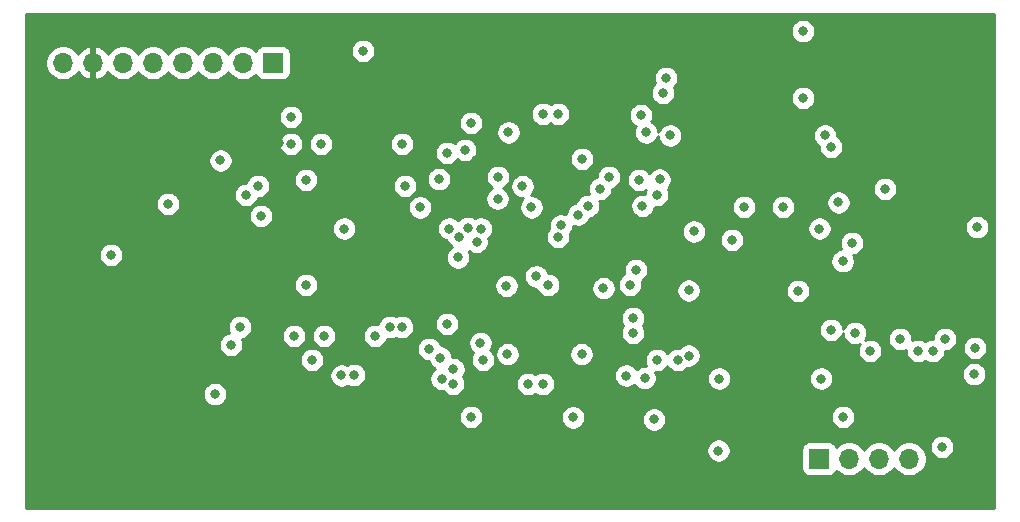
<source format=gbr>
%TF.GenerationSoftware,KiCad,Pcbnew,(5.1.10-1-10_14)*%
%TF.CreationDate,2021-12-06T09:36:28-05:00*%
%TF.ProjectId,control-unit,636f6e74-726f-46c2-9d75-6e69742e6b69,rev?*%
%TF.SameCoordinates,Original*%
%TF.FileFunction,Copper,L3,Inr*%
%TF.FilePolarity,Positive*%
%FSLAX46Y46*%
G04 Gerber Fmt 4.6, Leading zero omitted, Abs format (unit mm)*
G04 Created by KiCad (PCBNEW (5.1.10-1-10_14)) date 2021-12-06 09:36:28*
%MOMM*%
%LPD*%
G01*
G04 APERTURE LIST*
%TA.AperFunction,ComponentPad*%
%ADD10O,1.700000X1.700000*%
%TD*%
%TA.AperFunction,ComponentPad*%
%ADD11R,1.700000X1.700000*%
%TD*%
%TA.AperFunction,ViaPad*%
%ADD12C,0.800000*%
%TD*%
%TA.AperFunction,Conductor*%
%ADD13C,0.254000*%
%TD*%
%TA.AperFunction,Conductor*%
%ADD14C,0.100000*%
%TD*%
G04 APERTURE END LIST*
D10*
%TO.N,CARRY_FLAG*%
%TO.C,J4*%
X182372000Y-116332000D03*
%TO.N,SIGN_FLAG*%
X179832000Y-116332000D03*
%TO.N,ZERO_FLAG*%
X177292000Y-116332000D03*
D11*
%TO.N,OVERFLOW_FLAG*%
X174752000Y-116332000D03*
%TD*%
D10*
%TO.N,GND*%
%TO.C,J3*%
X110744000Y-82804000D03*
%TO.N,VCC*%
X113284000Y-82804000D03*
%TO.N,ADR0*%
X115824000Y-82804000D03*
%TO.N,ADR1*%
X118364000Y-82804000D03*
%TO.N,ADR2*%
X120904000Y-82804000D03*
%TO.N,ADR3*%
X123444000Y-82804000D03*
%TO.N,EN*%
X125984000Y-82804000D03*
D11*
%TO.N,LOAD_PROGRAM_COUNTER_COND*%
X128524000Y-82804000D03*
%TD*%
D12*
%TO.N,VCC*%
X110109000Y-105029000D03*
X129048633Y-89626104D03*
X136466500Y-91117500D03*
X145677521Y-91009202D03*
X127830500Y-103563500D03*
X135704500Y-103563500D03*
X157040500Y-91117500D03*
X145116000Y-101936000D03*
X169500000Y-101936000D03*
X168393712Y-91203607D03*
X177800000Y-90932000D03*
X177640500Y-102775500D03*
X161216011Y-102071010D03*
X153339125Y-102325010D03*
%TO.N,GND*%
X124079000Y-91059000D03*
X130048000Y-89662000D03*
X134551500Y-96842500D03*
X143441500Y-96842500D03*
X131318000Y-101600000D03*
X156494000Y-101884000D03*
X150114000Y-109982000D03*
X158427500Y-109288500D03*
X166301500Y-109542500D03*
X174937500Y-109542500D03*
X172974000Y-102108000D03*
X174788990Y-96842500D03*
X134315118Y-109261562D03*
X142792240Y-109557609D03*
X164158248Y-97079124D03*
X188149000Y-96709000D03*
X187895000Y-109155000D03*
X163718000Y-102071010D03*
X148287507Y-101689236D03*
X152902141Y-96567264D03*
X173378500Y-80113500D03*
X136144000Y-81788000D03*
X123594500Y-110847500D03*
X114808000Y-99060000D03*
%TO.N,CARRY_FLAG*%
X139446000Y-89662000D03*
X156972000Y-92456000D03*
X159802990Y-94915205D03*
X161036000Y-107950000D03*
X148451357Y-88682990D03*
X173403500Y-85773500D03*
X161036000Y-93980000D03*
%TO.N,SIGN_FLAG*%
X144780000Y-90170000D03*
X145034000Y-96774000D03*
X142561305Y-92647769D03*
X142683650Y-107752310D03*
X159512000Y-92710000D03*
X176784000Y-112776000D03*
X145288000Y-87884000D03*
%TO.N,OVERFLOW_FLAG*%
X141753507Y-107024652D03*
X144186526Y-99283205D03*
X145288000Y-112776000D03*
X166241412Y-115629089D03*
X161539340Y-85348660D03*
X160115733Y-88699004D03*
%TO.N,ZERO_FLAG*%
X140970000Y-95032990D03*
X155207149Y-94922011D03*
X163718000Y-107584000D03*
X150810199Y-100874990D03*
X150404990Y-95032990D03*
X161798000Y-84074000D03*
X161255708Y-92675708D03*
%TO.N,Net-(U10-Pad1)*%
X177546000Y-98044000D03*
X168402000Y-94996000D03*
%TO.N,Net-(U11-Pad1)*%
X181610000Y-106172000D03*
X179070000Y-107188000D03*
%TO.N,~JS*%
X130048000Y-87376000D03*
X132588000Y-89662000D03*
%TO.N,~JNO*%
X119634000Y-94742000D03*
X147542766Y-94307980D03*
%TO.N,OR_JNS*%
X154686000Y-90932000D03*
X175768000Y-89916000D03*
%TO.N,OR_JS*%
X143256000Y-90424000D03*
X162150882Y-88943043D03*
%TO.N,OR_JNO*%
X146118500Y-96842500D03*
X159258000Y-100330000D03*
%TO.N,OR_JO*%
X145759010Y-97971421D03*
X158750000Y-101600000D03*
%TO.N,~JNB_JAE_JNC*%
X126238000Y-93980000D03*
X149636883Y-93239564D03*
%TO.N,~JB_JNAE_JC*%
X127254000Y-93218000D03*
X131318000Y-92710000D03*
%TO.N,OR_JNB_JAE_JNC*%
X147574000Y-92456000D03*
X175260000Y-88943043D03*
%TO.N,OR_JNE_JNZ*%
X152654000Y-97536000D03*
X152654012Y-87122000D03*
%TO.N,OR_JE_JZ*%
X144272000Y-97536000D03*
X151379336Y-87117344D03*
%TO.N,OR_JB_JNAE_JC*%
X139700000Y-93218000D03*
X159665080Y-87223032D03*
%TO.N,~JG_JNLE*%
X146304000Y-107950000D03*
X146079228Y-106499989D03*
%TO.N,~JA_JNBE*%
X127508000Y-95758000D03*
X154371114Y-95647021D03*
%TO.N,OR_JL_JNGE*%
X151384000Y-109982000D03*
X160781992Y-112986957D03*
%TO.N,OR_JA_JNBE*%
X167386000Y-97790000D03*
X183134000Y-107188000D03*
%TO.N,SF=OF*%
X148366000Y-107472000D03*
X154656000Y-107472000D03*
%TO.N,~JLE_JNG*%
X130302000Y-105918000D03*
X131826000Y-107950000D03*
%TO.N,OR_JGE_JNL*%
X143256000Y-104902000D03*
X159004000Y-104394000D03*
X175768000Y-105410000D03*
X184404000Y-107188000D03*
%TO.N,OR_JBE_JNA*%
X185166000Y-115316000D03*
X153924000Y-112812990D03*
%TO.N,OR_JG_JNLE*%
X139446000Y-105156000D03*
X159004000Y-105664000D03*
X177800000Y-105664000D03*
X185420000Y-106172000D03*
%TO.N,OR_JUMP*%
X124968000Y-106680000D03*
X187960000Y-106934000D03*
%TO.N,Net-(U14-Pad1)*%
X159983010Y-109489677D03*
X143793142Y-108741142D03*
%TO.N,Net-(U4-Pad8)*%
X132842000Y-105918000D03*
X162791076Y-107959281D03*
%TO.N,Net-(U4-Pad4)*%
X135382000Y-109219988D03*
X137159992Y-105918000D03*
%TO.N,Net-(U5-Pad13)*%
X156209994Y-93472000D03*
X151810211Y-101610337D03*
%TO.N,Net-(U6-Pad12)*%
X143764000Y-109982000D03*
X138430000Y-105156000D03*
%TO.N,Net-(U10-Pad13)*%
X180340000Y-93472000D03*
X176400953Y-94625094D03*
%TO.N,Net-(U11-Pad13)*%
X171704000Y-94996000D03*
X176760428Y-99600891D03*
%TO.N,LOAD_PROGRAM_COUNTER_COND*%
X125730000Y-105156000D03*
%TD*%
D13*
%TO.N,VCC*%
X189586001Y-120109572D02*
X189586000Y-120109582D01*
X189586000Y-120498000D01*
X107594000Y-120498000D01*
X107594000Y-115527150D01*
X165206412Y-115527150D01*
X165206412Y-115731028D01*
X165246186Y-115930987D01*
X165324207Y-116119345D01*
X165437475Y-116288863D01*
X165581638Y-116433026D01*
X165751156Y-116546294D01*
X165939514Y-116624315D01*
X166139473Y-116664089D01*
X166343351Y-116664089D01*
X166543310Y-116624315D01*
X166731668Y-116546294D01*
X166901186Y-116433026D01*
X167045349Y-116288863D01*
X167158617Y-116119345D01*
X167236638Y-115930987D01*
X167276412Y-115731028D01*
X167276412Y-115527150D01*
X167267432Y-115482000D01*
X173263928Y-115482000D01*
X173263928Y-117182000D01*
X173276188Y-117306482D01*
X173312498Y-117426180D01*
X173371463Y-117536494D01*
X173450815Y-117633185D01*
X173547506Y-117712537D01*
X173657820Y-117771502D01*
X173777518Y-117807812D01*
X173902000Y-117820072D01*
X175602000Y-117820072D01*
X175726482Y-117807812D01*
X175846180Y-117771502D01*
X175956494Y-117712537D01*
X176053185Y-117633185D01*
X176132537Y-117536494D01*
X176191502Y-117426180D01*
X176213513Y-117353620D01*
X176345368Y-117485475D01*
X176588589Y-117647990D01*
X176858842Y-117759932D01*
X177145740Y-117817000D01*
X177438260Y-117817000D01*
X177725158Y-117759932D01*
X177995411Y-117647990D01*
X178238632Y-117485475D01*
X178445475Y-117278632D01*
X178562000Y-117104240D01*
X178678525Y-117278632D01*
X178885368Y-117485475D01*
X179128589Y-117647990D01*
X179398842Y-117759932D01*
X179685740Y-117817000D01*
X179978260Y-117817000D01*
X180265158Y-117759932D01*
X180535411Y-117647990D01*
X180778632Y-117485475D01*
X180985475Y-117278632D01*
X181102000Y-117104240D01*
X181218525Y-117278632D01*
X181425368Y-117485475D01*
X181668589Y-117647990D01*
X181938842Y-117759932D01*
X182225740Y-117817000D01*
X182518260Y-117817000D01*
X182805158Y-117759932D01*
X183075411Y-117647990D01*
X183318632Y-117485475D01*
X183525475Y-117278632D01*
X183687990Y-117035411D01*
X183799932Y-116765158D01*
X183857000Y-116478260D01*
X183857000Y-116185740D01*
X183799932Y-115898842D01*
X183687990Y-115628589D01*
X183525475Y-115385368D01*
X183354168Y-115214061D01*
X184131000Y-115214061D01*
X184131000Y-115417939D01*
X184170774Y-115617898D01*
X184248795Y-115806256D01*
X184362063Y-115975774D01*
X184506226Y-116119937D01*
X184675744Y-116233205D01*
X184864102Y-116311226D01*
X185064061Y-116351000D01*
X185267939Y-116351000D01*
X185467898Y-116311226D01*
X185656256Y-116233205D01*
X185825774Y-116119937D01*
X185969937Y-115975774D01*
X186083205Y-115806256D01*
X186161226Y-115617898D01*
X186201000Y-115417939D01*
X186201000Y-115214061D01*
X186161226Y-115014102D01*
X186083205Y-114825744D01*
X185969937Y-114656226D01*
X185825774Y-114512063D01*
X185656256Y-114398795D01*
X185467898Y-114320774D01*
X185267939Y-114281000D01*
X185064061Y-114281000D01*
X184864102Y-114320774D01*
X184675744Y-114398795D01*
X184506226Y-114512063D01*
X184362063Y-114656226D01*
X184248795Y-114825744D01*
X184170774Y-115014102D01*
X184131000Y-115214061D01*
X183354168Y-115214061D01*
X183318632Y-115178525D01*
X183075411Y-115016010D01*
X182805158Y-114904068D01*
X182518260Y-114847000D01*
X182225740Y-114847000D01*
X181938842Y-114904068D01*
X181668589Y-115016010D01*
X181425368Y-115178525D01*
X181218525Y-115385368D01*
X181102000Y-115559760D01*
X180985475Y-115385368D01*
X180778632Y-115178525D01*
X180535411Y-115016010D01*
X180265158Y-114904068D01*
X179978260Y-114847000D01*
X179685740Y-114847000D01*
X179398842Y-114904068D01*
X179128589Y-115016010D01*
X178885368Y-115178525D01*
X178678525Y-115385368D01*
X178562000Y-115559760D01*
X178445475Y-115385368D01*
X178238632Y-115178525D01*
X177995411Y-115016010D01*
X177725158Y-114904068D01*
X177438260Y-114847000D01*
X177145740Y-114847000D01*
X176858842Y-114904068D01*
X176588589Y-115016010D01*
X176345368Y-115178525D01*
X176213513Y-115310380D01*
X176191502Y-115237820D01*
X176132537Y-115127506D01*
X176053185Y-115030815D01*
X175956494Y-114951463D01*
X175846180Y-114892498D01*
X175726482Y-114856188D01*
X175602000Y-114843928D01*
X173902000Y-114843928D01*
X173777518Y-114856188D01*
X173657820Y-114892498D01*
X173547506Y-114951463D01*
X173450815Y-115030815D01*
X173371463Y-115127506D01*
X173312498Y-115237820D01*
X173276188Y-115357518D01*
X173263928Y-115482000D01*
X167267432Y-115482000D01*
X167236638Y-115327191D01*
X167158617Y-115138833D01*
X167045349Y-114969315D01*
X166901186Y-114825152D01*
X166731668Y-114711884D01*
X166543310Y-114633863D01*
X166343351Y-114594089D01*
X166139473Y-114594089D01*
X165939514Y-114633863D01*
X165751156Y-114711884D01*
X165581638Y-114825152D01*
X165437475Y-114969315D01*
X165324207Y-115138833D01*
X165246186Y-115327191D01*
X165206412Y-115527150D01*
X107594000Y-115527150D01*
X107594000Y-112674061D01*
X144253000Y-112674061D01*
X144253000Y-112877939D01*
X144292774Y-113077898D01*
X144370795Y-113266256D01*
X144484063Y-113435774D01*
X144628226Y-113579937D01*
X144797744Y-113693205D01*
X144986102Y-113771226D01*
X145186061Y-113811000D01*
X145389939Y-113811000D01*
X145589898Y-113771226D01*
X145778256Y-113693205D01*
X145947774Y-113579937D01*
X146091937Y-113435774D01*
X146205205Y-113266256D01*
X146283226Y-113077898D01*
X146323000Y-112877939D01*
X146323000Y-112711051D01*
X152889000Y-112711051D01*
X152889000Y-112914929D01*
X152928774Y-113114888D01*
X153006795Y-113303246D01*
X153120063Y-113472764D01*
X153264226Y-113616927D01*
X153433744Y-113730195D01*
X153622102Y-113808216D01*
X153822061Y-113847990D01*
X154025939Y-113847990D01*
X154225898Y-113808216D01*
X154414256Y-113730195D01*
X154583774Y-113616927D01*
X154727937Y-113472764D01*
X154841205Y-113303246D01*
X154919226Y-113114888D01*
X154959000Y-112914929D01*
X154959000Y-112885018D01*
X159746992Y-112885018D01*
X159746992Y-113088896D01*
X159786766Y-113288855D01*
X159864787Y-113477213D01*
X159978055Y-113646731D01*
X160122218Y-113790894D01*
X160291736Y-113904162D01*
X160480094Y-113982183D01*
X160680053Y-114021957D01*
X160883931Y-114021957D01*
X161083890Y-113982183D01*
X161272248Y-113904162D01*
X161441766Y-113790894D01*
X161585929Y-113646731D01*
X161699197Y-113477213D01*
X161777218Y-113288855D01*
X161816992Y-113088896D01*
X161816992Y-112885018D01*
X161777218Y-112685059D01*
X161772663Y-112674061D01*
X175749000Y-112674061D01*
X175749000Y-112877939D01*
X175788774Y-113077898D01*
X175866795Y-113266256D01*
X175980063Y-113435774D01*
X176124226Y-113579937D01*
X176293744Y-113693205D01*
X176482102Y-113771226D01*
X176682061Y-113811000D01*
X176885939Y-113811000D01*
X177085898Y-113771226D01*
X177274256Y-113693205D01*
X177443774Y-113579937D01*
X177587937Y-113435774D01*
X177701205Y-113266256D01*
X177779226Y-113077898D01*
X177819000Y-112877939D01*
X177819000Y-112674061D01*
X177779226Y-112474102D01*
X177701205Y-112285744D01*
X177587937Y-112116226D01*
X177443774Y-111972063D01*
X177274256Y-111858795D01*
X177085898Y-111780774D01*
X176885939Y-111741000D01*
X176682061Y-111741000D01*
X176482102Y-111780774D01*
X176293744Y-111858795D01*
X176124226Y-111972063D01*
X175980063Y-112116226D01*
X175866795Y-112285744D01*
X175788774Y-112474102D01*
X175749000Y-112674061D01*
X161772663Y-112674061D01*
X161699197Y-112496701D01*
X161585929Y-112327183D01*
X161441766Y-112183020D01*
X161272248Y-112069752D01*
X161083890Y-111991731D01*
X160883931Y-111951957D01*
X160680053Y-111951957D01*
X160480094Y-111991731D01*
X160291736Y-112069752D01*
X160122218Y-112183020D01*
X159978055Y-112327183D01*
X159864787Y-112496701D01*
X159786766Y-112685059D01*
X159746992Y-112885018D01*
X154959000Y-112885018D01*
X154959000Y-112711051D01*
X154919226Y-112511092D01*
X154841205Y-112322734D01*
X154727937Y-112153216D01*
X154583774Y-112009053D01*
X154414256Y-111895785D01*
X154225898Y-111817764D01*
X154025939Y-111777990D01*
X153822061Y-111777990D01*
X153622102Y-111817764D01*
X153433744Y-111895785D01*
X153264226Y-112009053D01*
X153120063Y-112153216D01*
X153006795Y-112322734D01*
X152928774Y-112511092D01*
X152889000Y-112711051D01*
X146323000Y-112711051D01*
X146323000Y-112674061D01*
X146283226Y-112474102D01*
X146205205Y-112285744D01*
X146091937Y-112116226D01*
X145947774Y-111972063D01*
X145778256Y-111858795D01*
X145589898Y-111780774D01*
X145389939Y-111741000D01*
X145186061Y-111741000D01*
X144986102Y-111780774D01*
X144797744Y-111858795D01*
X144628226Y-111972063D01*
X144484063Y-112116226D01*
X144370795Y-112285744D01*
X144292774Y-112474102D01*
X144253000Y-112674061D01*
X107594000Y-112674061D01*
X107594000Y-110745561D01*
X122559500Y-110745561D01*
X122559500Y-110949439D01*
X122599274Y-111149398D01*
X122677295Y-111337756D01*
X122790563Y-111507274D01*
X122934726Y-111651437D01*
X123104244Y-111764705D01*
X123292602Y-111842726D01*
X123492561Y-111882500D01*
X123696439Y-111882500D01*
X123896398Y-111842726D01*
X124084756Y-111764705D01*
X124254274Y-111651437D01*
X124398437Y-111507274D01*
X124511705Y-111337756D01*
X124589726Y-111149398D01*
X124629500Y-110949439D01*
X124629500Y-110745561D01*
X124589726Y-110545602D01*
X124511705Y-110357244D01*
X124398437Y-110187726D01*
X124254274Y-110043563D01*
X124084756Y-109930295D01*
X123896398Y-109852274D01*
X123696439Y-109812500D01*
X123492561Y-109812500D01*
X123292602Y-109852274D01*
X123104244Y-109930295D01*
X122934726Y-110043563D01*
X122790563Y-110187726D01*
X122677295Y-110357244D01*
X122599274Y-110545602D01*
X122559500Y-110745561D01*
X107594000Y-110745561D01*
X107594000Y-109159623D01*
X133280118Y-109159623D01*
X133280118Y-109363501D01*
X133319892Y-109563460D01*
X133397913Y-109751818D01*
X133511181Y-109921336D01*
X133655344Y-110065499D01*
X133824862Y-110178767D01*
X134013220Y-110256788D01*
X134213179Y-110296562D01*
X134417057Y-110296562D01*
X134617016Y-110256788D01*
X134805374Y-110178767D01*
X134879669Y-110129125D01*
X134891744Y-110137193D01*
X135080102Y-110215214D01*
X135280061Y-110254988D01*
X135483939Y-110254988D01*
X135683898Y-110215214D01*
X135872256Y-110137193D01*
X136041774Y-110023925D01*
X136185937Y-109879762D01*
X136299205Y-109710244D01*
X136377226Y-109521886D01*
X136417000Y-109321927D01*
X136417000Y-109118049D01*
X136377226Y-108918090D01*
X136299205Y-108729732D01*
X136185937Y-108560214D01*
X136041774Y-108416051D01*
X135872256Y-108302783D01*
X135683898Y-108224762D01*
X135483939Y-108184988D01*
X135280061Y-108184988D01*
X135080102Y-108224762D01*
X134891744Y-108302783D01*
X134817449Y-108352425D01*
X134805374Y-108344357D01*
X134617016Y-108266336D01*
X134417057Y-108226562D01*
X134213179Y-108226562D01*
X134013220Y-108266336D01*
X133824862Y-108344357D01*
X133655344Y-108457625D01*
X133511181Y-108601788D01*
X133397913Y-108771306D01*
X133319892Y-108959664D01*
X133280118Y-109159623D01*
X107594000Y-109159623D01*
X107594000Y-107848061D01*
X130791000Y-107848061D01*
X130791000Y-108051939D01*
X130830774Y-108251898D01*
X130908795Y-108440256D01*
X131022063Y-108609774D01*
X131166226Y-108753937D01*
X131335744Y-108867205D01*
X131524102Y-108945226D01*
X131724061Y-108985000D01*
X131927939Y-108985000D01*
X132127898Y-108945226D01*
X132316256Y-108867205D01*
X132485774Y-108753937D01*
X132629937Y-108609774D01*
X132743205Y-108440256D01*
X132821226Y-108251898D01*
X132861000Y-108051939D01*
X132861000Y-107848061D01*
X132821226Y-107648102D01*
X132743205Y-107459744D01*
X132629937Y-107290226D01*
X132485774Y-107146063D01*
X132316256Y-107032795D01*
X132127898Y-106954774D01*
X131927939Y-106915000D01*
X131724061Y-106915000D01*
X131524102Y-106954774D01*
X131335744Y-107032795D01*
X131166226Y-107146063D01*
X131022063Y-107290226D01*
X130908795Y-107459744D01*
X130830774Y-107648102D01*
X130791000Y-107848061D01*
X107594000Y-107848061D01*
X107594000Y-106578061D01*
X123933000Y-106578061D01*
X123933000Y-106781939D01*
X123972774Y-106981898D01*
X124050795Y-107170256D01*
X124164063Y-107339774D01*
X124308226Y-107483937D01*
X124477744Y-107597205D01*
X124666102Y-107675226D01*
X124866061Y-107715000D01*
X125069939Y-107715000D01*
X125269898Y-107675226D01*
X125458256Y-107597205D01*
X125627774Y-107483937D01*
X125771937Y-107339774D01*
X125885205Y-107170256D01*
X125963226Y-106981898D01*
X126003000Y-106781939D01*
X126003000Y-106578061D01*
X125963226Y-106378102D01*
X125885205Y-106189744D01*
X125879697Y-106181500D01*
X126031898Y-106151226D01*
X126220256Y-106073205D01*
X126389774Y-105959937D01*
X126533650Y-105816061D01*
X129267000Y-105816061D01*
X129267000Y-106019939D01*
X129306774Y-106219898D01*
X129384795Y-106408256D01*
X129498063Y-106577774D01*
X129642226Y-106721937D01*
X129811744Y-106835205D01*
X130000102Y-106913226D01*
X130200061Y-106953000D01*
X130403939Y-106953000D01*
X130603898Y-106913226D01*
X130792256Y-106835205D01*
X130961774Y-106721937D01*
X131105937Y-106577774D01*
X131219205Y-106408256D01*
X131297226Y-106219898D01*
X131337000Y-106019939D01*
X131337000Y-105816061D01*
X131807000Y-105816061D01*
X131807000Y-106019939D01*
X131846774Y-106219898D01*
X131924795Y-106408256D01*
X132038063Y-106577774D01*
X132182226Y-106721937D01*
X132351744Y-106835205D01*
X132540102Y-106913226D01*
X132740061Y-106953000D01*
X132943939Y-106953000D01*
X133143898Y-106913226D01*
X133332256Y-106835205D01*
X133501774Y-106721937D01*
X133645937Y-106577774D01*
X133759205Y-106408256D01*
X133837226Y-106219898D01*
X133877000Y-106019939D01*
X133877000Y-105816061D01*
X136124992Y-105816061D01*
X136124992Y-106019939D01*
X136164766Y-106219898D01*
X136242787Y-106408256D01*
X136356055Y-106577774D01*
X136500218Y-106721937D01*
X136669736Y-106835205D01*
X136858094Y-106913226D01*
X137058053Y-106953000D01*
X137261931Y-106953000D01*
X137414195Y-106922713D01*
X140718507Y-106922713D01*
X140718507Y-107126591D01*
X140758281Y-107326550D01*
X140836302Y-107514908D01*
X140949570Y-107684426D01*
X141093733Y-107828589D01*
X141263251Y-107941857D01*
X141451609Y-108019878D01*
X141651568Y-108059652D01*
X141690679Y-108059652D01*
X141766445Y-108242566D01*
X141879713Y-108412084D01*
X142023876Y-108556247D01*
X142193394Y-108669515D01*
X142233533Y-108686141D01*
X142132466Y-108753672D01*
X141988303Y-108897835D01*
X141875035Y-109067353D01*
X141797014Y-109255711D01*
X141757240Y-109455670D01*
X141757240Y-109659548D01*
X141797014Y-109859507D01*
X141875035Y-110047865D01*
X141988303Y-110217383D01*
X142132466Y-110361546D01*
X142301984Y-110474814D01*
X142490342Y-110552835D01*
X142690301Y-110592609D01*
X142894179Y-110592609D01*
X142923337Y-110586809D01*
X142960063Y-110641774D01*
X143104226Y-110785937D01*
X143273744Y-110899205D01*
X143462102Y-110977226D01*
X143662061Y-111017000D01*
X143865939Y-111017000D01*
X144065898Y-110977226D01*
X144254256Y-110899205D01*
X144423774Y-110785937D01*
X144567937Y-110641774D01*
X144681205Y-110472256D01*
X144759226Y-110283898D01*
X144799000Y-110083939D01*
X144799000Y-109880061D01*
X149079000Y-109880061D01*
X149079000Y-110083939D01*
X149118774Y-110283898D01*
X149196795Y-110472256D01*
X149310063Y-110641774D01*
X149454226Y-110785937D01*
X149623744Y-110899205D01*
X149812102Y-110977226D01*
X150012061Y-111017000D01*
X150215939Y-111017000D01*
X150415898Y-110977226D01*
X150604256Y-110899205D01*
X150749000Y-110802490D01*
X150893744Y-110899205D01*
X151082102Y-110977226D01*
X151282061Y-111017000D01*
X151485939Y-111017000D01*
X151685898Y-110977226D01*
X151874256Y-110899205D01*
X152043774Y-110785937D01*
X152187937Y-110641774D01*
X152301205Y-110472256D01*
X152379226Y-110283898D01*
X152419000Y-110083939D01*
X152419000Y-109880061D01*
X152379226Y-109680102D01*
X152301205Y-109491744D01*
X152187937Y-109322226D01*
X152052272Y-109186561D01*
X157392500Y-109186561D01*
X157392500Y-109390439D01*
X157432274Y-109590398D01*
X157510295Y-109778756D01*
X157623563Y-109948274D01*
X157767726Y-110092437D01*
X157937244Y-110205705D01*
X158125602Y-110283726D01*
X158325561Y-110323500D01*
X158529439Y-110323500D01*
X158729398Y-110283726D01*
X158917756Y-110205705D01*
X159087274Y-110092437D01*
X159119467Y-110060244D01*
X159179073Y-110149451D01*
X159323236Y-110293614D01*
X159492754Y-110406882D01*
X159681112Y-110484903D01*
X159881071Y-110524677D01*
X160084949Y-110524677D01*
X160284908Y-110484903D01*
X160473266Y-110406882D01*
X160642784Y-110293614D01*
X160786947Y-110149451D01*
X160900215Y-109979933D01*
X160978236Y-109791575D01*
X161018010Y-109591616D01*
X161018010Y-109440561D01*
X165266500Y-109440561D01*
X165266500Y-109644439D01*
X165306274Y-109844398D01*
X165384295Y-110032756D01*
X165497563Y-110202274D01*
X165641726Y-110346437D01*
X165811244Y-110459705D01*
X165999602Y-110537726D01*
X166199561Y-110577500D01*
X166403439Y-110577500D01*
X166603398Y-110537726D01*
X166791756Y-110459705D01*
X166961274Y-110346437D01*
X167105437Y-110202274D01*
X167218705Y-110032756D01*
X167296726Y-109844398D01*
X167336500Y-109644439D01*
X167336500Y-109440561D01*
X173902500Y-109440561D01*
X173902500Y-109644439D01*
X173942274Y-109844398D01*
X174020295Y-110032756D01*
X174133563Y-110202274D01*
X174277726Y-110346437D01*
X174447244Y-110459705D01*
X174635602Y-110537726D01*
X174835561Y-110577500D01*
X175039439Y-110577500D01*
X175239398Y-110537726D01*
X175427756Y-110459705D01*
X175597274Y-110346437D01*
X175741437Y-110202274D01*
X175854705Y-110032756D01*
X175932726Y-109844398D01*
X175972500Y-109644439D01*
X175972500Y-109440561D01*
X175932726Y-109240602D01*
X175855044Y-109053061D01*
X186860000Y-109053061D01*
X186860000Y-109256939D01*
X186899774Y-109456898D01*
X186977795Y-109645256D01*
X187091063Y-109814774D01*
X187235226Y-109958937D01*
X187404744Y-110072205D01*
X187593102Y-110150226D01*
X187793061Y-110190000D01*
X187996939Y-110190000D01*
X188196898Y-110150226D01*
X188385256Y-110072205D01*
X188554774Y-109958937D01*
X188698937Y-109814774D01*
X188812205Y-109645256D01*
X188890226Y-109456898D01*
X188930000Y-109256939D01*
X188930000Y-109053061D01*
X188890226Y-108853102D01*
X188812205Y-108664744D01*
X188698937Y-108495226D01*
X188554774Y-108351063D01*
X188385256Y-108237795D01*
X188196898Y-108159774D01*
X187996939Y-108120000D01*
X187793061Y-108120000D01*
X187593102Y-108159774D01*
X187404744Y-108237795D01*
X187235226Y-108351063D01*
X187091063Y-108495226D01*
X186977795Y-108664744D01*
X186899774Y-108853102D01*
X186860000Y-109053061D01*
X175855044Y-109053061D01*
X175854705Y-109052244D01*
X175741437Y-108882726D01*
X175597274Y-108738563D01*
X175427756Y-108625295D01*
X175239398Y-108547274D01*
X175039439Y-108507500D01*
X174835561Y-108507500D01*
X174635602Y-108547274D01*
X174447244Y-108625295D01*
X174277726Y-108738563D01*
X174133563Y-108882726D01*
X174020295Y-109052244D01*
X173942274Y-109240602D01*
X173902500Y-109440561D01*
X167336500Y-109440561D01*
X167296726Y-109240602D01*
X167218705Y-109052244D01*
X167105437Y-108882726D01*
X166961274Y-108738563D01*
X166791756Y-108625295D01*
X166603398Y-108547274D01*
X166403439Y-108507500D01*
X166199561Y-108507500D01*
X165999602Y-108547274D01*
X165811244Y-108625295D01*
X165641726Y-108738563D01*
X165497563Y-108882726D01*
X165384295Y-109052244D01*
X165306274Y-109240602D01*
X165266500Y-109440561D01*
X161018010Y-109440561D01*
X161018010Y-109387738D01*
X160978236Y-109187779D01*
X160900215Y-108999421D01*
X160883914Y-108975025D01*
X160934061Y-108985000D01*
X161137939Y-108985000D01*
X161337898Y-108945226D01*
X161526256Y-108867205D01*
X161695774Y-108753937D01*
X161839937Y-108609774D01*
X161910437Y-108504263D01*
X161987139Y-108619055D01*
X162131302Y-108763218D01*
X162300820Y-108876486D01*
X162489178Y-108954507D01*
X162689137Y-108994281D01*
X162893015Y-108994281D01*
X163092974Y-108954507D01*
X163281332Y-108876486D01*
X163450850Y-108763218D01*
X163595013Y-108619055D01*
X163597515Y-108615311D01*
X163616061Y-108619000D01*
X163819939Y-108619000D01*
X164019898Y-108579226D01*
X164208256Y-108501205D01*
X164377774Y-108387937D01*
X164521937Y-108243774D01*
X164635205Y-108074256D01*
X164713226Y-107885898D01*
X164753000Y-107685939D01*
X164753000Y-107482061D01*
X164713226Y-107282102D01*
X164635205Y-107093744D01*
X164521937Y-106924226D01*
X164377774Y-106780063D01*
X164208256Y-106666795D01*
X164019898Y-106588774D01*
X163819939Y-106549000D01*
X163616061Y-106549000D01*
X163416102Y-106588774D01*
X163227744Y-106666795D01*
X163058226Y-106780063D01*
X162914063Y-106924226D01*
X162911561Y-106927970D01*
X162893015Y-106924281D01*
X162689137Y-106924281D01*
X162489178Y-106964055D01*
X162300820Y-107042076D01*
X162131302Y-107155344D01*
X161987139Y-107299507D01*
X161916639Y-107405018D01*
X161839937Y-107290226D01*
X161695774Y-107146063D01*
X161526256Y-107032795D01*
X161337898Y-106954774D01*
X161137939Y-106915000D01*
X160934061Y-106915000D01*
X160734102Y-106954774D01*
X160545744Y-107032795D01*
X160376226Y-107146063D01*
X160232063Y-107290226D01*
X160118795Y-107459744D01*
X160040774Y-107648102D01*
X160001000Y-107848061D01*
X160001000Y-108051939D01*
X160040774Y-108251898D01*
X160118795Y-108440256D01*
X160135096Y-108464652D01*
X160084949Y-108454677D01*
X159881071Y-108454677D01*
X159681112Y-108494451D01*
X159492754Y-108572472D01*
X159323236Y-108685740D01*
X159291043Y-108717933D01*
X159231437Y-108628726D01*
X159087274Y-108484563D01*
X158917756Y-108371295D01*
X158729398Y-108293274D01*
X158529439Y-108253500D01*
X158325561Y-108253500D01*
X158125602Y-108293274D01*
X157937244Y-108371295D01*
X157767726Y-108484563D01*
X157623563Y-108628726D01*
X157510295Y-108798244D01*
X157432274Y-108986602D01*
X157392500Y-109186561D01*
X152052272Y-109186561D01*
X152043774Y-109178063D01*
X151874256Y-109064795D01*
X151685898Y-108986774D01*
X151485939Y-108947000D01*
X151282061Y-108947000D01*
X151082102Y-108986774D01*
X150893744Y-109064795D01*
X150749000Y-109161510D01*
X150604256Y-109064795D01*
X150415898Y-108986774D01*
X150215939Y-108947000D01*
X150012061Y-108947000D01*
X149812102Y-108986774D01*
X149623744Y-109064795D01*
X149454226Y-109178063D01*
X149310063Y-109322226D01*
X149196795Y-109491744D01*
X149118774Y-109680102D01*
X149079000Y-109880061D01*
X144799000Y-109880061D01*
X144759226Y-109680102D01*
X144681205Y-109491744D01*
X144608797Y-109383378D01*
X144710347Y-109231398D01*
X144788368Y-109043040D01*
X144828142Y-108843081D01*
X144828142Y-108639203D01*
X144788368Y-108439244D01*
X144710347Y-108250886D01*
X144597079Y-108081368D01*
X144452916Y-107937205D01*
X144283398Y-107823937D01*
X144095040Y-107745916D01*
X143895081Y-107706142D01*
X143718650Y-107706142D01*
X143718650Y-107650371D01*
X143678876Y-107450412D01*
X143600855Y-107262054D01*
X143487587Y-107092536D01*
X143343424Y-106948373D01*
X143173906Y-106835105D01*
X142985548Y-106757084D01*
X142785589Y-106717310D01*
X142746478Y-106717310D01*
X142670712Y-106534396D01*
X142579609Y-106398050D01*
X145044228Y-106398050D01*
X145044228Y-106601928D01*
X145084002Y-106801887D01*
X145162023Y-106990245D01*
X145275291Y-107159763D01*
X145419454Y-107303926D01*
X145468854Y-107336934D01*
X145386795Y-107459744D01*
X145308774Y-107648102D01*
X145269000Y-107848061D01*
X145269000Y-108051939D01*
X145308774Y-108251898D01*
X145386795Y-108440256D01*
X145500063Y-108609774D01*
X145644226Y-108753937D01*
X145813744Y-108867205D01*
X146002102Y-108945226D01*
X146202061Y-108985000D01*
X146405939Y-108985000D01*
X146605898Y-108945226D01*
X146794256Y-108867205D01*
X146963774Y-108753937D01*
X147107937Y-108609774D01*
X147221205Y-108440256D01*
X147299226Y-108251898D01*
X147339000Y-108051939D01*
X147339000Y-107848061D01*
X147299226Y-107648102D01*
X147221205Y-107459744D01*
X147161281Y-107370061D01*
X147331000Y-107370061D01*
X147331000Y-107573939D01*
X147370774Y-107773898D01*
X147448795Y-107962256D01*
X147562063Y-108131774D01*
X147706226Y-108275937D01*
X147875744Y-108389205D01*
X148064102Y-108467226D01*
X148264061Y-108507000D01*
X148467939Y-108507000D01*
X148667898Y-108467226D01*
X148856256Y-108389205D01*
X149025774Y-108275937D01*
X149169937Y-108131774D01*
X149283205Y-107962256D01*
X149361226Y-107773898D01*
X149401000Y-107573939D01*
X149401000Y-107370061D01*
X153621000Y-107370061D01*
X153621000Y-107573939D01*
X153660774Y-107773898D01*
X153738795Y-107962256D01*
X153852063Y-108131774D01*
X153996226Y-108275937D01*
X154165744Y-108389205D01*
X154354102Y-108467226D01*
X154554061Y-108507000D01*
X154757939Y-108507000D01*
X154957898Y-108467226D01*
X155146256Y-108389205D01*
X155315774Y-108275937D01*
X155459937Y-108131774D01*
X155573205Y-107962256D01*
X155651226Y-107773898D01*
X155691000Y-107573939D01*
X155691000Y-107370061D01*
X155651226Y-107170102D01*
X155573205Y-106981744D01*
X155459937Y-106812226D01*
X155315774Y-106668063D01*
X155146256Y-106554795D01*
X154957898Y-106476774D01*
X154757939Y-106437000D01*
X154554061Y-106437000D01*
X154354102Y-106476774D01*
X154165744Y-106554795D01*
X153996226Y-106668063D01*
X153852063Y-106812226D01*
X153738795Y-106981744D01*
X153660774Y-107170102D01*
X153621000Y-107370061D01*
X149401000Y-107370061D01*
X149361226Y-107170102D01*
X149283205Y-106981744D01*
X149169937Y-106812226D01*
X149025774Y-106668063D01*
X148856256Y-106554795D01*
X148667898Y-106476774D01*
X148467939Y-106437000D01*
X148264061Y-106437000D01*
X148064102Y-106476774D01*
X147875744Y-106554795D01*
X147706226Y-106668063D01*
X147562063Y-106812226D01*
X147448795Y-106981744D01*
X147370774Y-107170102D01*
X147331000Y-107370061D01*
X147161281Y-107370061D01*
X147107937Y-107290226D01*
X146963774Y-107146063D01*
X146914374Y-107113055D01*
X146996433Y-106990245D01*
X147074454Y-106801887D01*
X147114228Y-106601928D01*
X147114228Y-106398050D01*
X147074454Y-106198091D01*
X146996433Y-106009733D01*
X146883165Y-105840215D01*
X146739002Y-105696052D01*
X146569484Y-105582784D01*
X146381126Y-105504763D01*
X146181167Y-105464989D01*
X145977289Y-105464989D01*
X145777330Y-105504763D01*
X145588972Y-105582784D01*
X145419454Y-105696052D01*
X145275291Y-105840215D01*
X145162023Y-106009733D01*
X145084002Y-106198091D01*
X145044228Y-106398050D01*
X142579609Y-106398050D01*
X142557444Y-106364878D01*
X142413281Y-106220715D01*
X142243763Y-106107447D01*
X142055405Y-106029426D01*
X141855446Y-105989652D01*
X141651568Y-105989652D01*
X141451609Y-106029426D01*
X141263251Y-106107447D01*
X141093733Y-106220715D01*
X140949570Y-106364878D01*
X140836302Y-106534396D01*
X140758281Y-106722754D01*
X140718507Y-106922713D01*
X137414195Y-106922713D01*
X137461890Y-106913226D01*
X137650248Y-106835205D01*
X137819766Y-106721937D01*
X137963929Y-106577774D01*
X138077197Y-106408256D01*
X138155218Y-106219898D01*
X138167326Y-106159028D01*
X138328061Y-106191000D01*
X138531939Y-106191000D01*
X138731898Y-106151226D01*
X138920256Y-106073205D01*
X138938000Y-106061349D01*
X138955744Y-106073205D01*
X139144102Y-106151226D01*
X139344061Y-106191000D01*
X139547939Y-106191000D01*
X139747898Y-106151226D01*
X139936256Y-106073205D01*
X140105774Y-105959937D01*
X140249937Y-105815774D01*
X140363205Y-105646256D01*
X140441226Y-105457898D01*
X140481000Y-105257939D01*
X140481000Y-105054061D01*
X140441226Y-104854102D01*
X140418842Y-104800061D01*
X142221000Y-104800061D01*
X142221000Y-105003939D01*
X142260774Y-105203898D01*
X142338795Y-105392256D01*
X142452063Y-105561774D01*
X142596226Y-105705937D01*
X142765744Y-105819205D01*
X142954102Y-105897226D01*
X143154061Y-105937000D01*
X143357939Y-105937000D01*
X143557898Y-105897226D01*
X143746256Y-105819205D01*
X143915774Y-105705937D01*
X144059937Y-105561774D01*
X144173205Y-105392256D01*
X144251226Y-105203898D01*
X144291000Y-105003939D01*
X144291000Y-104800061D01*
X144251226Y-104600102D01*
X144173205Y-104411744D01*
X144093236Y-104292061D01*
X157969000Y-104292061D01*
X157969000Y-104495939D01*
X158008774Y-104695898D01*
X158086795Y-104884256D01*
X158183510Y-105029000D01*
X158086795Y-105173744D01*
X158008774Y-105362102D01*
X157969000Y-105562061D01*
X157969000Y-105765939D01*
X158008774Y-105965898D01*
X158086795Y-106154256D01*
X158200063Y-106323774D01*
X158344226Y-106467937D01*
X158513744Y-106581205D01*
X158702102Y-106659226D01*
X158902061Y-106699000D01*
X159105939Y-106699000D01*
X159305898Y-106659226D01*
X159494256Y-106581205D01*
X159663774Y-106467937D01*
X159807937Y-106323774D01*
X159921205Y-106154256D01*
X159999226Y-105965898D01*
X160039000Y-105765939D01*
X160039000Y-105562061D01*
X159999226Y-105362102D01*
X159976842Y-105308061D01*
X174733000Y-105308061D01*
X174733000Y-105511939D01*
X174772774Y-105711898D01*
X174850795Y-105900256D01*
X174964063Y-106069774D01*
X175108226Y-106213937D01*
X175277744Y-106327205D01*
X175466102Y-106405226D01*
X175666061Y-106445000D01*
X175869939Y-106445000D01*
X176069898Y-106405226D01*
X176258256Y-106327205D01*
X176427774Y-106213937D01*
X176571937Y-106069774D01*
X176685205Y-105900256D01*
X176763226Y-105711898D01*
X176765000Y-105702979D01*
X176765000Y-105765939D01*
X176804774Y-105965898D01*
X176882795Y-106154256D01*
X176996063Y-106323774D01*
X177140226Y-106467937D01*
X177309744Y-106581205D01*
X177498102Y-106659226D01*
X177698061Y-106699000D01*
X177901939Y-106699000D01*
X178101898Y-106659226D01*
X178207859Y-106615335D01*
X178152795Y-106697744D01*
X178074774Y-106886102D01*
X178035000Y-107086061D01*
X178035000Y-107289939D01*
X178074774Y-107489898D01*
X178152795Y-107678256D01*
X178266063Y-107847774D01*
X178410226Y-107991937D01*
X178579744Y-108105205D01*
X178768102Y-108183226D01*
X178968061Y-108223000D01*
X179171939Y-108223000D01*
X179371898Y-108183226D01*
X179560256Y-108105205D01*
X179729774Y-107991937D01*
X179873937Y-107847774D01*
X179987205Y-107678256D01*
X180065226Y-107489898D01*
X180105000Y-107289939D01*
X180105000Y-107086061D01*
X180065226Y-106886102D01*
X179987205Y-106697744D01*
X179873937Y-106528226D01*
X179729774Y-106384063D01*
X179560256Y-106270795D01*
X179371898Y-106192774D01*
X179171939Y-106153000D01*
X178968061Y-106153000D01*
X178768102Y-106192774D01*
X178662141Y-106236665D01*
X178717205Y-106154256D01*
X178752079Y-106070061D01*
X180575000Y-106070061D01*
X180575000Y-106273939D01*
X180614774Y-106473898D01*
X180692795Y-106662256D01*
X180806063Y-106831774D01*
X180950226Y-106975937D01*
X181119744Y-107089205D01*
X181308102Y-107167226D01*
X181508061Y-107207000D01*
X181711939Y-107207000D01*
X181911898Y-107167226D01*
X182099000Y-107089725D01*
X182099000Y-107289939D01*
X182138774Y-107489898D01*
X182216795Y-107678256D01*
X182330063Y-107847774D01*
X182474226Y-107991937D01*
X182643744Y-108105205D01*
X182832102Y-108183226D01*
X183032061Y-108223000D01*
X183235939Y-108223000D01*
X183435898Y-108183226D01*
X183624256Y-108105205D01*
X183769000Y-108008490D01*
X183913744Y-108105205D01*
X184102102Y-108183226D01*
X184302061Y-108223000D01*
X184505939Y-108223000D01*
X184705898Y-108183226D01*
X184894256Y-108105205D01*
X185063774Y-107991937D01*
X185207937Y-107847774D01*
X185321205Y-107678256D01*
X185399226Y-107489898D01*
X185439000Y-107289939D01*
X185439000Y-107207000D01*
X185521939Y-107207000D01*
X185721898Y-107167226D01*
X185910256Y-107089205D01*
X186079774Y-106975937D01*
X186223650Y-106832061D01*
X186925000Y-106832061D01*
X186925000Y-107035939D01*
X186964774Y-107235898D01*
X187042795Y-107424256D01*
X187156063Y-107593774D01*
X187300226Y-107737937D01*
X187469744Y-107851205D01*
X187658102Y-107929226D01*
X187858061Y-107969000D01*
X188061939Y-107969000D01*
X188261898Y-107929226D01*
X188450256Y-107851205D01*
X188619774Y-107737937D01*
X188763937Y-107593774D01*
X188877205Y-107424256D01*
X188955226Y-107235898D01*
X188995000Y-107035939D01*
X188995000Y-106832061D01*
X188955226Y-106632102D01*
X188877205Y-106443744D01*
X188763937Y-106274226D01*
X188619774Y-106130063D01*
X188450256Y-106016795D01*
X188261898Y-105938774D01*
X188061939Y-105899000D01*
X187858061Y-105899000D01*
X187658102Y-105938774D01*
X187469744Y-106016795D01*
X187300226Y-106130063D01*
X187156063Y-106274226D01*
X187042795Y-106443744D01*
X186964774Y-106632102D01*
X186925000Y-106832061D01*
X186223650Y-106832061D01*
X186223937Y-106831774D01*
X186337205Y-106662256D01*
X186415226Y-106473898D01*
X186455000Y-106273939D01*
X186455000Y-106070061D01*
X186415226Y-105870102D01*
X186337205Y-105681744D01*
X186223937Y-105512226D01*
X186079774Y-105368063D01*
X185910256Y-105254795D01*
X185721898Y-105176774D01*
X185521939Y-105137000D01*
X185318061Y-105137000D01*
X185118102Y-105176774D01*
X184929744Y-105254795D01*
X184760226Y-105368063D01*
X184616063Y-105512226D01*
X184502795Y-105681744D01*
X184424774Y-105870102D01*
X184385000Y-106070061D01*
X184385000Y-106153000D01*
X184302061Y-106153000D01*
X184102102Y-106192774D01*
X183913744Y-106270795D01*
X183769000Y-106367510D01*
X183624256Y-106270795D01*
X183435898Y-106192774D01*
X183235939Y-106153000D01*
X183032061Y-106153000D01*
X182832102Y-106192774D01*
X182645000Y-106270275D01*
X182645000Y-106070061D01*
X182605226Y-105870102D01*
X182527205Y-105681744D01*
X182413937Y-105512226D01*
X182269774Y-105368063D01*
X182100256Y-105254795D01*
X181911898Y-105176774D01*
X181711939Y-105137000D01*
X181508061Y-105137000D01*
X181308102Y-105176774D01*
X181119744Y-105254795D01*
X180950226Y-105368063D01*
X180806063Y-105512226D01*
X180692795Y-105681744D01*
X180614774Y-105870102D01*
X180575000Y-106070061D01*
X178752079Y-106070061D01*
X178795226Y-105965898D01*
X178835000Y-105765939D01*
X178835000Y-105562061D01*
X178795226Y-105362102D01*
X178717205Y-105173744D01*
X178603937Y-105004226D01*
X178459774Y-104860063D01*
X178290256Y-104746795D01*
X178101898Y-104668774D01*
X177901939Y-104629000D01*
X177698061Y-104629000D01*
X177498102Y-104668774D01*
X177309744Y-104746795D01*
X177140226Y-104860063D01*
X176996063Y-105004226D01*
X176882795Y-105173744D01*
X176804774Y-105362102D01*
X176803000Y-105371021D01*
X176803000Y-105308061D01*
X176763226Y-105108102D01*
X176685205Y-104919744D01*
X176571937Y-104750226D01*
X176427774Y-104606063D01*
X176258256Y-104492795D01*
X176069898Y-104414774D01*
X175869939Y-104375000D01*
X175666061Y-104375000D01*
X175466102Y-104414774D01*
X175277744Y-104492795D01*
X175108226Y-104606063D01*
X174964063Y-104750226D01*
X174850795Y-104919744D01*
X174772774Y-105108102D01*
X174733000Y-105308061D01*
X159976842Y-105308061D01*
X159921205Y-105173744D01*
X159824490Y-105029000D01*
X159921205Y-104884256D01*
X159999226Y-104695898D01*
X160039000Y-104495939D01*
X160039000Y-104292061D01*
X159999226Y-104092102D01*
X159921205Y-103903744D01*
X159807937Y-103734226D01*
X159663774Y-103590063D01*
X159494256Y-103476795D01*
X159305898Y-103398774D01*
X159105939Y-103359000D01*
X158902061Y-103359000D01*
X158702102Y-103398774D01*
X158513744Y-103476795D01*
X158344226Y-103590063D01*
X158200063Y-103734226D01*
X158086795Y-103903744D01*
X158008774Y-104092102D01*
X157969000Y-104292061D01*
X144093236Y-104292061D01*
X144059937Y-104242226D01*
X143915774Y-104098063D01*
X143746256Y-103984795D01*
X143557898Y-103906774D01*
X143357939Y-103867000D01*
X143154061Y-103867000D01*
X142954102Y-103906774D01*
X142765744Y-103984795D01*
X142596226Y-104098063D01*
X142452063Y-104242226D01*
X142338795Y-104411744D01*
X142260774Y-104600102D01*
X142221000Y-104800061D01*
X140418842Y-104800061D01*
X140363205Y-104665744D01*
X140249937Y-104496226D01*
X140105774Y-104352063D01*
X139936256Y-104238795D01*
X139747898Y-104160774D01*
X139547939Y-104121000D01*
X139344061Y-104121000D01*
X139144102Y-104160774D01*
X138955744Y-104238795D01*
X138938000Y-104250651D01*
X138920256Y-104238795D01*
X138731898Y-104160774D01*
X138531939Y-104121000D01*
X138328061Y-104121000D01*
X138128102Y-104160774D01*
X137939744Y-104238795D01*
X137770226Y-104352063D01*
X137626063Y-104496226D01*
X137512795Y-104665744D01*
X137434774Y-104854102D01*
X137422666Y-104914972D01*
X137261931Y-104883000D01*
X137058053Y-104883000D01*
X136858094Y-104922774D01*
X136669736Y-105000795D01*
X136500218Y-105114063D01*
X136356055Y-105258226D01*
X136242787Y-105427744D01*
X136164766Y-105616102D01*
X136124992Y-105816061D01*
X133877000Y-105816061D01*
X133837226Y-105616102D01*
X133759205Y-105427744D01*
X133645937Y-105258226D01*
X133501774Y-105114063D01*
X133332256Y-105000795D01*
X133143898Y-104922774D01*
X132943939Y-104883000D01*
X132740061Y-104883000D01*
X132540102Y-104922774D01*
X132351744Y-105000795D01*
X132182226Y-105114063D01*
X132038063Y-105258226D01*
X131924795Y-105427744D01*
X131846774Y-105616102D01*
X131807000Y-105816061D01*
X131337000Y-105816061D01*
X131297226Y-105616102D01*
X131219205Y-105427744D01*
X131105937Y-105258226D01*
X130961774Y-105114063D01*
X130792256Y-105000795D01*
X130603898Y-104922774D01*
X130403939Y-104883000D01*
X130200061Y-104883000D01*
X130000102Y-104922774D01*
X129811744Y-105000795D01*
X129642226Y-105114063D01*
X129498063Y-105258226D01*
X129384795Y-105427744D01*
X129306774Y-105616102D01*
X129267000Y-105816061D01*
X126533650Y-105816061D01*
X126533937Y-105815774D01*
X126647205Y-105646256D01*
X126725226Y-105457898D01*
X126765000Y-105257939D01*
X126765000Y-105054061D01*
X126725226Y-104854102D01*
X126647205Y-104665744D01*
X126533937Y-104496226D01*
X126389774Y-104352063D01*
X126220256Y-104238795D01*
X126031898Y-104160774D01*
X125831939Y-104121000D01*
X125628061Y-104121000D01*
X125428102Y-104160774D01*
X125239744Y-104238795D01*
X125070226Y-104352063D01*
X124926063Y-104496226D01*
X124812795Y-104665744D01*
X124734774Y-104854102D01*
X124695000Y-105054061D01*
X124695000Y-105257939D01*
X124734774Y-105457898D01*
X124812795Y-105646256D01*
X124818303Y-105654500D01*
X124666102Y-105684774D01*
X124477744Y-105762795D01*
X124308226Y-105876063D01*
X124164063Y-106020226D01*
X124050795Y-106189744D01*
X123972774Y-106378102D01*
X123933000Y-106578061D01*
X107594000Y-106578061D01*
X107594000Y-101498061D01*
X130283000Y-101498061D01*
X130283000Y-101701939D01*
X130322774Y-101901898D01*
X130400795Y-102090256D01*
X130514063Y-102259774D01*
X130658226Y-102403937D01*
X130827744Y-102517205D01*
X131016102Y-102595226D01*
X131216061Y-102635000D01*
X131419939Y-102635000D01*
X131619898Y-102595226D01*
X131808256Y-102517205D01*
X131977774Y-102403937D01*
X132121937Y-102259774D01*
X132235205Y-102090256D01*
X132313226Y-101901898D01*
X132353000Y-101701939D01*
X132353000Y-101587297D01*
X147252507Y-101587297D01*
X147252507Y-101791175D01*
X147292281Y-101991134D01*
X147370302Y-102179492D01*
X147483570Y-102349010D01*
X147627733Y-102493173D01*
X147797251Y-102606441D01*
X147985609Y-102684462D01*
X148185568Y-102724236D01*
X148389446Y-102724236D01*
X148589405Y-102684462D01*
X148777763Y-102606441D01*
X148947281Y-102493173D01*
X149091444Y-102349010D01*
X149204712Y-102179492D01*
X149282733Y-101991134D01*
X149322507Y-101791175D01*
X149322507Y-101587297D01*
X149282733Y-101387338D01*
X149204712Y-101198980D01*
X149091444Y-101029462D01*
X148947281Y-100885299D01*
X148779290Y-100773051D01*
X149775199Y-100773051D01*
X149775199Y-100976929D01*
X149814973Y-101176888D01*
X149892994Y-101365246D01*
X150006262Y-101534764D01*
X150150425Y-101678927D01*
X150319943Y-101792195D01*
X150508301Y-101870216D01*
X150708260Y-101909990D01*
X150814538Y-101909990D01*
X150814985Y-101912235D01*
X150893006Y-102100593D01*
X151006274Y-102270111D01*
X151150437Y-102414274D01*
X151319955Y-102527542D01*
X151508313Y-102605563D01*
X151708272Y-102645337D01*
X151912150Y-102645337D01*
X152112109Y-102605563D01*
X152300467Y-102527542D01*
X152469985Y-102414274D01*
X152614148Y-102270111D01*
X152727416Y-102100593D01*
X152805437Y-101912235D01*
X152831330Y-101782061D01*
X155459000Y-101782061D01*
X155459000Y-101985939D01*
X155498774Y-102185898D01*
X155576795Y-102374256D01*
X155690063Y-102543774D01*
X155834226Y-102687937D01*
X156003744Y-102801205D01*
X156192102Y-102879226D01*
X156392061Y-102919000D01*
X156595939Y-102919000D01*
X156795898Y-102879226D01*
X156984256Y-102801205D01*
X157153774Y-102687937D01*
X157297937Y-102543774D01*
X157411205Y-102374256D01*
X157489226Y-102185898D01*
X157529000Y-101985939D01*
X157529000Y-101782061D01*
X157489226Y-101582102D01*
X157454415Y-101498061D01*
X157715000Y-101498061D01*
X157715000Y-101701939D01*
X157754774Y-101901898D01*
X157832795Y-102090256D01*
X157946063Y-102259774D01*
X158090226Y-102403937D01*
X158259744Y-102517205D01*
X158448102Y-102595226D01*
X158648061Y-102635000D01*
X158851939Y-102635000D01*
X159051898Y-102595226D01*
X159240256Y-102517205D01*
X159409774Y-102403937D01*
X159553937Y-102259774D01*
X159667205Y-102090256D01*
X159717401Y-101969071D01*
X162683000Y-101969071D01*
X162683000Y-102172949D01*
X162722774Y-102372908D01*
X162800795Y-102561266D01*
X162914063Y-102730784D01*
X163058226Y-102874947D01*
X163227744Y-102988215D01*
X163416102Y-103066236D01*
X163616061Y-103106010D01*
X163819939Y-103106010D01*
X164019898Y-103066236D01*
X164208256Y-102988215D01*
X164377774Y-102874947D01*
X164521937Y-102730784D01*
X164635205Y-102561266D01*
X164713226Y-102372908D01*
X164753000Y-102172949D01*
X164753000Y-102006061D01*
X171939000Y-102006061D01*
X171939000Y-102209939D01*
X171978774Y-102409898D01*
X172056795Y-102598256D01*
X172170063Y-102767774D01*
X172314226Y-102911937D01*
X172483744Y-103025205D01*
X172672102Y-103103226D01*
X172872061Y-103143000D01*
X173075939Y-103143000D01*
X173275898Y-103103226D01*
X173464256Y-103025205D01*
X173633774Y-102911937D01*
X173777937Y-102767774D01*
X173891205Y-102598256D01*
X173969226Y-102409898D01*
X174009000Y-102209939D01*
X174009000Y-102006061D01*
X173969226Y-101806102D01*
X173891205Y-101617744D01*
X173777937Y-101448226D01*
X173633774Y-101304063D01*
X173464256Y-101190795D01*
X173275898Y-101112774D01*
X173075939Y-101073000D01*
X172872061Y-101073000D01*
X172672102Y-101112774D01*
X172483744Y-101190795D01*
X172314226Y-101304063D01*
X172170063Y-101448226D01*
X172056795Y-101617744D01*
X171978774Y-101806102D01*
X171939000Y-102006061D01*
X164753000Y-102006061D01*
X164753000Y-101969071D01*
X164713226Y-101769112D01*
X164635205Y-101580754D01*
X164521937Y-101411236D01*
X164377774Y-101267073D01*
X164208256Y-101153805D01*
X164019898Y-101075784D01*
X163819939Y-101036010D01*
X163616061Y-101036010D01*
X163416102Y-101075784D01*
X163227744Y-101153805D01*
X163058226Y-101267073D01*
X162914063Y-101411236D01*
X162800795Y-101580754D01*
X162722774Y-101769112D01*
X162683000Y-101969071D01*
X159717401Y-101969071D01*
X159745226Y-101901898D01*
X159785000Y-101701939D01*
X159785000Y-101498061D01*
X159745226Y-101298102D01*
X159727675Y-101255730D01*
X159748256Y-101247205D01*
X159917774Y-101133937D01*
X160061937Y-100989774D01*
X160175205Y-100820256D01*
X160253226Y-100631898D01*
X160293000Y-100431939D01*
X160293000Y-100228061D01*
X160253226Y-100028102D01*
X160175205Y-99839744D01*
X160061937Y-99670226D01*
X159917774Y-99526063D01*
X159877200Y-99498952D01*
X175725428Y-99498952D01*
X175725428Y-99702830D01*
X175765202Y-99902789D01*
X175843223Y-100091147D01*
X175956491Y-100260665D01*
X176100654Y-100404828D01*
X176270172Y-100518096D01*
X176458530Y-100596117D01*
X176658489Y-100635891D01*
X176862367Y-100635891D01*
X177062326Y-100596117D01*
X177250684Y-100518096D01*
X177420202Y-100404828D01*
X177564365Y-100260665D01*
X177677633Y-100091147D01*
X177755654Y-99902789D01*
X177795428Y-99702830D01*
X177795428Y-99498952D01*
X177755654Y-99298993D01*
X177677633Y-99110635D01*
X177655491Y-99077498D01*
X177847898Y-99039226D01*
X178036256Y-98961205D01*
X178205774Y-98847937D01*
X178349937Y-98703774D01*
X178463205Y-98534256D01*
X178541226Y-98345898D01*
X178581000Y-98145939D01*
X178581000Y-97942061D01*
X178541226Y-97742102D01*
X178463205Y-97553744D01*
X178349937Y-97384226D01*
X178205774Y-97240063D01*
X178036256Y-97126795D01*
X177847898Y-97048774D01*
X177647939Y-97009000D01*
X177444061Y-97009000D01*
X177244102Y-97048774D01*
X177055744Y-97126795D01*
X176886226Y-97240063D01*
X176742063Y-97384226D01*
X176628795Y-97553744D01*
X176550774Y-97742102D01*
X176511000Y-97942061D01*
X176511000Y-98145939D01*
X176550774Y-98345898D01*
X176628795Y-98534256D01*
X176650937Y-98567393D01*
X176458530Y-98605665D01*
X176270172Y-98683686D01*
X176100654Y-98796954D01*
X175956491Y-98941117D01*
X175843223Y-99110635D01*
X175765202Y-99298993D01*
X175725428Y-99498952D01*
X159877200Y-99498952D01*
X159748256Y-99412795D01*
X159559898Y-99334774D01*
X159359939Y-99295000D01*
X159156061Y-99295000D01*
X158956102Y-99334774D01*
X158767744Y-99412795D01*
X158598226Y-99526063D01*
X158454063Y-99670226D01*
X158340795Y-99839744D01*
X158262774Y-100028102D01*
X158223000Y-100228061D01*
X158223000Y-100431939D01*
X158262774Y-100631898D01*
X158280325Y-100674270D01*
X158259744Y-100682795D01*
X158090226Y-100796063D01*
X157946063Y-100940226D01*
X157832795Y-101109744D01*
X157754774Y-101298102D01*
X157715000Y-101498061D01*
X157454415Y-101498061D01*
X157411205Y-101393744D01*
X157297937Y-101224226D01*
X157153774Y-101080063D01*
X156984256Y-100966795D01*
X156795898Y-100888774D01*
X156595939Y-100849000D01*
X156392061Y-100849000D01*
X156192102Y-100888774D01*
X156003744Y-100966795D01*
X155834226Y-101080063D01*
X155690063Y-101224226D01*
X155576795Y-101393744D01*
X155498774Y-101582102D01*
X155459000Y-101782061D01*
X152831330Y-101782061D01*
X152845211Y-101712276D01*
X152845211Y-101508398D01*
X152805437Y-101308439D01*
X152727416Y-101120081D01*
X152614148Y-100950563D01*
X152469985Y-100806400D01*
X152300467Y-100693132D01*
X152112109Y-100615111D01*
X151912150Y-100575337D01*
X151805872Y-100575337D01*
X151805425Y-100573092D01*
X151727404Y-100384734D01*
X151614136Y-100215216D01*
X151469973Y-100071053D01*
X151300455Y-99957785D01*
X151112097Y-99879764D01*
X150912138Y-99839990D01*
X150708260Y-99839990D01*
X150508301Y-99879764D01*
X150319943Y-99957785D01*
X150150425Y-100071053D01*
X150006262Y-100215216D01*
X149892994Y-100384734D01*
X149814973Y-100573092D01*
X149775199Y-100773051D01*
X148779290Y-100773051D01*
X148777763Y-100772031D01*
X148589405Y-100694010D01*
X148389446Y-100654236D01*
X148185568Y-100654236D01*
X147985609Y-100694010D01*
X147797251Y-100772031D01*
X147627733Y-100885299D01*
X147483570Y-101029462D01*
X147370302Y-101198980D01*
X147292281Y-101387338D01*
X147252507Y-101587297D01*
X132353000Y-101587297D01*
X132353000Y-101498061D01*
X132313226Y-101298102D01*
X132235205Y-101109744D01*
X132121937Y-100940226D01*
X131977774Y-100796063D01*
X131808256Y-100682795D01*
X131619898Y-100604774D01*
X131419939Y-100565000D01*
X131216061Y-100565000D01*
X131016102Y-100604774D01*
X130827744Y-100682795D01*
X130658226Y-100796063D01*
X130514063Y-100940226D01*
X130400795Y-101109744D01*
X130322774Y-101298102D01*
X130283000Y-101498061D01*
X107594000Y-101498061D01*
X107594000Y-98958061D01*
X113773000Y-98958061D01*
X113773000Y-99161939D01*
X113812774Y-99361898D01*
X113890795Y-99550256D01*
X114004063Y-99719774D01*
X114148226Y-99863937D01*
X114317744Y-99977205D01*
X114506102Y-100055226D01*
X114706061Y-100095000D01*
X114909939Y-100095000D01*
X115109898Y-100055226D01*
X115298256Y-99977205D01*
X115467774Y-99863937D01*
X115611937Y-99719774D01*
X115725205Y-99550256D01*
X115803226Y-99361898D01*
X115843000Y-99161939D01*
X115843000Y-98958061D01*
X115803226Y-98758102D01*
X115725205Y-98569744D01*
X115611937Y-98400226D01*
X115467774Y-98256063D01*
X115298256Y-98142795D01*
X115109898Y-98064774D01*
X114909939Y-98025000D01*
X114706061Y-98025000D01*
X114506102Y-98064774D01*
X114317744Y-98142795D01*
X114148226Y-98256063D01*
X114004063Y-98400226D01*
X113890795Y-98569744D01*
X113812774Y-98758102D01*
X113773000Y-98958061D01*
X107594000Y-98958061D01*
X107594000Y-94640061D01*
X118599000Y-94640061D01*
X118599000Y-94843939D01*
X118638774Y-95043898D01*
X118716795Y-95232256D01*
X118830063Y-95401774D01*
X118974226Y-95545937D01*
X119143744Y-95659205D01*
X119332102Y-95737226D01*
X119532061Y-95777000D01*
X119735939Y-95777000D01*
X119935898Y-95737226D01*
X120124256Y-95659205D01*
X120128961Y-95656061D01*
X126473000Y-95656061D01*
X126473000Y-95859939D01*
X126512774Y-96059898D01*
X126590795Y-96248256D01*
X126704063Y-96417774D01*
X126848226Y-96561937D01*
X127017744Y-96675205D01*
X127206102Y-96753226D01*
X127406061Y-96793000D01*
X127609939Y-96793000D01*
X127809898Y-96753226D01*
X127840473Y-96740561D01*
X133516500Y-96740561D01*
X133516500Y-96944439D01*
X133556274Y-97144398D01*
X133634295Y-97332756D01*
X133747563Y-97502274D01*
X133891726Y-97646437D01*
X134061244Y-97759705D01*
X134249602Y-97837726D01*
X134449561Y-97877500D01*
X134653439Y-97877500D01*
X134853398Y-97837726D01*
X135041756Y-97759705D01*
X135211274Y-97646437D01*
X135355437Y-97502274D01*
X135468705Y-97332756D01*
X135546726Y-97144398D01*
X135586500Y-96944439D01*
X135586500Y-96740561D01*
X142406500Y-96740561D01*
X142406500Y-96944439D01*
X142446274Y-97144398D01*
X142524295Y-97332756D01*
X142637563Y-97502274D01*
X142781726Y-97646437D01*
X142951244Y-97759705D01*
X143139602Y-97837726D01*
X143289013Y-97867445D01*
X143354795Y-98026256D01*
X143468063Y-98195774D01*
X143612226Y-98339937D01*
X143673751Y-98381047D01*
X143526752Y-98479268D01*
X143382589Y-98623431D01*
X143269321Y-98792949D01*
X143191300Y-98981307D01*
X143151526Y-99181266D01*
X143151526Y-99385144D01*
X143191300Y-99585103D01*
X143269321Y-99773461D01*
X143382589Y-99942979D01*
X143526752Y-100087142D01*
X143696270Y-100200410D01*
X143884628Y-100278431D01*
X144084587Y-100318205D01*
X144288465Y-100318205D01*
X144488424Y-100278431D01*
X144676782Y-100200410D01*
X144846300Y-100087142D01*
X144990463Y-99942979D01*
X145103731Y-99773461D01*
X145181752Y-99585103D01*
X145221526Y-99385144D01*
X145221526Y-99181266D01*
X145181752Y-98981307D01*
X145103731Y-98792949D01*
X145077360Y-98753482D01*
X145099236Y-98775358D01*
X145268754Y-98888626D01*
X145457112Y-98966647D01*
X145657071Y-99006421D01*
X145860949Y-99006421D01*
X146060908Y-98966647D01*
X146249266Y-98888626D01*
X146418784Y-98775358D01*
X146562947Y-98631195D01*
X146676215Y-98461677D01*
X146754236Y-98273319D01*
X146794010Y-98073360D01*
X146794010Y-97869482D01*
X146754236Y-97669523D01*
X146751957Y-97664021D01*
X146778274Y-97646437D01*
X146922437Y-97502274D01*
X146968015Y-97434061D01*
X151619000Y-97434061D01*
X151619000Y-97637939D01*
X151658774Y-97837898D01*
X151736795Y-98026256D01*
X151850063Y-98195774D01*
X151994226Y-98339937D01*
X152163744Y-98453205D01*
X152352102Y-98531226D01*
X152552061Y-98571000D01*
X152755939Y-98571000D01*
X152955898Y-98531226D01*
X153144256Y-98453205D01*
X153313774Y-98339937D01*
X153457937Y-98195774D01*
X153571205Y-98026256D01*
X153649226Y-97837898D01*
X153689000Y-97637939D01*
X153689000Y-97434061D01*
X153657486Y-97275630D01*
X153706078Y-97227038D01*
X153819346Y-97057520D01*
X153852622Y-96977185D01*
X163123248Y-96977185D01*
X163123248Y-97181063D01*
X163163022Y-97381022D01*
X163241043Y-97569380D01*
X163354311Y-97738898D01*
X163498474Y-97883061D01*
X163667992Y-97996329D01*
X163856350Y-98074350D01*
X164056309Y-98114124D01*
X164260187Y-98114124D01*
X164460146Y-98074350D01*
X164648504Y-97996329D01*
X164818022Y-97883061D01*
X164962185Y-97738898D01*
X164996153Y-97688061D01*
X166351000Y-97688061D01*
X166351000Y-97891939D01*
X166390774Y-98091898D01*
X166468795Y-98280256D01*
X166582063Y-98449774D01*
X166726226Y-98593937D01*
X166895744Y-98707205D01*
X167084102Y-98785226D01*
X167284061Y-98825000D01*
X167487939Y-98825000D01*
X167687898Y-98785226D01*
X167876256Y-98707205D01*
X168045774Y-98593937D01*
X168189937Y-98449774D01*
X168303205Y-98280256D01*
X168381226Y-98091898D01*
X168421000Y-97891939D01*
X168421000Y-97688061D01*
X168381226Y-97488102D01*
X168303205Y-97299744D01*
X168189937Y-97130226D01*
X168045774Y-96986063D01*
X167876256Y-96872795D01*
X167687898Y-96794774D01*
X167487939Y-96755000D01*
X167284061Y-96755000D01*
X167084102Y-96794774D01*
X166895744Y-96872795D01*
X166726226Y-96986063D01*
X166582063Y-97130226D01*
X166468795Y-97299744D01*
X166390774Y-97488102D01*
X166351000Y-97688061D01*
X164996153Y-97688061D01*
X165075453Y-97569380D01*
X165153474Y-97381022D01*
X165193248Y-97181063D01*
X165193248Y-96977185D01*
X165153474Y-96777226D01*
X165138287Y-96740561D01*
X173753990Y-96740561D01*
X173753990Y-96944439D01*
X173793764Y-97144398D01*
X173871785Y-97332756D01*
X173985053Y-97502274D01*
X174129216Y-97646437D01*
X174298734Y-97759705D01*
X174487092Y-97837726D01*
X174687051Y-97877500D01*
X174890929Y-97877500D01*
X175090888Y-97837726D01*
X175279246Y-97759705D01*
X175448764Y-97646437D01*
X175592927Y-97502274D01*
X175706195Y-97332756D01*
X175784216Y-97144398D01*
X175823990Y-96944439D01*
X175823990Y-96740561D01*
X175797436Y-96607061D01*
X187114000Y-96607061D01*
X187114000Y-96810939D01*
X187153774Y-97010898D01*
X187231795Y-97199256D01*
X187345063Y-97368774D01*
X187489226Y-97512937D01*
X187658744Y-97626205D01*
X187847102Y-97704226D01*
X188047061Y-97744000D01*
X188250939Y-97744000D01*
X188450898Y-97704226D01*
X188639256Y-97626205D01*
X188808774Y-97512937D01*
X188952937Y-97368774D01*
X189066205Y-97199256D01*
X189144226Y-97010898D01*
X189184000Y-96810939D01*
X189184000Y-96607061D01*
X189144226Y-96407102D01*
X189066205Y-96218744D01*
X188952937Y-96049226D01*
X188808774Y-95905063D01*
X188639256Y-95791795D01*
X188450898Y-95713774D01*
X188250939Y-95674000D01*
X188047061Y-95674000D01*
X187847102Y-95713774D01*
X187658744Y-95791795D01*
X187489226Y-95905063D01*
X187345063Y-96049226D01*
X187231795Y-96218744D01*
X187153774Y-96407102D01*
X187114000Y-96607061D01*
X175797436Y-96607061D01*
X175784216Y-96540602D01*
X175706195Y-96352244D01*
X175592927Y-96182726D01*
X175448764Y-96038563D01*
X175279246Y-95925295D01*
X175090888Y-95847274D01*
X174890929Y-95807500D01*
X174687051Y-95807500D01*
X174487092Y-95847274D01*
X174298734Y-95925295D01*
X174129216Y-96038563D01*
X173985053Y-96182726D01*
X173871785Y-96352244D01*
X173793764Y-96540602D01*
X173753990Y-96740561D01*
X165138287Y-96740561D01*
X165075453Y-96588868D01*
X164962185Y-96419350D01*
X164818022Y-96275187D01*
X164648504Y-96161919D01*
X164460146Y-96083898D01*
X164260187Y-96044124D01*
X164056309Y-96044124D01*
X163856350Y-96083898D01*
X163667992Y-96161919D01*
X163498474Y-96275187D01*
X163354311Y-96419350D01*
X163241043Y-96588868D01*
X163163022Y-96777226D01*
X163123248Y-96977185D01*
X153852622Y-96977185D01*
X153897367Y-96869162D01*
X153937141Y-96669203D01*
X153937141Y-96587539D01*
X154069216Y-96642247D01*
X154269175Y-96682021D01*
X154473053Y-96682021D01*
X154673012Y-96642247D01*
X154861370Y-96564226D01*
X155030888Y-96450958D01*
X155175051Y-96306795D01*
X155288319Y-96137277D01*
X155366340Y-95948919D01*
X155367023Y-95945487D01*
X155509047Y-95917237D01*
X155697405Y-95839216D01*
X155866923Y-95725948D01*
X156011086Y-95581785D01*
X156124354Y-95412267D01*
X156202375Y-95223909D01*
X156242149Y-95023950D01*
X156242149Y-94820072D01*
X156202375Y-94620113D01*
X156155522Y-94507000D01*
X156311933Y-94507000D01*
X156511892Y-94467226D01*
X156700250Y-94389205D01*
X156869768Y-94275937D01*
X157013931Y-94131774D01*
X157127199Y-93962256D01*
X157205220Y-93773898D01*
X157244994Y-93573939D01*
X157244994Y-93456975D01*
X157273898Y-93451226D01*
X157462256Y-93373205D01*
X157631774Y-93259937D01*
X157775937Y-93115774D01*
X157889205Y-92946256D01*
X157967226Y-92757898D01*
X157997030Y-92608061D01*
X158477000Y-92608061D01*
X158477000Y-92811939D01*
X158516774Y-93011898D01*
X158594795Y-93200256D01*
X158708063Y-93369774D01*
X158852226Y-93513937D01*
X159021744Y-93627205D01*
X159210102Y-93705226D01*
X159410061Y-93745000D01*
X159613939Y-93745000D01*
X159813898Y-93705226D01*
X160002256Y-93627205D01*
X160084665Y-93572141D01*
X160040774Y-93678102D01*
X160001000Y-93878061D01*
X160001000Y-93899315D01*
X159904929Y-93880205D01*
X159701051Y-93880205D01*
X159501092Y-93919979D01*
X159312734Y-93998000D01*
X159143216Y-94111268D01*
X158999053Y-94255431D01*
X158885785Y-94424949D01*
X158807764Y-94613307D01*
X158767990Y-94813266D01*
X158767990Y-95017144D01*
X158807764Y-95217103D01*
X158885785Y-95405461D01*
X158999053Y-95574979D01*
X159143216Y-95719142D01*
X159312734Y-95832410D01*
X159501092Y-95910431D01*
X159701051Y-95950205D01*
X159904929Y-95950205D01*
X160104888Y-95910431D01*
X160293246Y-95832410D01*
X160462764Y-95719142D01*
X160606927Y-95574979D01*
X160720195Y-95405461D01*
X160798216Y-95217103D01*
X160837990Y-95017144D01*
X160837990Y-94995890D01*
X160934061Y-95015000D01*
X161137939Y-95015000D01*
X161337898Y-94975226D01*
X161526256Y-94897205D01*
X161530961Y-94894061D01*
X167367000Y-94894061D01*
X167367000Y-95097939D01*
X167406774Y-95297898D01*
X167484795Y-95486256D01*
X167598063Y-95655774D01*
X167742226Y-95799937D01*
X167911744Y-95913205D01*
X168100102Y-95991226D01*
X168300061Y-96031000D01*
X168503939Y-96031000D01*
X168703898Y-95991226D01*
X168892256Y-95913205D01*
X169061774Y-95799937D01*
X169205937Y-95655774D01*
X169319205Y-95486256D01*
X169397226Y-95297898D01*
X169437000Y-95097939D01*
X169437000Y-94894061D01*
X170669000Y-94894061D01*
X170669000Y-95097939D01*
X170708774Y-95297898D01*
X170786795Y-95486256D01*
X170900063Y-95655774D01*
X171044226Y-95799937D01*
X171213744Y-95913205D01*
X171402102Y-95991226D01*
X171602061Y-96031000D01*
X171805939Y-96031000D01*
X172005898Y-95991226D01*
X172194256Y-95913205D01*
X172363774Y-95799937D01*
X172507937Y-95655774D01*
X172621205Y-95486256D01*
X172699226Y-95297898D01*
X172739000Y-95097939D01*
X172739000Y-94894061D01*
X172699226Y-94694102D01*
X172628417Y-94523155D01*
X175365953Y-94523155D01*
X175365953Y-94727033D01*
X175405727Y-94926992D01*
X175483748Y-95115350D01*
X175597016Y-95284868D01*
X175741179Y-95429031D01*
X175910697Y-95542299D01*
X176099055Y-95620320D01*
X176299014Y-95660094D01*
X176502892Y-95660094D01*
X176702851Y-95620320D01*
X176891209Y-95542299D01*
X177060727Y-95429031D01*
X177204890Y-95284868D01*
X177318158Y-95115350D01*
X177396179Y-94926992D01*
X177435953Y-94727033D01*
X177435953Y-94523155D01*
X177396179Y-94323196D01*
X177318158Y-94134838D01*
X177204890Y-93965320D01*
X177060727Y-93821157D01*
X176891209Y-93707889D01*
X176702851Y-93629868D01*
X176502892Y-93590094D01*
X176299014Y-93590094D01*
X176099055Y-93629868D01*
X175910697Y-93707889D01*
X175741179Y-93821157D01*
X175597016Y-93965320D01*
X175483748Y-94134838D01*
X175405727Y-94323196D01*
X175365953Y-94523155D01*
X172628417Y-94523155D01*
X172621205Y-94505744D01*
X172507937Y-94336226D01*
X172363774Y-94192063D01*
X172194256Y-94078795D01*
X172005898Y-94000774D01*
X171805939Y-93961000D01*
X171602061Y-93961000D01*
X171402102Y-94000774D01*
X171213744Y-94078795D01*
X171044226Y-94192063D01*
X170900063Y-94336226D01*
X170786795Y-94505744D01*
X170708774Y-94694102D01*
X170669000Y-94894061D01*
X169437000Y-94894061D01*
X169397226Y-94694102D01*
X169319205Y-94505744D01*
X169205937Y-94336226D01*
X169061774Y-94192063D01*
X168892256Y-94078795D01*
X168703898Y-94000774D01*
X168503939Y-93961000D01*
X168300061Y-93961000D01*
X168100102Y-94000774D01*
X167911744Y-94078795D01*
X167742226Y-94192063D01*
X167598063Y-94336226D01*
X167484795Y-94505744D01*
X167406774Y-94694102D01*
X167367000Y-94894061D01*
X161530961Y-94894061D01*
X161695774Y-94783937D01*
X161839937Y-94639774D01*
X161953205Y-94470256D01*
X162031226Y-94281898D01*
X162071000Y-94081939D01*
X162071000Y-93878061D01*
X162031226Y-93678102D01*
X161953205Y-93489744D01*
X161934050Y-93461077D01*
X162025066Y-93370061D01*
X179305000Y-93370061D01*
X179305000Y-93573939D01*
X179344774Y-93773898D01*
X179422795Y-93962256D01*
X179536063Y-94131774D01*
X179680226Y-94275937D01*
X179849744Y-94389205D01*
X180038102Y-94467226D01*
X180238061Y-94507000D01*
X180441939Y-94507000D01*
X180641898Y-94467226D01*
X180830256Y-94389205D01*
X180999774Y-94275937D01*
X181143937Y-94131774D01*
X181257205Y-93962256D01*
X181335226Y-93773898D01*
X181375000Y-93573939D01*
X181375000Y-93370061D01*
X181335226Y-93170102D01*
X181257205Y-92981744D01*
X181143937Y-92812226D01*
X180999774Y-92668063D01*
X180830256Y-92554795D01*
X180641898Y-92476774D01*
X180441939Y-92437000D01*
X180238061Y-92437000D01*
X180038102Y-92476774D01*
X179849744Y-92554795D01*
X179680226Y-92668063D01*
X179536063Y-92812226D01*
X179422795Y-92981744D01*
X179344774Y-93170102D01*
X179305000Y-93370061D01*
X162025066Y-93370061D01*
X162059645Y-93335482D01*
X162172913Y-93165964D01*
X162250934Y-92977606D01*
X162290708Y-92777647D01*
X162290708Y-92573769D01*
X162250934Y-92373810D01*
X162172913Y-92185452D01*
X162059645Y-92015934D01*
X161915482Y-91871771D01*
X161745964Y-91758503D01*
X161557606Y-91680482D01*
X161357647Y-91640708D01*
X161153769Y-91640708D01*
X160953810Y-91680482D01*
X160765452Y-91758503D01*
X160595934Y-91871771D01*
X160451771Y-92015934D01*
X160372397Y-92134725D01*
X160315937Y-92050226D01*
X160171774Y-91906063D01*
X160002256Y-91792795D01*
X159813898Y-91714774D01*
X159613939Y-91675000D01*
X159410061Y-91675000D01*
X159210102Y-91714774D01*
X159021744Y-91792795D01*
X158852226Y-91906063D01*
X158708063Y-92050226D01*
X158594795Y-92219744D01*
X158516774Y-92408102D01*
X158477000Y-92608061D01*
X157997030Y-92608061D01*
X158007000Y-92557939D01*
X158007000Y-92354061D01*
X157967226Y-92154102D01*
X157889205Y-91965744D01*
X157775937Y-91796226D01*
X157631774Y-91652063D01*
X157462256Y-91538795D01*
X157273898Y-91460774D01*
X157073939Y-91421000D01*
X156870061Y-91421000D01*
X156670102Y-91460774D01*
X156481744Y-91538795D01*
X156312226Y-91652063D01*
X156168063Y-91796226D01*
X156054795Y-91965744D01*
X155976774Y-92154102D01*
X155937000Y-92354061D01*
X155937000Y-92471025D01*
X155908096Y-92476774D01*
X155719738Y-92554795D01*
X155550220Y-92668063D01*
X155406057Y-92812226D01*
X155292789Y-92981744D01*
X155214768Y-93170102D01*
X155174994Y-93370061D01*
X155174994Y-93573939D01*
X155214768Y-93773898D01*
X155261621Y-93887011D01*
X155105210Y-93887011D01*
X154905251Y-93926785D01*
X154716893Y-94004806D01*
X154547375Y-94118074D01*
X154403212Y-94262237D01*
X154289944Y-94431755D01*
X154211923Y-94620113D01*
X154211240Y-94623545D01*
X154069216Y-94651795D01*
X153880858Y-94729816D01*
X153711340Y-94843084D01*
X153567177Y-94987247D01*
X153453909Y-95156765D01*
X153375888Y-95345123D01*
X153336114Y-95545082D01*
X153336114Y-95626746D01*
X153204039Y-95572038D01*
X153004080Y-95532264D01*
X152800202Y-95532264D01*
X152600243Y-95572038D01*
X152411885Y-95650059D01*
X152242367Y-95763327D01*
X152098204Y-95907490D01*
X151984936Y-96077008D01*
X151906915Y-96265366D01*
X151867141Y-96465325D01*
X151867141Y-96669203D01*
X151898655Y-96827634D01*
X151850063Y-96876226D01*
X151736795Y-97045744D01*
X151658774Y-97234102D01*
X151619000Y-97434061D01*
X146968015Y-97434061D01*
X147035705Y-97332756D01*
X147113726Y-97144398D01*
X147153500Y-96944439D01*
X147153500Y-96740561D01*
X147113726Y-96540602D01*
X147035705Y-96352244D01*
X146922437Y-96182726D01*
X146778274Y-96038563D01*
X146608756Y-95925295D01*
X146420398Y-95847274D01*
X146220439Y-95807500D01*
X146016561Y-95807500D01*
X145816602Y-95847274D01*
X145628244Y-95925295D01*
X145627509Y-95925786D01*
X145524256Y-95856795D01*
X145335898Y-95778774D01*
X145135939Y-95739000D01*
X144932061Y-95739000D01*
X144732102Y-95778774D01*
X144543744Y-95856795D01*
X144374226Y-95970063D01*
X144230063Y-96114226D01*
X144208784Y-96146073D01*
X144101274Y-96038563D01*
X143931756Y-95925295D01*
X143743398Y-95847274D01*
X143543439Y-95807500D01*
X143339561Y-95807500D01*
X143139602Y-95847274D01*
X142951244Y-95925295D01*
X142781726Y-96038563D01*
X142637563Y-96182726D01*
X142524295Y-96352244D01*
X142446274Y-96540602D01*
X142406500Y-96740561D01*
X135586500Y-96740561D01*
X135546726Y-96540602D01*
X135468705Y-96352244D01*
X135355437Y-96182726D01*
X135211274Y-96038563D01*
X135041756Y-95925295D01*
X134853398Y-95847274D01*
X134653439Y-95807500D01*
X134449561Y-95807500D01*
X134249602Y-95847274D01*
X134061244Y-95925295D01*
X133891726Y-96038563D01*
X133747563Y-96182726D01*
X133634295Y-96352244D01*
X133556274Y-96540602D01*
X133516500Y-96740561D01*
X127840473Y-96740561D01*
X127998256Y-96675205D01*
X128167774Y-96561937D01*
X128311937Y-96417774D01*
X128425205Y-96248256D01*
X128503226Y-96059898D01*
X128543000Y-95859939D01*
X128543000Y-95656061D01*
X128503226Y-95456102D01*
X128425205Y-95267744D01*
X128311937Y-95098226D01*
X128167774Y-94954063D01*
X128133335Y-94931051D01*
X139935000Y-94931051D01*
X139935000Y-95134929D01*
X139974774Y-95334888D01*
X140052795Y-95523246D01*
X140166063Y-95692764D01*
X140310226Y-95836927D01*
X140479744Y-95950195D01*
X140668102Y-96028216D01*
X140868061Y-96067990D01*
X141071939Y-96067990D01*
X141271898Y-96028216D01*
X141460256Y-95950195D01*
X141629774Y-95836927D01*
X141773937Y-95692764D01*
X141887205Y-95523246D01*
X141965226Y-95334888D01*
X142005000Y-95134929D01*
X142005000Y-94931051D01*
X141965226Y-94731092D01*
X141887205Y-94542734D01*
X141773937Y-94373216D01*
X141629774Y-94229053D01*
X141595335Y-94206041D01*
X146507766Y-94206041D01*
X146507766Y-94409919D01*
X146547540Y-94609878D01*
X146625561Y-94798236D01*
X146738829Y-94967754D01*
X146882992Y-95111917D01*
X147052510Y-95225185D01*
X147240868Y-95303206D01*
X147440827Y-95342980D01*
X147644705Y-95342980D01*
X147844664Y-95303206D01*
X148033022Y-95225185D01*
X148202540Y-95111917D01*
X148346703Y-94967754D01*
X148459971Y-94798236D01*
X148537992Y-94609878D01*
X148577766Y-94409919D01*
X148577766Y-94206041D01*
X148537992Y-94006082D01*
X148459971Y-93817724D01*
X148346703Y-93648206D01*
X148202540Y-93504043D01*
X148033022Y-93390775D01*
X148027430Y-93388459D01*
X148064256Y-93373205D01*
X148233774Y-93259937D01*
X148356086Y-93137625D01*
X148601883Y-93137625D01*
X148601883Y-93341503D01*
X148641657Y-93541462D01*
X148719678Y-93729820D01*
X148832946Y-93899338D01*
X148977109Y-94043501D01*
X149146627Y-94156769D01*
X149334985Y-94234790D01*
X149534944Y-94274564D01*
X149699705Y-94274564D01*
X149601053Y-94373216D01*
X149487785Y-94542734D01*
X149409764Y-94731092D01*
X149369990Y-94931051D01*
X149369990Y-95134929D01*
X149409764Y-95334888D01*
X149487785Y-95523246D01*
X149601053Y-95692764D01*
X149745216Y-95836927D01*
X149914734Y-95950195D01*
X150103092Y-96028216D01*
X150303051Y-96067990D01*
X150506929Y-96067990D01*
X150706888Y-96028216D01*
X150895246Y-95950195D01*
X151064764Y-95836927D01*
X151208927Y-95692764D01*
X151322195Y-95523246D01*
X151400216Y-95334888D01*
X151439990Y-95134929D01*
X151439990Y-94931051D01*
X151400216Y-94731092D01*
X151322195Y-94542734D01*
X151208927Y-94373216D01*
X151064764Y-94229053D01*
X150895246Y-94115785D01*
X150706888Y-94037764D01*
X150506929Y-93997990D01*
X150342168Y-93997990D01*
X150440820Y-93899338D01*
X150554088Y-93729820D01*
X150632109Y-93541462D01*
X150671883Y-93341503D01*
X150671883Y-93137625D01*
X150632109Y-92937666D01*
X150554088Y-92749308D01*
X150440820Y-92579790D01*
X150296657Y-92435627D01*
X150127139Y-92322359D01*
X149938781Y-92244338D01*
X149738822Y-92204564D01*
X149534944Y-92204564D01*
X149334985Y-92244338D01*
X149146627Y-92322359D01*
X148977109Y-92435627D01*
X148832946Y-92579790D01*
X148719678Y-92749308D01*
X148641657Y-92937666D01*
X148601883Y-93137625D01*
X148356086Y-93137625D01*
X148377937Y-93115774D01*
X148491205Y-92946256D01*
X148569226Y-92757898D01*
X148609000Y-92557939D01*
X148609000Y-92354061D01*
X148569226Y-92154102D01*
X148491205Y-91965744D01*
X148377937Y-91796226D01*
X148233774Y-91652063D01*
X148064256Y-91538795D01*
X147875898Y-91460774D01*
X147675939Y-91421000D01*
X147472061Y-91421000D01*
X147272102Y-91460774D01*
X147083744Y-91538795D01*
X146914226Y-91652063D01*
X146770063Y-91796226D01*
X146656795Y-91965744D01*
X146578774Y-92154102D01*
X146539000Y-92354061D01*
X146539000Y-92557939D01*
X146578774Y-92757898D01*
X146656795Y-92946256D01*
X146770063Y-93115774D01*
X146914226Y-93259937D01*
X147083744Y-93373205D01*
X147089336Y-93375521D01*
X147052510Y-93390775D01*
X146882992Y-93504043D01*
X146738829Y-93648206D01*
X146625561Y-93817724D01*
X146547540Y-94006082D01*
X146507766Y-94206041D01*
X141595335Y-94206041D01*
X141460256Y-94115785D01*
X141271898Y-94037764D01*
X141071939Y-93997990D01*
X140868061Y-93997990D01*
X140668102Y-94037764D01*
X140479744Y-94115785D01*
X140310226Y-94229053D01*
X140166063Y-94373216D01*
X140052795Y-94542734D01*
X139974774Y-94731092D01*
X139935000Y-94931051D01*
X128133335Y-94931051D01*
X127998256Y-94840795D01*
X127809898Y-94762774D01*
X127609939Y-94723000D01*
X127406061Y-94723000D01*
X127206102Y-94762774D01*
X127017744Y-94840795D01*
X126848226Y-94954063D01*
X126704063Y-95098226D01*
X126590795Y-95267744D01*
X126512774Y-95456102D01*
X126473000Y-95656061D01*
X120128961Y-95656061D01*
X120293774Y-95545937D01*
X120437937Y-95401774D01*
X120551205Y-95232256D01*
X120629226Y-95043898D01*
X120669000Y-94843939D01*
X120669000Y-94640061D01*
X120629226Y-94440102D01*
X120551205Y-94251744D01*
X120437937Y-94082226D01*
X120293774Y-93938063D01*
X120203975Y-93878061D01*
X125203000Y-93878061D01*
X125203000Y-94081939D01*
X125242774Y-94281898D01*
X125320795Y-94470256D01*
X125434063Y-94639774D01*
X125578226Y-94783937D01*
X125747744Y-94897205D01*
X125936102Y-94975226D01*
X126136061Y-95015000D01*
X126339939Y-95015000D01*
X126539898Y-94975226D01*
X126728256Y-94897205D01*
X126897774Y-94783937D01*
X127041937Y-94639774D01*
X127155205Y-94470256D01*
X127233226Y-94281898D01*
X127238974Y-94253000D01*
X127355939Y-94253000D01*
X127555898Y-94213226D01*
X127744256Y-94135205D01*
X127913774Y-94021937D01*
X128057937Y-93877774D01*
X128171205Y-93708256D01*
X128249226Y-93519898D01*
X128289000Y-93319939D01*
X128289000Y-93116061D01*
X128249226Y-92916102D01*
X128171205Y-92727744D01*
X128091236Y-92608061D01*
X130283000Y-92608061D01*
X130283000Y-92811939D01*
X130322774Y-93011898D01*
X130400795Y-93200256D01*
X130514063Y-93369774D01*
X130658226Y-93513937D01*
X130827744Y-93627205D01*
X131016102Y-93705226D01*
X131216061Y-93745000D01*
X131419939Y-93745000D01*
X131619898Y-93705226D01*
X131808256Y-93627205D01*
X131977774Y-93513937D01*
X132121937Y-93369774D01*
X132235205Y-93200256D01*
X132270079Y-93116061D01*
X138665000Y-93116061D01*
X138665000Y-93319939D01*
X138704774Y-93519898D01*
X138782795Y-93708256D01*
X138896063Y-93877774D01*
X139040226Y-94021937D01*
X139209744Y-94135205D01*
X139398102Y-94213226D01*
X139598061Y-94253000D01*
X139801939Y-94253000D01*
X140001898Y-94213226D01*
X140190256Y-94135205D01*
X140359774Y-94021937D01*
X140503937Y-93877774D01*
X140617205Y-93708256D01*
X140695226Y-93519898D01*
X140735000Y-93319939D01*
X140735000Y-93116061D01*
X140695226Y-92916102D01*
X140617205Y-92727744D01*
X140503937Y-92558226D01*
X140491541Y-92545830D01*
X141526305Y-92545830D01*
X141526305Y-92749708D01*
X141566079Y-92949667D01*
X141644100Y-93138025D01*
X141757368Y-93307543D01*
X141901531Y-93451706D01*
X142071049Y-93564974D01*
X142259407Y-93642995D01*
X142459366Y-93682769D01*
X142663244Y-93682769D01*
X142863203Y-93642995D01*
X143051561Y-93564974D01*
X143221079Y-93451706D01*
X143365242Y-93307543D01*
X143478510Y-93138025D01*
X143556531Y-92949667D01*
X143596305Y-92749708D01*
X143596305Y-92545830D01*
X143556531Y-92345871D01*
X143478510Y-92157513D01*
X143365242Y-91987995D01*
X143221079Y-91843832D01*
X143051561Y-91730564D01*
X142863203Y-91652543D01*
X142663244Y-91612769D01*
X142459366Y-91612769D01*
X142259407Y-91652543D01*
X142071049Y-91730564D01*
X141901531Y-91843832D01*
X141757368Y-91987995D01*
X141644100Y-92157513D01*
X141566079Y-92345871D01*
X141526305Y-92545830D01*
X140491541Y-92545830D01*
X140359774Y-92414063D01*
X140190256Y-92300795D01*
X140001898Y-92222774D01*
X139801939Y-92183000D01*
X139598061Y-92183000D01*
X139398102Y-92222774D01*
X139209744Y-92300795D01*
X139040226Y-92414063D01*
X138896063Y-92558226D01*
X138782795Y-92727744D01*
X138704774Y-92916102D01*
X138665000Y-93116061D01*
X132270079Y-93116061D01*
X132313226Y-93011898D01*
X132353000Y-92811939D01*
X132353000Y-92608061D01*
X132313226Y-92408102D01*
X132235205Y-92219744D01*
X132121937Y-92050226D01*
X131977774Y-91906063D01*
X131808256Y-91792795D01*
X131619898Y-91714774D01*
X131419939Y-91675000D01*
X131216061Y-91675000D01*
X131016102Y-91714774D01*
X130827744Y-91792795D01*
X130658226Y-91906063D01*
X130514063Y-92050226D01*
X130400795Y-92219744D01*
X130322774Y-92408102D01*
X130283000Y-92608061D01*
X128091236Y-92608061D01*
X128057937Y-92558226D01*
X127913774Y-92414063D01*
X127744256Y-92300795D01*
X127555898Y-92222774D01*
X127355939Y-92183000D01*
X127152061Y-92183000D01*
X126952102Y-92222774D01*
X126763744Y-92300795D01*
X126594226Y-92414063D01*
X126450063Y-92558226D01*
X126336795Y-92727744D01*
X126258774Y-92916102D01*
X126253026Y-92945000D01*
X126136061Y-92945000D01*
X125936102Y-92984774D01*
X125747744Y-93062795D01*
X125578226Y-93176063D01*
X125434063Y-93320226D01*
X125320795Y-93489744D01*
X125242774Y-93678102D01*
X125203000Y-93878061D01*
X120203975Y-93878061D01*
X120124256Y-93824795D01*
X119935898Y-93746774D01*
X119735939Y-93707000D01*
X119532061Y-93707000D01*
X119332102Y-93746774D01*
X119143744Y-93824795D01*
X118974226Y-93938063D01*
X118830063Y-94082226D01*
X118716795Y-94251744D01*
X118638774Y-94440102D01*
X118599000Y-94640061D01*
X107594000Y-94640061D01*
X107594000Y-90957061D01*
X123044000Y-90957061D01*
X123044000Y-91160939D01*
X123083774Y-91360898D01*
X123161795Y-91549256D01*
X123275063Y-91718774D01*
X123419226Y-91862937D01*
X123588744Y-91976205D01*
X123777102Y-92054226D01*
X123977061Y-92094000D01*
X124180939Y-92094000D01*
X124380898Y-92054226D01*
X124569256Y-91976205D01*
X124738774Y-91862937D01*
X124882937Y-91718774D01*
X124996205Y-91549256D01*
X125074226Y-91360898D01*
X125114000Y-91160939D01*
X125114000Y-90957061D01*
X125074226Y-90757102D01*
X124996205Y-90568744D01*
X124882937Y-90399226D01*
X124738774Y-90255063D01*
X124569256Y-90141795D01*
X124380898Y-90063774D01*
X124180939Y-90024000D01*
X123977061Y-90024000D01*
X123777102Y-90063774D01*
X123588744Y-90141795D01*
X123419226Y-90255063D01*
X123275063Y-90399226D01*
X123161795Y-90568744D01*
X123083774Y-90757102D01*
X123044000Y-90957061D01*
X107594000Y-90957061D01*
X107594000Y-89560061D01*
X129013000Y-89560061D01*
X129013000Y-89763939D01*
X129052774Y-89963898D01*
X129130795Y-90152256D01*
X129244063Y-90321774D01*
X129388226Y-90465937D01*
X129557744Y-90579205D01*
X129746102Y-90657226D01*
X129946061Y-90697000D01*
X130149939Y-90697000D01*
X130349898Y-90657226D01*
X130538256Y-90579205D01*
X130707774Y-90465937D01*
X130851937Y-90321774D01*
X130965205Y-90152256D01*
X131043226Y-89963898D01*
X131083000Y-89763939D01*
X131083000Y-89560061D01*
X131553000Y-89560061D01*
X131553000Y-89763939D01*
X131592774Y-89963898D01*
X131670795Y-90152256D01*
X131784063Y-90321774D01*
X131928226Y-90465937D01*
X132097744Y-90579205D01*
X132286102Y-90657226D01*
X132486061Y-90697000D01*
X132689939Y-90697000D01*
X132889898Y-90657226D01*
X133078256Y-90579205D01*
X133247774Y-90465937D01*
X133391937Y-90321774D01*
X133505205Y-90152256D01*
X133583226Y-89963898D01*
X133623000Y-89763939D01*
X133623000Y-89560061D01*
X138411000Y-89560061D01*
X138411000Y-89763939D01*
X138450774Y-89963898D01*
X138528795Y-90152256D01*
X138642063Y-90321774D01*
X138786226Y-90465937D01*
X138955744Y-90579205D01*
X139144102Y-90657226D01*
X139344061Y-90697000D01*
X139547939Y-90697000D01*
X139747898Y-90657226D01*
X139936256Y-90579205D01*
X140105774Y-90465937D01*
X140249650Y-90322061D01*
X142221000Y-90322061D01*
X142221000Y-90525939D01*
X142260774Y-90725898D01*
X142338795Y-90914256D01*
X142452063Y-91083774D01*
X142596226Y-91227937D01*
X142765744Y-91341205D01*
X142954102Y-91419226D01*
X143154061Y-91459000D01*
X143357939Y-91459000D01*
X143557898Y-91419226D01*
X143746256Y-91341205D01*
X143915774Y-91227937D01*
X144059937Y-91083774D01*
X144129284Y-90979989D01*
X144289744Y-91087205D01*
X144478102Y-91165226D01*
X144678061Y-91205000D01*
X144881939Y-91205000D01*
X145081898Y-91165226D01*
X145270256Y-91087205D01*
X145439774Y-90973937D01*
X145583650Y-90830061D01*
X153651000Y-90830061D01*
X153651000Y-91033939D01*
X153690774Y-91233898D01*
X153768795Y-91422256D01*
X153882063Y-91591774D01*
X154026226Y-91735937D01*
X154195744Y-91849205D01*
X154384102Y-91927226D01*
X154584061Y-91967000D01*
X154787939Y-91967000D01*
X154987898Y-91927226D01*
X155176256Y-91849205D01*
X155345774Y-91735937D01*
X155489937Y-91591774D01*
X155603205Y-91422256D01*
X155681226Y-91233898D01*
X155721000Y-91033939D01*
X155721000Y-90830061D01*
X155681226Y-90630102D01*
X155603205Y-90441744D01*
X155489937Y-90272226D01*
X155345774Y-90128063D01*
X155176256Y-90014795D01*
X154987898Y-89936774D01*
X154787939Y-89897000D01*
X154584061Y-89897000D01*
X154384102Y-89936774D01*
X154195744Y-90014795D01*
X154026226Y-90128063D01*
X153882063Y-90272226D01*
X153768795Y-90441744D01*
X153690774Y-90630102D01*
X153651000Y-90830061D01*
X145583650Y-90830061D01*
X145583937Y-90829774D01*
X145697205Y-90660256D01*
X145775226Y-90471898D01*
X145815000Y-90271939D01*
X145815000Y-90068061D01*
X145775226Y-89868102D01*
X145697205Y-89679744D01*
X145583937Y-89510226D01*
X145439774Y-89366063D01*
X145270256Y-89252795D01*
X145081898Y-89174774D01*
X144881939Y-89135000D01*
X144678061Y-89135000D01*
X144478102Y-89174774D01*
X144289744Y-89252795D01*
X144120226Y-89366063D01*
X143976063Y-89510226D01*
X143906716Y-89614011D01*
X143746256Y-89506795D01*
X143557898Y-89428774D01*
X143357939Y-89389000D01*
X143154061Y-89389000D01*
X142954102Y-89428774D01*
X142765744Y-89506795D01*
X142596226Y-89620063D01*
X142452063Y-89764226D01*
X142338795Y-89933744D01*
X142260774Y-90122102D01*
X142221000Y-90322061D01*
X140249650Y-90322061D01*
X140249937Y-90321774D01*
X140363205Y-90152256D01*
X140441226Y-89963898D01*
X140481000Y-89763939D01*
X140481000Y-89560061D01*
X140441226Y-89360102D01*
X140363205Y-89171744D01*
X140249937Y-89002226D01*
X140105774Y-88858063D01*
X139936256Y-88744795D01*
X139747898Y-88666774D01*
X139547939Y-88627000D01*
X139344061Y-88627000D01*
X139144102Y-88666774D01*
X138955744Y-88744795D01*
X138786226Y-88858063D01*
X138642063Y-89002226D01*
X138528795Y-89171744D01*
X138450774Y-89360102D01*
X138411000Y-89560061D01*
X133623000Y-89560061D01*
X133583226Y-89360102D01*
X133505205Y-89171744D01*
X133391937Y-89002226D01*
X133247774Y-88858063D01*
X133078256Y-88744795D01*
X132889898Y-88666774D01*
X132689939Y-88627000D01*
X132486061Y-88627000D01*
X132286102Y-88666774D01*
X132097744Y-88744795D01*
X131928226Y-88858063D01*
X131784063Y-89002226D01*
X131670795Y-89171744D01*
X131592774Y-89360102D01*
X131553000Y-89560061D01*
X131083000Y-89560061D01*
X131043226Y-89360102D01*
X130965205Y-89171744D01*
X130851937Y-89002226D01*
X130707774Y-88858063D01*
X130538256Y-88744795D01*
X130349898Y-88666774D01*
X130149939Y-88627000D01*
X129946061Y-88627000D01*
X129746102Y-88666774D01*
X129557744Y-88744795D01*
X129388226Y-88858063D01*
X129244063Y-89002226D01*
X129130795Y-89171744D01*
X129052774Y-89360102D01*
X129013000Y-89560061D01*
X107594000Y-89560061D01*
X107594000Y-87274061D01*
X129013000Y-87274061D01*
X129013000Y-87477939D01*
X129052774Y-87677898D01*
X129130795Y-87866256D01*
X129244063Y-88035774D01*
X129388226Y-88179937D01*
X129557744Y-88293205D01*
X129746102Y-88371226D01*
X129946061Y-88411000D01*
X130149939Y-88411000D01*
X130349898Y-88371226D01*
X130538256Y-88293205D01*
X130707774Y-88179937D01*
X130851937Y-88035774D01*
X130965205Y-87866256D01*
X131000079Y-87782061D01*
X144253000Y-87782061D01*
X144253000Y-87985939D01*
X144292774Y-88185898D01*
X144370795Y-88374256D01*
X144484063Y-88543774D01*
X144628226Y-88687937D01*
X144797744Y-88801205D01*
X144986102Y-88879226D01*
X145186061Y-88919000D01*
X145389939Y-88919000D01*
X145589898Y-88879226D01*
X145778256Y-88801205D01*
X145947774Y-88687937D01*
X146054660Y-88581051D01*
X147416357Y-88581051D01*
X147416357Y-88784929D01*
X147456131Y-88984888D01*
X147534152Y-89173246D01*
X147647420Y-89342764D01*
X147791583Y-89486927D01*
X147961101Y-89600195D01*
X148149459Y-89678216D01*
X148349418Y-89717990D01*
X148553296Y-89717990D01*
X148753255Y-89678216D01*
X148941613Y-89600195D01*
X149111131Y-89486927D01*
X149255294Y-89342764D01*
X149368562Y-89173246D01*
X149446583Y-88984888D01*
X149486357Y-88784929D01*
X149486357Y-88581051D01*
X149446583Y-88381092D01*
X149368562Y-88192734D01*
X149255294Y-88023216D01*
X149111131Y-87879053D01*
X148941613Y-87765785D01*
X148753255Y-87687764D01*
X148553296Y-87647990D01*
X148349418Y-87647990D01*
X148149459Y-87687764D01*
X147961101Y-87765785D01*
X147791583Y-87879053D01*
X147647420Y-88023216D01*
X147534152Y-88192734D01*
X147456131Y-88381092D01*
X147416357Y-88581051D01*
X146054660Y-88581051D01*
X146091937Y-88543774D01*
X146205205Y-88374256D01*
X146283226Y-88185898D01*
X146323000Y-87985939D01*
X146323000Y-87782061D01*
X146283226Y-87582102D01*
X146205205Y-87393744D01*
X146091937Y-87224226D01*
X145947774Y-87080063D01*
X145851007Y-87015405D01*
X150344336Y-87015405D01*
X150344336Y-87219283D01*
X150384110Y-87419242D01*
X150462131Y-87607600D01*
X150575399Y-87777118D01*
X150719562Y-87921281D01*
X150889080Y-88034549D01*
X151077438Y-88112570D01*
X151277397Y-88152344D01*
X151481275Y-88152344D01*
X151681234Y-88112570D01*
X151869592Y-88034549D01*
X152013190Y-87938600D01*
X152163756Y-88039205D01*
X152352114Y-88117226D01*
X152552073Y-88157000D01*
X152755951Y-88157000D01*
X152955910Y-88117226D01*
X153144268Y-88039205D01*
X153313786Y-87925937D01*
X153457949Y-87781774D01*
X153571217Y-87612256D01*
X153649238Y-87423898D01*
X153689012Y-87223939D01*
X153689012Y-87121093D01*
X158630080Y-87121093D01*
X158630080Y-87324971D01*
X158669854Y-87524930D01*
X158747875Y-87713288D01*
X158861143Y-87882806D01*
X159005306Y-88026969D01*
X159174824Y-88140237D01*
X159229244Y-88162779D01*
X159198528Y-88208748D01*
X159120507Y-88397106D01*
X159080733Y-88597065D01*
X159080733Y-88800943D01*
X159120507Y-89000902D01*
X159198528Y-89189260D01*
X159311796Y-89358778D01*
X159455959Y-89502941D01*
X159625477Y-89616209D01*
X159813835Y-89694230D01*
X160013794Y-89734004D01*
X160217672Y-89734004D01*
X160417631Y-89694230D01*
X160605989Y-89616209D01*
X160775507Y-89502941D01*
X160919670Y-89358778D01*
X161032938Y-89189260D01*
X161110959Y-89000902D01*
X161115882Y-88976152D01*
X161115882Y-89044982D01*
X161155656Y-89244941D01*
X161233677Y-89433299D01*
X161346945Y-89602817D01*
X161491108Y-89746980D01*
X161660626Y-89860248D01*
X161848984Y-89938269D01*
X162048943Y-89978043D01*
X162252821Y-89978043D01*
X162452780Y-89938269D01*
X162641138Y-89860248D01*
X162810656Y-89746980D01*
X162954819Y-89602817D01*
X163068087Y-89433299D01*
X163146108Y-89244941D01*
X163185882Y-89044982D01*
X163185882Y-88841104D01*
X174225000Y-88841104D01*
X174225000Y-89044982D01*
X174264774Y-89244941D01*
X174342795Y-89433299D01*
X174456063Y-89602817D01*
X174600226Y-89746980D01*
X174733000Y-89835697D01*
X174733000Y-90017939D01*
X174772774Y-90217898D01*
X174850795Y-90406256D01*
X174964063Y-90575774D01*
X175108226Y-90719937D01*
X175277744Y-90833205D01*
X175466102Y-90911226D01*
X175666061Y-90951000D01*
X175869939Y-90951000D01*
X176069898Y-90911226D01*
X176258256Y-90833205D01*
X176427774Y-90719937D01*
X176571937Y-90575774D01*
X176685205Y-90406256D01*
X176763226Y-90217898D01*
X176803000Y-90017939D01*
X176803000Y-89814061D01*
X176763226Y-89614102D01*
X176685205Y-89425744D01*
X176571937Y-89256226D01*
X176427774Y-89112063D01*
X176295000Y-89023346D01*
X176295000Y-88841104D01*
X176255226Y-88641145D01*
X176177205Y-88452787D01*
X176063937Y-88283269D01*
X175919774Y-88139106D01*
X175750256Y-88025838D01*
X175561898Y-87947817D01*
X175361939Y-87908043D01*
X175158061Y-87908043D01*
X174958102Y-87947817D01*
X174769744Y-88025838D01*
X174600226Y-88139106D01*
X174456063Y-88283269D01*
X174342795Y-88452787D01*
X174264774Y-88641145D01*
X174225000Y-88841104D01*
X163185882Y-88841104D01*
X163146108Y-88641145D01*
X163068087Y-88452787D01*
X162954819Y-88283269D01*
X162810656Y-88139106D01*
X162641138Y-88025838D01*
X162452780Y-87947817D01*
X162252821Y-87908043D01*
X162048943Y-87908043D01*
X161848984Y-87947817D01*
X161660626Y-88025838D01*
X161491108Y-88139106D01*
X161346945Y-88283269D01*
X161233677Y-88452787D01*
X161155656Y-88641145D01*
X161150733Y-88665895D01*
X161150733Y-88597065D01*
X161110959Y-88397106D01*
X161032938Y-88208748D01*
X160919670Y-88039230D01*
X160775507Y-87895067D01*
X160605989Y-87781799D01*
X160551569Y-87759257D01*
X160582285Y-87713288D01*
X160660306Y-87524930D01*
X160700080Y-87324971D01*
X160700080Y-87121093D01*
X160660306Y-86921134D01*
X160582285Y-86732776D01*
X160469017Y-86563258D01*
X160324854Y-86419095D01*
X160155336Y-86305827D01*
X159966978Y-86227806D01*
X159767019Y-86188032D01*
X159563141Y-86188032D01*
X159363182Y-86227806D01*
X159174824Y-86305827D01*
X159005306Y-86419095D01*
X158861143Y-86563258D01*
X158747875Y-86732776D01*
X158669854Y-86921134D01*
X158630080Y-87121093D01*
X153689012Y-87121093D01*
X153689012Y-87020061D01*
X153649238Y-86820102D01*
X153571217Y-86631744D01*
X153457949Y-86462226D01*
X153313786Y-86318063D01*
X153144268Y-86204795D01*
X152955910Y-86126774D01*
X152755951Y-86087000D01*
X152552073Y-86087000D01*
X152352114Y-86126774D01*
X152163756Y-86204795D01*
X152020158Y-86300744D01*
X151869592Y-86200139D01*
X151681234Y-86122118D01*
X151481275Y-86082344D01*
X151277397Y-86082344D01*
X151077438Y-86122118D01*
X150889080Y-86200139D01*
X150719562Y-86313407D01*
X150575399Y-86457570D01*
X150462131Y-86627088D01*
X150384110Y-86815446D01*
X150344336Y-87015405D01*
X145851007Y-87015405D01*
X145778256Y-86966795D01*
X145589898Y-86888774D01*
X145389939Y-86849000D01*
X145186061Y-86849000D01*
X144986102Y-86888774D01*
X144797744Y-86966795D01*
X144628226Y-87080063D01*
X144484063Y-87224226D01*
X144370795Y-87393744D01*
X144292774Y-87582102D01*
X144253000Y-87782061D01*
X131000079Y-87782061D01*
X131043226Y-87677898D01*
X131083000Y-87477939D01*
X131083000Y-87274061D01*
X131043226Y-87074102D01*
X130965205Y-86885744D01*
X130851937Y-86716226D01*
X130707774Y-86572063D01*
X130538256Y-86458795D01*
X130349898Y-86380774D01*
X130149939Y-86341000D01*
X129946061Y-86341000D01*
X129746102Y-86380774D01*
X129557744Y-86458795D01*
X129388226Y-86572063D01*
X129244063Y-86716226D01*
X129130795Y-86885744D01*
X129052774Y-87074102D01*
X129013000Y-87274061D01*
X107594000Y-87274061D01*
X107594000Y-85246721D01*
X160504340Y-85246721D01*
X160504340Y-85450599D01*
X160544114Y-85650558D01*
X160622135Y-85838916D01*
X160735403Y-86008434D01*
X160879566Y-86152597D01*
X161049084Y-86265865D01*
X161237442Y-86343886D01*
X161437401Y-86383660D01*
X161641279Y-86383660D01*
X161841238Y-86343886D01*
X162029596Y-86265865D01*
X162199114Y-86152597D01*
X162343277Y-86008434D01*
X162456545Y-85838916D01*
X162525866Y-85671561D01*
X172368500Y-85671561D01*
X172368500Y-85875439D01*
X172408274Y-86075398D01*
X172486295Y-86263756D01*
X172599563Y-86433274D01*
X172743726Y-86577437D01*
X172913244Y-86690705D01*
X173101602Y-86768726D01*
X173301561Y-86808500D01*
X173505439Y-86808500D01*
X173705398Y-86768726D01*
X173893756Y-86690705D01*
X174063274Y-86577437D01*
X174207437Y-86433274D01*
X174320705Y-86263756D01*
X174398726Y-86075398D01*
X174438500Y-85875439D01*
X174438500Y-85671561D01*
X174398726Y-85471602D01*
X174320705Y-85283244D01*
X174207437Y-85113726D01*
X174063274Y-84969563D01*
X173893756Y-84856295D01*
X173705398Y-84778274D01*
X173505439Y-84738500D01*
X173301561Y-84738500D01*
X173101602Y-84778274D01*
X172913244Y-84856295D01*
X172743726Y-84969563D01*
X172599563Y-85113726D01*
X172486295Y-85283244D01*
X172408274Y-85471602D01*
X172368500Y-85671561D01*
X162525866Y-85671561D01*
X162534566Y-85650558D01*
X162574340Y-85450599D01*
X162574340Y-85246721D01*
X162534566Y-85046762D01*
X162462626Y-84873085D01*
X162601937Y-84733774D01*
X162715205Y-84564256D01*
X162793226Y-84375898D01*
X162833000Y-84175939D01*
X162833000Y-83972061D01*
X162793226Y-83772102D01*
X162715205Y-83583744D01*
X162601937Y-83414226D01*
X162457774Y-83270063D01*
X162288256Y-83156795D01*
X162099898Y-83078774D01*
X161899939Y-83039000D01*
X161696061Y-83039000D01*
X161496102Y-83078774D01*
X161307744Y-83156795D01*
X161138226Y-83270063D01*
X160994063Y-83414226D01*
X160880795Y-83583744D01*
X160802774Y-83772102D01*
X160763000Y-83972061D01*
X160763000Y-84175939D01*
X160802774Y-84375898D01*
X160874714Y-84549575D01*
X160735403Y-84688886D01*
X160622135Y-84858404D01*
X160544114Y-85046762D01*
X160504340Y-85246721D01*
X107594000Y-85246721D01*
X107594000Y-82657740D01*
X109259000Y-82657740D01*
X109259000Y-82950260D01*
X109316068Y-83237158D01*
X109428010Y-83507411D01*
X109590525Y-83750632D01*
X109797368Y-83957475D01*
X110040589Y-84119990D01*
X110310842Y-84231932D01*
X110597740Y-84289000D01*
X110890260Y-84289000D01*
X111177158Y-84231932D01*
X111447411Y-84119990D01*
X111690632Y-83957475D01*
X111897475Y-83750632D01*
X112019195Y-83568466D01*
X112088822Y-83685355D01*
X112283731Y-83901588D01*
X112517080Y-84075641D01*
X112779901Y-84200825D01*
X112927110Y-84245476D01*
X113157000Y-84124155D01*
X113157000Y-82931000D01*
X113137000Y-82931000D01*
X113137000Y-82677000D01*
X113157000Y-82677000D01*
X113157000Y-81483845D01*
X113411000Y-81483845D01*
X113411000Y-82677000D01*
X113431000Y-82677000D01*
X113431000Y-82931000D01*
X113411000Y-82931000D01*
X113411000Y-84124155D01*
X113640890Y-84245476D01*
X113788099Y-84200825D01*
X114050920Y-84075641D01*
X114284269Y-83901588D01*
X114479178Y-83685355D01*
X114548805Y-83568466D01*
X114670525Y-83750632D01*
X114877368Y-83957475D01*
X115120589Y-84119990D01*
X115390842Y-84231932D01*
X115677740Y-84289000D01*
X115970260Y-84289000D01*
X116257158Y-84231932D01*
X116527411Y-84119990D01*
X116770632Y-83957475D01*
X116977475Y-83750632D01*
X117094000Y-83576240D01*
X117210525Y-83750632D01*
X117417368Y-83957475D01*
X117660589Y-84119990D01*
X117930842Y-84231932D01*
X118217740Y-84289000D01*
X118510260Y-84289000D01*
X118797158Y-84231932D01*
X119067411Y-84119990D01*
X119310632Y-83957475D01*
X119517475Y-83750632D01*
X119634000Y-83576240D01*
X119750525Y-83750632D01*
X119957368Y-83957475D01*
X120200589Y-84119990D01*
X120470842Y-84231932D01*
X120757740Y-84289000D01*
X121050260Y-84289000D01*
X121337158Y-84231932D01*
X121607411Y-84119990D01*
X121850632Y-83957475D01*
X122057475Y-83750632D01*
X122174000Y-83576240D01*
X122290525Y-83750632D01*
X122497368Y-83957475D01*
X122740589Y-84119990D01*
X123010842Y-84231932D01*
X123297740Y-84289000D01*
X123590260Y-84289000D01*
X123877158Y-84231932D01*
X124147411Y-84119990D01*
X124390632Y-83957475D01*
X124597475Y-83750632D01*
X124714000Y-83576240D01*
X124830525Y-83750632D01*
X125037368Y-83957475D01*
X125280589Y-84119990D01*
X125550842Y-84231932D01*
X125837740Y-84289000D01*
X126130260Y-84289000D01*
X126417158Y-84231932D01*
X126687411Y-84119990D01*
X126930632Y-83957475D01*
X127062487Y-83825620D01*
X127084498Y-83898180D01*
X127143463Y-84008494D01*
X127222815Y-84105185D01*
X127319506Y-84184537D01*
X127429820Y-84243502D01*
X127549518Y-84279812D01*
X127674000Y-84292072D01*
X129374000Y-84292072D01*
X129498482Y-84279812D01*
X129618180Y-84243502D01*
X129728494Y-84184537D01*
X129825185Y-84105185D01*
X129904537Y-84008494D01*
X129963502Y-83898180D01*
X129999812Y-83778482D01*
X130012072Y-83654000D01*
X130012072Y-81954000D01*
X129999812Y-81829518D01*
X129963502Y-81709820D01*
X129950803Y-81686061D01*
X135109000Y-81686061D01*
X135109000Y-81889939D01*
X135148774Y-82089898D01*
X135226795Y-82278256D01*
X135340063Y-82447774D01*
X135484226Y-82591937D01*
X135653744Y-82705205D01*
X135842102Y-82783226D01*
X136042061Y-82823000D01*
X136245939Y-82823000D01*
X136445898Y-82783226D01*
X136634256Y-82705205D01*
X136803774Y-82591937D01*
X136947937Y-82447774D01*
X137061205Y-82278256D01*
X137139226Y-82089898D01*
X137179000Y-81889939D01*
X137179000Y-81686061D01*
X137139226Y-81486102D01*
X137061205Y-81297744D01*
X136947937Y-81128226D01*
X136803774Y-80984063D01*
X136634256Y-80870795D01*
X136445898Y-80792774D01*
X136245939Y-80753000D01*
X136042061Y-80753000D01*
X135842102Y-80792774D01*
X135653744Y-80870795D01*
X135484226Y-80984063D01*
X135340063Y-81128226D01*
X135226795Y-81297744D01*
X135148774Y-81486102D01*
X135109000Y-81686061D01*
X129950803Y-81686061D01*
X129904537Y-81599506D01*
X129825185Y-81502815D01*
X129728494Y-81423463D01*
X129618180Y-81364498D01*
X129498482Y-81328188D01*
X129374000Y-81315928D01*
X127674000Y-81315928D01*
X127549518Y-81328188D01*
X127429820Y-81364498D01*
X127319506Y-81423463D01*
X127222815Y-81502815D01*
X127143463Y-81599506D01*
X127084498Y-81709820D01*
X127062487Y-81782380D01*
X126930632Y-81650525D01*
X126687411Y-81488010D01*
X126417158Y-81376068D01*
X126130260Y-81319000D01*
X125837740Y-81319000D01*
X125550842Y-81376068D01*
X125280589Y-81488010D01*
X125037368Y-81650525D01*
X124830525Y-81857368D01*
X124714000Y-82031760D01*
X124597475Y-81857368D01*
X124390632Y-81650525D01*
X124147411Y-81488010D01*
X123877158Y-81376068D01*
X123590260Y-81319000D01*
X123297740Y-81319000D01*
X123010842Y-81376068D01*
X122740589Y-81488010D01*
X122497368Y-81650525D01*
X122290525Y-81857368D01*
X122174000Y-82031760D01*
X122057475Y-81857368D01*
X121850632Y-81650525D01*
X121607411Y-81488010D01*
X121337158Y-81376068D01*
X121050260Y-81319000D01*
X120757740Y-81319000D01*
X120470842Y-81376068D01*
X120200589Y-81488010D01*
X119957368Y-81650525D01*
X119750525Y-81857368D01*
X119634000Y-82031760D01*
X119517475Y-81857368D01*
X119310632Y-81650525D01*
X119067411Y-81488010D01*
X118797158Y-81376068D01*
X118510260Y-81319000D01*
X118217740Y-81319000D01*
X117930842Y-81376068D01*
X117660589Y-81488010D01*
X117417368Y-81650525D01*
X117210525Y-81857368D01*
X117094000Y-82031760D01*
X116977475Y-81857368D01*
X116770632Y-81650525D01*
X116527411Y-81488010D01*
X116257158Y-81376068D01*
X115970260Y-81319000D01*
X115677740Y-81319000D01*
X115390842Y-81376068D01*
X115120589Y-81488010D01*
X114877368Y-81650525D01*
X114670525Y-81857368D01*
X114548805Y-82039534D01*
X114479178Y-81922645D01*
X114284269Y-81706412D01*
X114050920Y-81532359D01*
X113788099Y-81407175D01*
X113640890Y-81362524D01*
X113411000Y-81483845D01*
X113157000Y-81483845D01*
X112927110Y-81362524D01*
X112779901Y-81407175D01*
X112517080Y-81532359D01*
X112283731Y-81706412D01*
X112088822Y-81922645D01*
X112019195Y-82039534D01*
X111897475Y-81857368D01*
X111690632Y-81650525D01*
X111447411Y-81488010D01*
X111177158Y-81376068D01*
X110890260Y-81319000D01*
X110597740Y-81319000D01*
X110310842Y-81376068D01*
X110040589Y-81488010D01*
X109797368Y-81650525D01*
X109590525Y-81857368D01*
X109428010Y-82100589D01*
X109316068Y-82370842D01*
X109259000Y-82657740D01*
X107594000Y-82657740D01*
X107594000Y-80011561D01*
X172343500Y-80011561D01*
X172343500Y-80215439D01*
X172383274Y-80415398D01*
X172461295Y-80603756D01*
X172574563Y-80773274D01*
X172718726Y-80917437D01*
X172888244Y-81030705D01*
X173076602Y-81108726D01*
X173276561Y-81148500D01*
X173480439Y-81148500D01*
X173680398Y-81108726D01*
X173868756Y-81030705D01*
X174038274Y-80917437D01*
X174182437Y-80773274D01*
X174295705Y-80603756D01*
X174373726Y-80415398D01*
X174413500Y-80215439D01*
X174413500Y-80011561D01*
X174373726Y-79811602D01*
X174295705Y-79623244D01*
X174182437Y-79453726D01*
X174038274Y-79309563D01*
X173868756Y-79196295D01*
X173680398Y-79118274D01*
X173480439Y-79078500D01*
X173276561Y-79078500D01*
X173076602Y-79118274D01*
X172888244Y-79196295D01*
X172718726Y-79309563D01*
X172574563Y-79453726D01*
X172461295Y-79623244D01*
X172383274Y-79811602D01*
X172343500Y-80011561D01*
X107594000Y-80011561D01*
X107594000Y-78638000D01*
X189586000Y-78638000D01*
X189586001Y-120109572D01*
%TA.AperFunction,Conductor*%
D14*
G36*
X189586001Y-120109572D02*
G01*
X189586000Y-120109582D01*
X189586000Y-120498000D01*
X107594000Y-120498000D01*
X107594000Y-115527150D01*
X165206412Y-115527150D01*
X165206412Y-115731028D01*
X165246186Y-115930987D01*
X165324207Y-116119345D01*
X165437475Y-116288863D01*
X165581638Y-116433026D01*
X165751156Y-116546294D01*
X165939514Y-116624315D01*
X166139473Y-116664089D01*
X166343351Y-116664089D01*
X166543310Y-116624315D01*
X166731668Y-116546294D01*
X166901186Y-116433026D01*
X167045349Y-116288863D01*
X167158617Y-116119345D01*
X167236638Y-115930987D01*
X167276412Y-115731028D01*
X167276412Y-115527150D01*
X167267432Y-115482000D01*
X173263928Y-115482000D01*
X173263928Y-117182000D01*
X173276188Y-117306482D01*
X173312498Y-117426180D01*
X173371463Y-117536494D01*
X173450815Y-117633185D01*
X173547506Y-117712537D01*
X173657820Y-117771502D01*
X173777518Y-117807812D01*
X173902000Y-117820072D01*
X175602000Y-117820072D01*
X175726482Y-117807812D01*
X175846180Y-117771502D01*
X175956494Y-117712537D01*
X176053185Y-117633185D01*
X176132537Y-117536494D01*
X176191502Y-117426180D01*
X176213513Y-117353620D01*
X176345368Y-117485475D01*
X176588589Y-117647990D01*
X176858842Y-117759932D01*
X177145740Y-117817000D01*
X177438260Y-117817000D01*
X177725158Y-117759932D01*
X177995411Y-117647990D01*
X178238632Y-117485475D01*
X178445475Y-117278632D01*
X178562000Y-117104240D01*
X178678525Y-117278632D01*
X178885368Y-117485475D01*
X179128589Y-117647990D01*
X179398842Y-117759932D01*
X179685740Y-117817000D01*
X179978260Y-117817000D01*
X180265158Y-117759932D01*
X180535411Y-117647990D01*
X180778632Y-117485475D01*
X180985475Y-117278632D01*
X181102000Y-117104240D01*
X181218525Y-117278632D01*
X181425368Y-117485475D01*
X181668589Y-117647990D01*
X181938842Y-117759932D01*
X182225740Y-117817000D01*
X182518260Y-117817000D01*
X182805158Y-117759932D01*
X183075411Y-117647990D01*
X183318632Y-117485475D01*
X183525475Y-117278632D01*
X183687990Y-117035411D01*
X183799932Y-116765158D01*
X183857000Y-116478260D01*
X183857000Y-116185740D01*
X183799932Y-115898842D01*
X183687990Y-115628589D01*
X183525475Y-115385368D01*
X183354168Y-115214061D01*
X184131000Y-115214061D01*
X184131000Y-115417939D01*
X184170774Y-115617898D01*
X184248795Y-115806256D01*
X184362063Y-115975774D01*
X184506226Y-116119937D01*
X184675744Y-116233205D01*
X184864102Y-116311226D01*
X185064061Y-116351000D01*
X185267939Y-116351000D01*
X185467898Y-116311226D01*
X185656256Y-116233205D01*
X185825774Y-116119937D01*
X185969937Y-115975774D01*
X186083205Y-115806256D01*
X186161226Y-115617898D01*
X186201000Y-115417939D01*
X186201000Y-115214061D01*
X186161226Y-115014102D01*
X186083205Y-114825744D01*
X185969937Y-114656226D01*
X185825774Y-114512063D01*
X185656256Y-114398795D01*
X185467898Y-114320774D01*
X185267939Y-114281000D01*
X185064061Y-114281000D01*
X184864102Y-114320774D01*
X184675744Y-114398795D01*
X184506226Y-114512063D01*
X184362063Y-114656226D01*
X184248795Y-114825744D01*
X184170774Y-115014102D01*
X184131000Y-115214061D01*
X183354168Y-115214061D01*
X183318632Y-115178525D01*
X183075411Y-115016010D01*
X182805158Y-114904068D01*
X182518260Y-114847000D01*
X182225740Y-114847000D01*
X181938842Y-114904068D01*
X181668589Y-115016010D01*
X181425368Y-115178525D01*
X181218525Y-115385368D01*
X181102000Y-115559760D01*
X180985475Y-115385368D01*
X180778632Y-115178525D01*
X180535411Y-115016010D01*
X180265158Y-114904068D01*
X179978260Y-114847000D01*
X179685740Y-114847000D01*
X179398842Y-114904068D01*
X179128589Y-115016010D01*
X178885368Y-115178525D01*
X178678525Y-115385368D01*
X178562000Y-115559760D01*
X178445475Y-115385368D01*
X178238632Y-115178525D01*
X177995411Y-115016010D01*
X177725158Y-114904068D01*
X177438260Y-114847000D01*
X177145740Y-114847000D01*
X176858842Y-114904068D01*
X176588589Y-115016010D01*
X176345368Y-115178525D01*
X176213513Y-115310380D01*
X176191502Y-115237820D01*
X176132537Y-115127506D01*
X176053185Y-115030815D01*
X175956494Y-114951463D01*
X175846180Y-114892498D01*
X175726482Y-114856188D01*
X175602000Y-114843928D01*
X173902000Y-114843928D01*
X173777518Y-114856188D01*
X173657820Y-114892498D01*
X173547506Y-114951463D01*
X173450815Y-115030815D01*
X173371463Y-115127506D01*
X173312498Y-115237820D01*
X173276188Y-115357518D01*
X173263928Y-115482000D01*
X167267432Y-115482000D01*
X167236638Y-115327191D01*
X167158617Y-115138833D01*
X167045349Y-114969315D01*
X166901186Y-114825152D01*
X166731668Y-114711884D01*
X166543310Y-114633863D01*
X166343351Y-114594089D01*
X166139473Y-114594089D01*
X165939514Y-114633863D01*
X165751156Y-114711884D01*
X165581638Y-114825152D01*
X165437475Y-114969315D01*
X165324207Y-115138833D01*
X165246186Y-115327191D01*
X165206412Y-115527150D01*
X107594000Y-115527150D01*
X107594000Y-112674061D01*
X144253000Y-112674061D01*
X144253000Y-112877939D01*
X144292774Y-113077898D01*
X144370795Y-113266256D01*
X144484063Y-113435774D01*
X144628226Y-113579937D01*
X144797744Y-113693205D01*
X144986102Y-113771226D01*
X145186061Y-113811000D01*
X145389939Y-113811000D01*
X145589898Y-113771226D01*
X145778256Y-113693205D01*
X145947774Y-113579937D01*
X146091937Y-113435774D01*
X146205205Y-113266256D01*
X146283226Y-113077898D01*
X146323000Y-112877939D01*
X146323000Y-112711051D01*
X152889000Y-112711051D01*
X152889000Y-112914929D01*
X152928774Y-113114888D01*
X153006795Y-113303246D01*
X153120063Y-113472764D01*
X153264226Y-113616927D01*
X153433744Y-113730195D01*
X153622102Y-113808216D01*
X153822061Y-113847990D01*
X154025939Y-113847990D01*
X154225898Y-113808216D01*
X154414256Y-113730195D01*
X154583774Y-113616927D01*
X154727937Y-113472764D01*
X154841205Y-113303246D01*
X154919226Y-113114888D01*
X154959000Y-112914929D01*
X154959000Y-112885018D01*
X159746992Y-112885018D01*
X159746992Y-113088896D01*
X159786766Y-113288855D01*
X159864787Y-113477213D01*
X159978055Y-113646731D01*
X160122218Y-113790894D01*
X160291736Y-113904162D01*
X160480094Y-113982183D01*
X160680053Y-114021957D01*
X160883931Y-114021957D01*
X161083890Y-113982183D01*
X161272248Y-113904162D01*
X161441766Y-113790894D01*
X161585929Y-113646731D01*
X161699197Y-113477213D01*
X161777218Y-113288855D01*
X161816992Y-113088896D01*
X161816992Y-112885018D01*
X161777218Y-112685059D01*
X161772663Y-112674061D01*
X175749000Y-112674061D01*
X175749000Y-112877939D01*
X175788774Y-113077898D01*
X175866795Y-113266256D01*
X175980063Y-113435774D01*
X176124226Y-113579937D01*
X176293744Y-113693205D01*
X176482102Y-113771226D01*
X176682061Y-113811000D01*
X176885939Y-113811000D01*
X177085898Y-113771226D01*
X177274256Y-113693205D01*
X177443774Y-113579937D01*
X177587937Y-113435774D01*
X177701205Y-113266256D01*
X177779226Y-113077898D01*
X177819000Y-112877939D01*
X177819000Y-112674061D01*
X177779226Y-112474102D01*
X177701205Y-112285744D01*
X177587937Y-112116226D01*
X177443774Y-111972063D01*
X177274256Y-111858795D01*
X177085898Y-111780774D01*
X176885939Y-111741000D01*
X176682061Y-111741000D01*
X176482102Y-111780774D01*
X176293744Y-111858795D01*
X176124226Y-111972063D01*
X175980063Y-112116226D01*
X175866795Y-112285744D01*
X175788774Y-112474102D01*
X175749000Y-112674061D01*
X161772663Y-112674061D01*
X161699197Y-112496701D01*
X161585929Y-112327183D01*
X161441766Y-112183020D01*
X161272248Y-112069752D01*
X161083890Y-111991731D01*
X160883931Y-111951957D01*
X160680053Y-111951957D01*
X160480094Y-111991731D01*
X160291736Y-112069752D01*
X160122218Y-112183020D01*
X159978055Y-112327183D01*
X159864787Y-112496701D01*
X159786766Y-112685059D01*
X159746992Y-112885018D01*
X154959000Y-112885018D01*
X154959000Y-112711051D01*
X154919226Y-112511092D01*
X154841205Y-112322734D01*
X154727937Y-112153216D01*
X154583774Y-112009053D01*
X154414256Y-111895785D01*
X154225898Y-111817764D01*
X154025939Y-111777990D01*
X153822061Y-111777990D01*
X153622102Y-111817764D01*
X153433744Y-111895785D01*
X153264226Y-112009053D01*
X153120063Y-112153216D01*
X153006795Y-112322734D01*
X152928774Y-112511092D01*
X152889000Y-112711051D01*
X146323000Y-112711051D01*
X146323000Y-112674061D01*
X146283226Y-112474102D01*
X146205205Y-112285744D01*
X146091937Y-112116226D01*
X145947774Y-111972063D01*
X145778256Y-111858795D01*
X145589898Y-111780774D01*
X145389939Y-111741000D01*
X145186061Y-111741000D01*
X144986102Y-111780774D01*
X144797744Y-111858795D01*
X144628226Y-111972063D01*
X144484063Y-112116226D01*
X144370795Y-112285744D01*
X144292774Y-112474102D01*
X144253000Y-112674061D01*
X107594000Y-112674061D01*
X107594000Y-110745561D01*
X122559500Y-110745561D01*
X122559500Y-110949439D01*
X122599274Y-111149398D01*
X122677295Y-111337756D01*
X122790563Y-111507274D01*
X122934726Y-111651437D01*
X123104244Y-111764705D01*
X123292602Y-111842726D01*
X123492561Y-111882500D01*
X123696439Y-111882500D01*
X123896398Y-111842726D01*
X124084756Y-111764705D01*
X124254274Y-111651437D01*
X124398437Y-111507274D01*
X124511705Y-111337756D01*
X124589726Y-111149398D01*
X124629500Y-110949439D01*
X124629500Y-110745561D01*
X124589726Y-110545602D01*
X124511705Y-110357244D01*
X124398437Y-110187726D01*
X124254274Y-110043563D01*
X124084756Y-109930295D01*
X123896398Y-109852274D01*
X123696439Y-109812500D01*
X123492561Y-109812500D01*
X123292602Y-109852274D01*
X123104244Y-109930295D01*
X122934726Y-110043563D01*
X122790563Y-110187726D01*
X122677295Y-110357244D01*
X122599274Y-110545602D01*
X122559500Y-110745561D01*
X107594000Y-110745561D01*
X107594000Y-109159623D01*
X133280118Y-109159623D01*
X133280118Y-109363501D01*
X133319892Y-109563460D01*
X133397913Y-109751818D01*
X133511181Y-109921336D01*
X133655344Y-110065499D01*
X133824862Y-110178767D01*
X134013220Y-110256788D01*
X134213179Y-110296562D01*
X134417057Y-110296562D01*
X134617016Y-110256788D01*
X134805374Y-110178767D01*
X134879669Y-110129125D01*
X134891744Y-110137193D01*
X135080102Y-110215214D01*
X135280061Y-110254988D01*
X135483939Y-110254988D01*
X135683898Y-110215214D01*
X135872256Y-110137193D01*
X136041774Y-110023925D01*
X136185937Y-109879762D01*
X136299205Y-109710244D01*
X136377226Y-109521886D01*
X136417000Y-109321927D01*
X136417000Y-109118049D01*
X136377226Y-108918090D01*
X136299205Y-108729732D01*
X136185937Y-108560214D01*
X136041774Y-108416051D01*
X135872256Y-108302783D01*
X135683898Y-108224762D01*
X135483939Y-108184988D01*
X135280061Y-108184988D01*
X135080102Y-108224762D01*
X134891744Y-108302783D01*
X134817449Y-108352425D01*
X134805374Y-108344357D01*
X134617016Y-108266336D01*
X134417057Y-108226562D01*
X134213179Y-108226562D01*
X134013220Y-108266336D01*
X133824862Y-108344357D01*
X133655344Y-108457625D01*
X133511181Y-108601788D01*
X133397913Y-108771306D01*
X133319892Y-108959664D01*
X133280118Y-109159623D01*
X107594000Y-109159623D01*
X107594000Y-107848061D01*
X130791000Y-107848061D01*
X130791000Y-108051939D01*
X130830774Y-108251898D01*
X130908795Y-108440256D01*
X131022063Y-108609774D01*
X131166226Y-108753937D01*
X131335744Y-108867205D01*
X131524102Y-108945226D01*
X131724061Y-108985000D01*
X131927939Y-108985000D01*
X132127898Y-108945226D01*
X132316256Y-108867205D01*
X132485774Y-108753937D01*
X132629937Y-108609774D01*
X132743205Y-108440256D01*
X132821226Y-108251898D01*
X132861000Y-108051939D01*
X132861000Y-107848061D01*
X132821226Y-107648102D01*
X132743205Y-107459744D01*
X132629937Y-107290226D01*
X132485774Y-107146063D01*
X132316256Y-107032795D01*
X132127898Y-106954774D01*
X131927939Y-106915000D01*
X131724061Y-106915000D01*
X131524102Y-106954774D01*
X131335744Y-107032795D01*
X131166226Y-107146063D01*
X131022063Y-107290226D01*
X130908795Y-107459744D01*
X130830774Y-107648102D01*
X130791000Y-107848061D01*
X107594000Y-107848061D01*
X107594000Y-106578061D01*
X123933000Y-106578061D01*
X123933000Y-106781939D01*
X123972774Y-106981898D01*
X124050795Y-107170256D01*
X124164063Y-107339774D01*
X124308226Y-107483937D01*
X124477744Y-107597205D01*
X124666102Y-107675226D01*
X124866061Y-107715000D01*
X125069939Y-107715000D01*
X125269898Y-107675226D01*
X125458256Y-107597205D01*
X125627774Y-107483937D01*
X125771937Y-107339774D01*
X125885205Y-107170256D01*
X125963226Y-106981898D01*
X126003000Y-106781939D01*
X126003000Y-106578061D01*
X125963226Y-106378102D01*
X125885205Y-106189744D01*
X125879697Y-106181500D01*
X126031898Y-106151226D01*
X126220256Y-106073205D01*
X126389774Y-105959937D01*
X126533650Y-105816061D01*
X129267000Y-105816061D01*
X129267000Y-106019939D01*
X129306774Y-106219898D01*
X129384795Y-106408256D01*
X129498063Y-106577774D01*
X129642226Y-106721937D01*
X129811744Y-106835205D01*
X130000102Y-106913226D01*
X130200061Y-106953000D01*
X130403939Y-106953000D01*
X130603898Y-106913226D01*
X130792256Y-106835205D01*
X130961774Y-106721937D01*
X131105937Y-106577774D01*
X131219205Y-106408256D01*
X131297226Y-106219898D01*
X131337000Y-106019939D01*
X131337000Y-105816061D01*
X131807000Y-105816061D01*
X131807000Y-106019939D01*
X131846774Y-106219898D01*
X131924795Y-106408256D01*
X132038063Y-106577774D01*
X132182226Y-106721937D01*
X132351744Y-106835205D01*
X132540102Y-106913226D01*
X132740061Y-106953000D01*
X132943939Y-106953000D01*
X133143898Y-106913226D01*
X133332256Y-106835205D01*
X133501774Y-106721937D01*
X133645937Y-106577774D01*
X133759205Y-106408256D01*
X133837226Y-106219898D01*
X133877000Y-106019939D01*
X133877000Y-105816061D01*
X136124992Y-105816061D01*
X136124992Y-106019939D01*
X136164766Y-106219898D01*
X136242787Y-106408256D01*
X136356055Y-106577774D01*
X136500218Y-106721937D01*
X136669736Y-106835205D01*
X136858094Y-106913226D01*
X137058053Y-106953000D01*
X137261931Y-106953000D01*
X137414195Y-106922713D01*
X140718507Y-106922713D01*
X140718507Y-107126591D01*
X140758281Y-107326550D01*
X140836302Y-107514908D01*
X140949570Y-107684426D01*
X141093733Y-107828589D01*
X141263251Y-107941857D01*
X141451609Y-108019878D01*
X141651568Y-108059652D01*
X141690679Y-108059652D01*
X141766445Y-108242566D01*
X141879713Y-108412084D01*
X142023876Y-108556247D01*
X142193394Y-108669515D01*
X142233533Y-108686141D01*
X142132466Y-108753672D01*
X141988303Y-108897835D01*
X141875035Y-109067353D01*
X141797014Y-109255711D01*
X141757240Y-109455670D01*
X141757240Y-109659548D01*
X141797014Y-109859507D01*
X141875035Y-110047865D01*
X141988303Y-110217383D01*
X142132466Y-110361546D01*
X142301984Y-110474814D01*
X142490342Y-110552835D01*
X142690301Y-110592609D01*
X142894179Y-110592609D01*
X142923337Y-110586809D01*
X142960063Y-110641774D01*
X143104226Y-110785937D01*
X143273744Y-110899205D01*
X143462102Y-110977226D01*
X143662061Y-111017000D01*
X143865939Y-111017000D01*
X144065898Y-110977226D01*
X144254256Y-110899205D01*
X144423774Y-110785937D01*
X144567937Y-110641774D01*
X144681205Y-110472256D01*
X144759226Y-110283898D01*
X144799000Y-110083939D01*
X144799000Y-109880061D01*
X149079000Y-109880061D01*
X149079000Y-110083939D01*
X149118774Y-110283898D01*
X149196795Y-110472256D01*
X149310063Y-110641774D01*
X149454226Y-110785937D01*
X149623744Y-110899205D01*
X149812102Y-110977226D01*
X150012061Y-111017000D01*
X150215939Y-111017000D01*
X150415898Y-110977226D01*
X150604256Y-110899205D01*
X150749000Y-110802490D01*
X150893744Y-110899205D01*
X151082102Y-110977226D01*
X151282061Y-111017000D01*
X151485939Y-111017000D01*
X151685898Y-110977226D01*
X151874256Y-110899205D01*
X152043774Y-110785937D01*
X152187937Y-110641774D01*
X152301205Y-110472256D01*
X152379226Y-110283898D01*
X152419000Y-110083939D01*
X152419000Y-109880061D01*
X152379226Y-109680102D01*
X152301205Y-109491744D01*
X152187937Y-109322226D01*
X152052272Y-109186561D01*
X157392500Y-109186561D01*
X157392500Y-109390439D01*
X157432274Y-109590398D01*
X157510295Y-109778756D01*
X157623563Y-109948274D01*
X157767726Y-110092437D01*
X157937244Y-110205705D01*
X158125602Y-110283726D01*
X158325561Y-110323500D01*
X158529439Y-110323500D01*
X158729398Y-110283726D01*
X158917756Y-110205705D01*
X159087274Y-110092437D01*
X159119467Y-110060244D01*
X159179073Y-110149451D01*
X159323236Y-110293614D01*
X159492754Y-110406882D01*
X159681112Y-110484903D01*
X159881071Y-110524677D01*
X160084949Y-110524677D01*
X160284908Y-110484903D01*
X160473266Y-110406882D01*
X160642784Y-110293614D01*
X160786947Y-110149451D01*
X160900215Y-109979933D01*
X160978236Y-109791575D01*
X161018010Y-109591616D01*
X161018010Y-109440561D01*
X165266500Y-109440561D01*
X165266500Y-109644439D01*
X165306274Y-109844398D01*
X165384295Y-110032756D01*
X165497563Y-110202274D01*
X165641726Y-110346437D01*
X165811244Y-110459705D01*
X165999602Y-110537726D01*
X166199561Y-110577500D01*
X166403439Y-110577500D01*
X166603398Y-110537726D01*
X166791756Y-110459705D01*
X166961274Y-110346437D01*
X167105437Y-110202274D01*
X167218705Y-110032756D01*
X167296726Y-109844398D01*
X167336500Y-109644439D01*
X167336500Y-109440561D01*
X173902500Y-109440561D01*
X173902500Y-109644439D01*
X173942274Y-109844398D01*
X174020295Y-110032756D01*
X174133563Y-110202274D01*
X174277726Y-110346437D01*
X174447244Y-110459705D01*
X174635602Y-110537726D01*
X174835561Y-110577500D01*
X175039439Y-110577500D01*
X175239398Y-110537726D01*
X175427756Y-110459705D01*
X175597274Y-110346437D01*
X175741437Y-110202274D01*
X175854705Y-110032756D01*
X175932726Y-109844398D01*
X175972500Y-109644439D01*
X175972500Y-109440561D01*
X175932726Y-109240602D01*
X175855044Y-109053061D01*
X186860000Y-109053061D01*
X186860000Y-109256939D01*
X186899774Y-109456898D01*
X186977795Y-109645256D01*
X187091063Y-109814774D01*
X187235226Y-109958937D01*
X187404744Y-110072205D01*
X187593102Y-110150226D01*
X187793061Y-110190000D01*
X187996939Y-110190000D01*
X188196898Y-110150226D01*
X188385256Y-110072205D01*
X188554774Y-109958937D01*
X188698937Y-109814774D01*
X188812205Y-109645256D01*
X188890226Y-109456898D01*
X188930000Y-109256939D01*
X188930000Y-109053061D01*
X188890226Y-108853102D01*
X188812205Y-108664744D01*
X188698937Y-108495226D01*
X188554774Y-108351063D01*
X188385256Y-108237795D01*
X188196898Y-108159774D01*
X187996939Y-108120000D01*
X187793061Y-108120000D01*
X187593102Y-108159774D01*
X187404744Y-108237795D01*
X187235226Y-108351063D01*
X187091063Y-108495226D01*
X186977795Y-108664744D01*
X186899774Y-108853102D01*
X186860000Y-109053061D01*
X175855044Y-109053061D01*
X175854705Y-109052244D01*
X175741437Y-108882726D01*
X175597274Y-108738563D01*
X175427756Y-108625295D01*
X175239398Y-108547274D01*
X175039439Y-108507500D01*
X174835561Y-108507500D01*
X174635602Y-108547274D01*
X174447244Y-108625295D01*
X174277726Y-108738563D01*
X174133563Y-108882726D01*
X174020295Y-109052244D01*
X173942274Y-109240602D01*
X173902500Y-109440561D01*
X167336500Y-109440561D01*
X167296726Y-109240602D01*
X167218705Y-109052244D01*
X167105437Y-108882726D01*
X166961274Y-108738563D01*
X166791756Y-108625295D01*
X166603398Y-108547274D01*
X166403439Y-108507500D01*
X166199561Y-108507500D01*
X165999602Y-108547274D01*
X165811244Y-108625295D01*
X165641726Y-108738563D01*
X165497563Y-108882726D01*
X165384295Y-109052244D01*
X165306274Y-109240602D01*
X165266500Y-109440561D01*
X161018010Y-109440561D01*
X161018010Y-109387738D01*
X160978236Y-109187779D01*
X160900215Y-108999421D01*
X160883914Y-108975025D01*
X160934061Y-108985000D01*
X161137939Y-108985000D01*
X161337898Y-108945226D01*
X161526256Y-108867205D01*
X161695774Y-108753937D01*
X161839937Y-108609774D01*
X161910437Y-108504263D01*
X161987139Y-108619055D01*
X162131302Y-108763218D01*
X162300820Y-108876486D01*
X162489178Y-108954507D01*
X162689137Y-108994281D01*
X162893015Y-108994281D01*
X163092974Y-108954507D01*
X163281332Y-108876486D01*
X163450850Y-108763218D01*
X163595013Y-108619055D01*
X163597515Y-108615311D01*
X163616061Y-108619000D01*
X163819939Y-108619000D01*
X164019898Y-108579226D01*
X164208256Y-108501205D01*
X164377774Y-108387937D01*
X164521937Y-108243774D01*
X164635205Y-108074256D01*
X164713226Y-107885898D01*
X164753000Y-107685939D01*
X164753000Y-107482061D01*
X164713226Y-107282102D01*
X164635205Y-107093744D01*
X164521937Y-106924226D01*
X164377774Y-106780063D01*
X164208256Y-106666795D01*
X164019898Y-106588774D01*
X163819939Y-106549000D01*
X163616061Y-106549000D01*
X163416102Y-106588774D01*
X163227744Y-106666795D01*
X163058226Y-106780063D01*
X162914063Y-106924226D01*
X162911561Y-106927970D01*
X162893015Y-106924281D01*
X162689137Y-106924281D01*
X162489178Y-106964055D01*
X162300820Y-107042076D01*
X162131302Y-107155344D01*
X161987139Y-107299507D01*
X161916639Y-107405018D01*
X161839937Y-107290226D01*
X161695774Y-107146063D01*
X161526256Y-107032795D01*
X161337898Y-106954774D01*
X161137939Y-106915000D01*
X160934061Y-106915000D01*
X160734102Y-106954774D01*
X160545744Y-107032795D01*
X160376226Y-107146063D01*
X160232063Y-107290226D01*
X160118795Y-107459744D01*
X160040774Y-107648102D01*
X160001000Y-107848061D01*
X160001000Y-108051939D01*
X160040774Y-108251898D01*
X160118795Y-108440256D01*
X160135096Y-108464652D01*
X160084949Y-108454677D01*
X159881071Y-108454677D01*
X159681112Y-108494451D01*
X159492754Y-108572472D01*
X159323236Y-108685740D01*
X159291043Y-108717933D01*
X159231437Y-108628726D01*
X159087274Y-108484563D01*
X158917756Y-108371295D01*
X158729398Y-108293274D01*
X158529439Y-108253500D01*
X158325561Y-108253500D01*
X158125602Y-108293274D01*
X157937244Y-108371295D01*
X157767726Y-108484563D01*
X157623563Y-108628726D01*
X157510295Y-108798244D01*
X157432274Y-108986602D01*
X157392500Y-109186561D01*
X152052272Y-109186561D01*
X152043774Y-109178063D01*
X151874256Y-109064795D01*
X151685898Y-108986774D01*
X151485939Y-108947000D01*
X151282061Y-108947000D01*
X151082102Y-108986774D01*
X150893744Y-109064795D01*
X150749000Y-109161510D01*
X150604256Y-109064795D01*
X150415898Y-108986774D01*
X150215939Y-108947000D01*
X150012061Y-108947000D01*
X149812102Y-108986774D01*
X149623744Y-109064795D01*
X149454226Y-109178063D01*
X149310063Y-109322226D01*
X149196795Y-109491744D01*
X149118774Y-109680102D01*
X149079000Y-109880061D01*
X144799000Y-109880061D01*
X144759226Y-109680102D01*
X144681205Y-109491744D01*
X144608797Y-109383378D01*
X144710347Y-109231398D01*
X144788368Y-109043040D01*
X144828142Y-108843081D01*
X144828142Y-108639203D01*
X144788368Y-108439244D01*
X144710347Y-108250886D01*
X144597079Y-108081368D01*
X144452916Y-107937205D01*
X144283398Y-107823937D01*
X144095040Y-107745916D01*
X143895081Y-107706142D01*
X143718650Y-107706142D01*
X143718650Y-107650371D01*
X143678876Y-107450412D01*
X143600855Y-107262054D01*
X143487587Y-107092536D01*
X143343424Y-106948373D01*
X143173906Y-106835105D01*
X142985548Y-106757084D01*
X142785589Y-106717310D01*
X142746478Y-106717310D01*
X142670712Y-106534396D01*
X142579609Y-106398050D01*
X145044228Y-106398050D01*
X145044228Y-106601928D01*
X145084002Y-106801887D01*
X145162023Y-106990245D01*
X145275291Y-107159763D01*
X145419454Y-107303926D01*
X145468854Y-107336934D01*
X145386795Y-107459744D01*
X145308774Y-107648102D01*
X145269000Y-107848061D01*
X145269000Y-108051939D01*
X145308774Y-108251898D01*
X145386795Y-108440256D01*
X145500063Y-108609774D01*
X145644226Y-108753937D01*
X145813744Y-108867205D01*
X146002102Y-108945226D01*
X146202061Y-108985000D01*
X146405939Y-108985000D01*
X146605898Y-108945226D01*
X146794256Y-108867205D01*
X146963774Y-108753937D01*
X147107937Y-108609774D01*
X147221205Y-108440256D01*
X147299226Y-108251898D01*
X147339000Y-108051939D01*
X147339000Y-107848061D01*
X147299226Y-107648102D01*
X147221205Y-107459744D01*
X147161281Y-107370061D01*
X147331000Y-107370061D01*
X147331000Y-107573939D01*
X147370774Y-107773898D01*
X147448795Y-107962256D01*
X147562063Y-108131774D01*
X147706226Y-108275937D01*
X147875744Y-108389205D01*
X148064102Y-108467226D01*
X148264061Y-108507000D01*
X148467939Y-108507000D01*
X148667898Y-108467226D01*
X148856256Y-108389205D01*
X149025774Y-108275937D01*
X149169937Y-108131774D01*
X149283205Y-107962256D01*
X149361226Y-107773898D01*
X149401000Y-107573939D01*
X149401000Y-107370061D01*
X153621000Y-107370061D01*
X153621000Y-107573939D01*
X153660774Y-107773898D01*
X153738795Y-107962256D01*
X153852063Y-108131774D01*
X153996226Y-108275937D01*
X154165744Y-108389205D01*
X154354102Y-108467226D01*
X154554061Y-108507000D01*
X154757939Y-108507000D01*
X154957898Y-108467226D01*
X155146256Y-108389205D01*
X155315774Y-108275937D01*
X155459937Y-108131774D01*
X155573205Y-107962256D01*
X155651226Y-107773898D01*
X155691000Y-107573939D01*
X155691000Y-107370061D01*
X155651226Y-107170102D01*
X155573205Y-106981744D01*
X155459937Y-106812226D01*
X155315774Y-106668063D01*
X155146256Y-106554795D01*
X154957898Y-106476774D01*
X154757939Y-106437000D01*
X154554061Y-106437000D01*
X154354102Y-106476774D01*
X154165744Y-106554795D01*
X153996226Y-106668063D01*
X153852063Y-106812226D01*
X153738795Y-106981744D01*
X153660774Y-107170102D01*
X153621000Y-107370061D01*
X149401000Y-107370061D01*
X149361226Y-107170102D01*
X149283205Y-106981744D01*
X149169937Y-106812226D01*
X149025774Y-106668063D01*
X148856256Y-106554795D01*
X148667898Y-106476774D01*
X148467939Y-106437000D01*
X148264061Y-106437000D01*
X148064102Y-106476774D01*
X147875744Y-106554795D01*
X147706226Y-106668063D01*
X147562063Y-106812226D01*
X147448795Y-106981744D01*
X147370774Y-107170102D01*
X147331000Y-107370061D01*
X147161281Y-107370061D01*
X147107937Y-107290226D01*
X146963774Y-107146063D01*
X146914374Y-107113055D01*
X146996433Y-106990245D01*
X147074454Y-106801887D01*
X147114228Y-106601928D01*
X147114228Y-106398050D01*
X147074454Y-106198091D01*
X146996433Y-106009733D01*
X146883165Y-105840215D01*
X146739002Y-105696052D01*
X146569484Y-105582784D01*
X146381126Y-105504763D01*
X146181167Y-105464989D01*
X145977289Y-105464989D01*
X145777330Y-105504763D01*
X145588972Y-105582784D01*
X145419454Y-105696052D01*
X145275291Y-105840215D01*
X145162023Y-106009733D01*
X145084002Y-106198091D01*
X145044228Y-106398050D01*
X142579609Y-106398050D01*
X142557444Y-106364878D01*
X142413281Y-106220715D01*
X142243763Y-106107447D01*
X142055405Y-106029426D01*
X141855446Y-105989652D01*
X141651568Y-105989652D01*
X141451609Y-106029426D01*
X141263251Y-106107447D01*
X141093733Y-106220715D01*
X140949570Y-106364878D01*
X140836302Y-106534396D01*
X140758281Y-106722754D01*
X140718507Y-106922713D01*
X137414195Y-106922713D01*
X137461890Y-106913226D01*
X137650248Y-106835205D01*
X137819766Y-106721937D01*
X137963929Y-106577774D01*
X138077197Y-106408256D01*
X138155218Y-106219898D01*
X138167326Y-106159028D01*
X138328061Y-106191000D01*
X138531939Y-106191000D01*
X138731898Y-106151226D01*
X138920256Y-106073205D01*
X138938000Y-106061349D01*
X138955744Y-106073205D01*
X139144102Y-106151226D01*
X139344061Y-106191000D01*
X139547939Y-106191000D01*
X139747898Y-106151226D01*
X139936256Y-106073205D01*
X140105774Y-105959937D01*
X140249937Y-105815774D01*
X140363205Y-105646256D01*
X140441226Y-105457898D01*
X140481000Y-105257939D01*
X140481000Y-105054061D01*
X140441226Y-104854102D01*
X140418842Y-104800061D01*
X142221000Y-104800061D01*
X142221000Y-105003939D01*
X142260774Y-105203898D01*
X142338795Y-105392256D01*
X142452063Y-105561774D01*
X142596226Y-105705937D01*
X142765744Y-105819205D01*
X142954102Y-105897226D01*
X143154061Y-105937000D01*
X143357939Y-105937000D01*
X143557898Y-105897226D01*
X143746256Y-105819205D01*
X143915774Y-105705937D01*
X144059937Y-105561774D01*
X144173205Y-105392256D01*
X144251226Y-105203898D01*
X144291000Y-105003939D01*
X144291000Y-104800061D01*
X144251226Y-104600102D01*
X144173205Y-104411744D01*
X144093236Y-104292061D01*
X157969000Y-104292061D01*
X157969000Y-104495939D01*
X158008774Y-104695898D01*
X158086795Y-104884256D01*
X158183510Y-105029000D01*
X158086795Y-105173744D01*
X158008774Y-105362102D01*
X157969000Y-105562061D01*
X157969000Y-105765939D01*
X158008774Y-105965898D01*
X158086795Y-106154256D01*
X158200063Y-106323774D01*
X158344226Y-106467937D01*
X158513744Y-106581205D01*
X158702102Y-106659226D01*
X158902061Y-106699000D01*
X159105939Y-106699000D01*
X159305898Y-106659226D01*
X159494256Y-106581205D01*
X159663774Y-106467937D01*
X159807937Y-106323774D01*
X159921205Y-106154256D01*
X159999226Y-105965898D01*
X160039000Y-105765939D01*
X160039000Y-105562061D01*
X159999226Y-105362102D01*
X159976842Y-105308061D01*
X174733000Y-105308061D01*
X174733000Y-105511939D01*
X174772774Y-105711898D01*
X174850795Y-105900256D01*
X174964063Y-106069774D01*
X175108226Y-106213937D01*
X175277744Y-106327205D01*
X175466102Y-106405226D01*
X175666061Y-106445000D01*
X175869939Y-106445000D01*
X176069898Y-106405226D01*
X176258256Y-106327205D01*
X176427774Y-106213937D01*
X176571937Y-106069774D01*
X176685205Y-105900256D01*
X176763226Y-105711898D01*
X176765000Y-105702979D01*
X176765000Y-105765939D01*
X176804774Y-105965898D01*
X176882795Y-106154256D01*
X176996063Y-106323774D01*
X177140226Y-106467937D01*
X177309744Y-106581205D01*
X177498102Y-106659226D01*
X177698061Y-106699000D01*
X177901939Y-106699000D01*
X178101898Y-106659226D01*
X178207859Y-106615335D01*
X178152795Y-106697744D01*
X178074774Y-106886102D01*
X178035000Y-107086061D01*
X178035000Y-107289939D01*
X178074774Y-107489898D01*
X178152795Y-107678256D01*
X178266063Y-107847774D01*
X178410226Y-107991937D01*
X178579744Y-108105205D01*
X178768102Y-108183226D01*
X178968061Y-108223000D01*
X179171939Y-108223000D01*
X179371898Y-108183226D01*
X179560256Y-108105205D01*
X179729774Y-107991937D01*
X179873937Y-107847774D01*
X179987205Y-107678256D01*
X180065226Y-107489898D01*
X180105000Y-107289939D01*
X180105000Y-107086061D01*
X180065226Y-106886102D01*
X179987205Y-106697744D01*
X179873937Y-106528226D01*
X179729774Y-106384063D01*
X179560256Y-106270795D01*
X179371898Y-106192774D01*
X179171939Y-106153000D01*
X178968061Y-106153000D01*
X178768102Y-106192774D01*
X178662141Y-106236665D01*
X178717205Y-106154256D01*
X178752079Y-106070061D01*
X180575000Y-106070061D01*
X180575000Y-106273939D01*
X180614774Y-106473898D01*
X180692795Y-106662256D01*
X180806063Y-106831774D01*
X180950226Y-106975937D01*
X181119744Y-107089205D01*
X181308102Y-107167226D01*
X181508061Y-107207000D01*
X181711939Y-107207000D01*
X181911898Y-107167226D01*
X182099000Y-107089725D01*
X182099000Y-107289939D01*
X182138774Y-107489898D01*
X182216795Y-107678256D01*
X182330063Y-107847774D01*
X182474226Y-107991937D01*
X182643744Y-108105205D01*
X182832102Y-108183226D01*
X183032061Y-108223000D01*
X183235939Y-108223000D01*
X183435898Y-108183226D01*
X183624256Y-108105205D01*
X183769000Y-108008490D01*
X183913744Y-108105205D01*
X184102102Y-108183226D01*
X184302061Y-108223000D01*
X184505939Y-108223000D01*
X184705898Y-108183226D01*
X184894256Y-108105205D01*
X185063774Y-107991937D01*
X185207937Y-107847774D01*
X185321205Y-107678256D01*
X185399226Y-107489898D01*
X185439000Y-107289939D01*
X185439000Y-107207000D01*
X185521939Y-107207000D01*
X185721898Y-107167226D01*
X185910256Y-107089205D01*
X186079774Y-106975937D01*
X186223650Y-106832061D01*
X186925000Y-106832061D01*
X186925000Y-107035939D01*
X186964774Y-107235898D01*
X187042795Y-107424256D01*
X187156063Y-107593774D01*
X187300226Y-107737937D01*
X187469744Y-107851205D01*
X187658102Y-107929226D01*
X187858061Y-107969000D01*
X188061939Y-107969000D01*
X188261898Y-107929226D01*
X188450256Y-107851205D01*
X188619774Y-107737937D01*
X188763937Y-107593774D01*
X188877205Y-107424256D01*
X188955226Y-107235898D01*
X188995000Y-107035939D01*
X188995000Y-106832061D01*
X188955226Y-106632102D01*
X188877205Y-106443744D01*
X188763937Y-106274226D01*
X188619774Y-106130063D01*
X188450256Y-106016795D01*
X188261898Y-105938774D01*
X188061939Y-105899000D01*
X187858061Y-105899000D01*
X187658102Y-105938774D01*
X187469744Y-106016795D01*
X187300226Y-106130063D01*
X187156063Y-106274226D01*
X187042795Y-106443744D01*
X186964774Y-106632102D01*
X186925000Y-106832061D01*
X186223650Y-106832061D01*
X186223937Y-106831774D01*
X186337205Y-106662256D01*
X186415226Y-106473898D01*
X186455000Y-106273939D01*
X186455000Y-106070061D01*
X186415226Y-105870102D01*
X186337205Y-105681744D01*
X186223937Y-105512226D01*
X186079774Y-105368063D01*
X185910256Y-105254795D01*
X185721898Y-105176774D01*
X185521939Y-105137000D01*
X185318061Y-105137000D01*
X185118102Y-105176774D01*
X184929744Y-105254795D01*
X184760226Y-105368063D01*
X184616063Y-105512226D01*
X184502795Y-105681744D01*
X184424774Y-105870102D01*
X184385000Y-106070061D01*
X184385000Y-106153000D01*
X184302061Y-106153000D01*
X184102102Y-106192774D01*
X183913744Y-106270795D01*
X183769000Y-106367510D01*
X183624256Y-106270795D01*
X183435898Y-106192774D01*
X183235939Y-106153000D01*
X183032061Y-106153000D01*
X182832102Y-106192774D01*
X182645000Y-106270275D01*
X182645000Y-106070061D01*
X182605226Y-105870102D01*
X182527205Y-105681744D01*
X182413937Y-105512226D01*
X182269774Y-105368063D01*
X182100256Y-105254795D01*
X181911898Y-105176774D01*
X181711939Y-105137000D01*
X181508061Y-105137000D01*
X181308102Y-105176774D01*
X181119744Y-105254795D01*
X180950226Y-105368063D01*
X180806063Y-105512226D01*
X180692795Y-105681744D01*
X180614774Y-105870102D01*
X180575000Y-106070061D01*
X178752079Y-106070061D01*
X178795226Y-105965898D01*
X178835000Y-105765939D01*
X178835000Y-105562061D01*
X178795226Y-105362102D01*
X178717205Y-105173744D01*
X178603937Y-105004226D01*
X178459774Y-104860063D01*
X178290256Y-104746795D01*
X178101898Y-104668774D01*
X177901939Y-104629000D01*
X177698061Y-104629000D01*
X177498102Y-104668774D01*
X177309744Y-104746795D01*
X177140226Y-104860063D01*
X176996063Y-105004226D01*
X176882795Y-105173744D01*
X176804774Y-105362102D01*
X176803000Y-105371021D01*
X176803000Y-105308061D01*
X176763226Y-105108102D01*
X176685205Y-104919744D01*
X176571937Y-104750226D01*
X176427774Y-104606063D01*
X176258256Y-104492795D01*
X176069898Y-104414774D01*
X175869939Y-104375000D01*
X175666061Y-104375000D01*
X175466102Y-104414774D01*
X175277744Y-104492795D01*
X175108226Y-104606063D01*
X174964063Y-104750226D01*
X174850795Y-104919744D01*
X174772774Y-105108102D01*
X174733000Y-105308061D01*
X159976842Y-105308061D01*
X159921205Y-105173744D01*
X159824490Y-105029000D01*
X159921205Y-104884256D01*
X159999226Y-104695898D01*
X160039000Y-104495939D01*
X160039000Y-104292061D01*
X159999226Y-104092102D01*
X159921205Y-103903744D01*
X159807937Y-103734226D01*
X159663774Y-103590063D01*
X159494256Y-103476795D01*
X159305898Y-103398774D01*
X159105939Y-103359000D01*
X158902061Y-103359000D01*
X158702102Y-103398774D01*
X158513744Y-103476795D01*
X158344226Y-103590063D01*
X158200063Y-103734226D01*
X158086795Y-103903744D01*
X158008774Y-104092102D01*
X157969000Y-104292061D01*
X144093236Y-104292061D01*
X144059937Y-104242226D01*
X143915774Y-104098063D01*
X143746256Y-103984795D01*
X143557898Y-103906774D01*
X143357939Y-103867000D01*
X143154061Y-103867000D01*
X142954102Y-103906774D01*
X142765744Y-103984795D01*
X142596226Y-104098063D01*
X142452063Y-104242226D01*
X142338795Y-104411744D01*
X142260774Y-104600102D01*
X142221000Y-104800061D01*
X140418842Y-104800061D01*
X140363205Y-104665744D01*
X140249937Y-104496226D01*
X140105774Y-104352063D01*
X139936256Y-104238795D01*
X139747898Y-104160774D01*
X139547939Y-104121000D01*
X139344061Y-104121000D01*
X139144102Y-104160774D01*
X138955744Y-104238795D01*
X138938000Y-104250651D01*
X138920256Y-104238795D01*
X138731898Y-104160774D01*
X138531939Y-104121000D01*
X138328061Y-104121000D01*
X138128102Y-104160774D01*
X137939744Y-104238795D01*
X137770226Y-104352063D01*
X137626063Y-104496226D01*
X137512795Y-104665744D01*
X137434774Y-104854102D01*
X137422666Y-104914972D01*
X137261931Y-104883000D01*
X137058053Y-104883000D01*
X136858094Y-104922774D01*
X136669736Y-105000795D01*
X136500218Y-105114063D01*
X136356055Y-105258226D01*
X136242787Y-105427744D01*
X136164766Y-105616102D01*
X136124992Y-105816061D01*
X133877000Y-105816061D01*
X133837226Y-105616102D01*
X133759205Y-105427744D01*
X133645937Y-105258226D01*
X133501774Y-105114063D01*
X133332256Y-105000795D01*
X133143898Y-104922774D01*
X132943939Y-104883000D01*
X132740061Y-104883000D01*
X132540102Y-104922774D01*
X132351744Y-105000795D01*
X132182226Y-105114063D01*
X132038063Y-105258226D01*
X131924795Y-105427744D01*
X131846774Y-105616102D01*
X131807000Y-105816061D01*
X131337000Y-105816061D01*
X131297226Y-105616102D01*
X131219205Y-105427744D01*
X131105937Y-105258226D01*
X130961774Y-105114063D01*
X130792256Y-105000795D01*
X130603898Y-104922774D01*
X130403939Y-104883000D01*
X130200061Y-104883000D01*
X130000102Y-104922774D01*
X129811744Y-105000795D01*
X129642226Y-105114063D01*
X129498063Y-105258226D01*
X129384795Y-105427744D01*
X129306774Y-105616102D01*
X129267000Y-105816061D01*
X126533650Y-105816061D01*
X126533937Y-105815774D01*
X126647205Y-105646256D01*
X126725226Y-105457898D01*
X126765000Y-105257939D01*
X126765000Y-105054061D01*
X126725226Y-104854102D01*
X126647205Y-104665744D01*
X126533937Y-104496226D01*
X126389774Y-104352063D01*
X126220256Y-104238795D01*
X126031898Y-104160774D01*
X125831939Y-104121000D01*
X125628061Y-104121000D01*
X125428102Y-104160774D01*
X125239744Y-104238795D01*
X125070226Y-104352063D01*
X124926063Y-104496226D01*
X124812795Y-104665744D01*
X124734774Y-104854102D01*
X124695000Y-105054061D01*
X124695000Y-105257939D01*
X124734774Y-105457898D01*
X124812795Y-105646256D01*
X124818303Y-105654500D01*
X124666102Y-105684774D01*
X124477744Y-105762795D01*
X124308226Y-105876063D01*
X124164063Y-106020226D01*
X124050795Y-106189744D01*
X123972774Y-106378102D01*
X123933000Y-106578061D01*
X107594000Y-106578061D01*
X107594000Y-101498061D01*
X130283000Y-101498061D01*
X130283000Y-101701939D01*
X130322774Y-101901898D01*
X130400795Y-102090256D01*
X130514063Y-102259774D01*
X130658226Y-102403937D01*
X130827744Y-102517205D01*
X131016102Y-102595226D01*
X131216061Y-102635000D01*
X131419939Y-102635000D01*
X131619898Y-102595226D01*
X131808256Y-102517205D01*
X131977774Y-102403937D01*
X132121937Y-102259774D01*
X132235205Y-102090256D01*
X132313226Y-101901898D01*
X132353000Y-101701939D01*
X132353000Y-101587297D01*
X147252507Y-101587297D01*
X147252507Y-101791175D01*
X147292281Y-101991134D01*
X147370302Y-102179492D01*
X147483570Y-102349010D01*
X147627733Y-102493173D01*
X147797251Y-102606441D01*
X147985609Y-102684462D01*
X148185568Y-102724236D01*
X148389446Y-102724236D01*
X148589405Y-102684462D01*
X148777763Y-102606441D01*
X148947281Y-102493173D01*
X149091444Y-102349010D01*
X149204712Y-102179492D01*
X149282733Y-101991134D01*
X149322507Y-101791175D01*
X149322507Y-101587297D01*
X149282733Y-101387338D01*
X149204712Y-101198980D01*
X149091444Y-101029462D01*
X148947281Y-100885299D01*
X148779290Y-100773051D01*
X149775199Y-100773051D01*
X149775199Y-100976929D01*
X149814973Y-101176888D01*
X149892994Y-101365246D01*
X150006262Y-101534764D01*
X150150425Y-101678927D01*
X150319943Y-101792195D01*
X150508301Y-101870216D01*
X150708260Y-101909990D01*
X150814538Y-101909990D01*
X150814985Y-101912235D01*
X150893006Y-102100593D01*
X151006274Y-102270111D01*
X151150437Y-102414274D01*
X151319955Y-102527542D01*
X151508313Y-102605563D01*
X151708272Y-102645337D01*
X151912150Y-102645337D01*
X152112109Y-102605563D01*
X152300467Y-102527542D01*
X152469985Y-102414274D01*
X152614148Y-102270111D01*
X152727416Y-102100593D01*
X152805437Y-101912235D01*
X152831330Y-101782061D01*
X155459000Y-101782061D01*
X155459000Y-101985939D01*
X155498774Y-102185898D01*
X155576795Y-102374256D01*
X155690063Y-102543774D01*
X155834226Y-102687937D01*
X156003744Y-102801205D01*
X156192102Y-102879226D01*
X156392061Y-102919000D01*
X156595939Y-102919000D01*
X156795898Y-102879226D01*
X156984256Y-102801205D01*
X157153774Y-102687937D01*
X157297937Y-102543774D01*
X157411205Y-102374256D01*
X157489226Y-102185898D01*
X157529000Y-101985939D01*
X157529000Y-101782061D01*
X157489226Y-101582102D01*
X157454415Y-101498061D01*
X157715000Y-101498061D01*
X157715000Y-101701939D01*
X157754774Y-101901898D01*
X157832795Y-102090256D01*
X157946063Y-102259774D01*
X158090226Y-102403937D01*
X158259744Y-102517205D01*
X158448102Y-102595226D01*
X158648061Y-102635000D01*
X158851939Y-102635000D01*
X159051898Y-102595226D01*
X159240256Y-102517205D01*
X159409774Y-102403937D01*
X159553937Y-102259774D01*
X159667205Y-102090256D01*
X159717401Y-101969071D01*
X162683000Y-101969071D01*
X162683000Y-102172949D01*
X162722774Y-102372908D01*
X162800795Y-102561266D01*
X162914063Y-102730784D01*
X163058226Y-102874947D01*
X163227744Y-102988215D01*
X163416102Y-103066236D01*
X163616061Y-103106010D01*
X163819939Y-103106010D01*
X164019898Y-103066236D01*
X164208256Y-102988215D01*
X164377774Y-102874947D01*
X164521937Y-102730784D01*
X164635205Y-102561266D01*
X164713226Y-102372908D01*
X164753000Y-102172949D01*
X164753000Y-102006061D01*
X171939000Y-102006061D01*
X171939000Y-102209939D01*
X171978774Y-102409898D01*
X172056795Y-102598256D01*
X172170063Y-102767774D01*
X172314226Y-102911937D01*
X172483744Y-103025205D01*
X172672102Y-103103226D01*
X172872061Y-103143000D01*
X173075939Y-103143000D01*
X173275898Y-103103226D01*
X173464256Y-103025205D01*
X173633774Y-102911937D01*
X173777937Y-102767774D01*
X173891205Y-102598256D01*
X173969226Y-102409898D01*
X174009000Y-102209939D01*
X174009000Y-102006061D01*
X173969226Y-101806102D01*
X173891205Y-101617744D01*
X173777937Y-101448226D01*
X173633774Y-101304063D01*
X173464256Y-101190795D01*
X173275898Y-101112774D01*
X173075939Y-101073000D01*
X172872061Y-101073000D01*
X172672102Y-101112774D01*
X172483744Y-101190795D01*
X172314226Y-101304063D01*
X172170063Y-101448226D01*
X172056795Y-101617744D01*
X171978774Y-101806102D01*
X171939000Y-102006061D01*
X164753000Y-102006061D01*
X164753000Y-101969071D01*
X164713226Y-101769112D01*
X164635205Y-101580754D01*
X164521937Y-101411236D01*
X164377774Y-101267073D01*
X164208256Y-101153805D01*
X164019898Y-101075784D01*
X163819939Y-101036010D01*
X163616061Y-101036010D01*
X163416102Y-101075784D01*
X163227744Y-101153805D01*
X163058226Y-101267073D01*
X162914063Y-101411236D01*
X162800795Y-101580754D01*
X162722774Y-101769112D01*
X162683000Y-101969071D01*
X159717401Y-101969071D01*
X159745226Y-101901898D01*
X159785000Y-101701939D01*
X159785000Y-101498061D01*
X159745226Y-101298102D01*
X159727675Y-101255730D01*
X159748256Y-101247205D01*
X159917774Y-101133937D01*
X160061937Y-100989774D01*
X160175205Y-100820256D01*
X160253226Y-100631898D01*
X160293000Y-100431939D01*
X160293000Y-100228061D01*
X160253226Y-100028102D01*
X160175205Y-99839744D01*
X160061937Y-99670226D01*
X159917774Y-99526063D01*
X159877200Y-99498952D01*
X175725428Y-99498952D01*
X175725428Y-99702830D01*
X175765202Y-99902789D01*
X175843223Y-100091147D01*
X175956491Y-100260665D01*
X176100654Y-100404828D01*
X176270172Y-100518096D01*
X176458530Y-100596117D01*
X176658489Y-100635891D01*
X176862367Y-100635891D01*
X177062326Y-100596117D01*
X177250684Y-100518096D01*
X177420202Y-100404828D01*
X177564365Y-100260665D01*
X177677633Y-100091147D01*
X177755654Y-99902789D01*
X177795428Y-99702830D01*
X177795428Y-99498952D01*
X177755654Y-99298993D01*
X177677633Y-99110635D01*
X177655491Y-99077498D01*
X177847898Y-99039226D01*
X178036256Y-98961205D01*
X178205774Y-98847937D01*
X178349937Y-98703774D01*
X178463205Y-98534256D01*
X178541226Y-98345898D01*
X178581000Y-98145939D01*
X178581000Y-97942061D01*
X178541226Y-97742102D01*
X178463205Y-97553744D01*
X178349937Y-97384226D01*
X178205774Y-97240063D01*
X178036256Y-97126795D01*
X177847898Y-97048774D01*
X177647939Y-97009000D01*
X177444061Y-97009000D01*
X177244102Y-97048774D01*
X177055744Y-97126795D01*
X176886226Y-97240063D01*
X176742063Y-97384226D01*
X176628795Y-97553744D01*
X176550774Y-97742102D01*
X176511000Y-97942061D01*
X176511000Y-98145939D01*
X176550774Y-98345898D01*
X176628795Y-98534256D01*
X176650937Y-98567393D01*
X176458530Y-98605665D01*
X176270172Y-98683686D01*
X176100654Y-98796954D01*
X175956491Y-98941117D01*
X175843223Y-99110635D01*
X175765202Y-99298993D01*
X175725428Y-99498952D01*
X159877200Y-99498952D01*
X159748256Y-99412795D01*
X159559898Y-99334774D01*
X159359939Y-99295000D01*
X159156061Y-99295000D01*
X158956102Y-99334774D01*
X158767744Y-99412795D01*
X158598226Y-99526063D01*
X158454063Y-99670226D01*
X158340795Y-99839744D01*
X158262774Y-100028102D01*
X158223000Y-100228061D01*
X158223000Y-100431939D01*
X158262774Y-100631898D01*
X158280325Y-100674270D01*
X158259744Y-100682795D01*
X158090226Y-100796063D01*
X157946063Y-100940226D01*
X157832795Y-101109744D01*
X157754774Y-101298102D01*
X157715000Y-101498061D01*
X157454415Y-101498061D01*
X157411205Y-101393744D01*
X157297937Y-101224226D01*
X157153774Y-101080063D01*
X156984256Y-100966795D01*
X156795898Y-100888774D01*
X156595939Y-100849000D01*
X156392061Y-100849000D01*
X156192102Y-100888774D01*
X156003744Y-100966795D01*
X155834226Y-101080063D01*
X155690063Y-101224226D01*
X155576795Y-101393744D01*
X155498774Y-101582102D01*
X155459000Y-101782061D01*
X152831330Y-101782061D01*
X152845211Y-101712276D01*
X152845211Y-101508398D01*
X152805437Y-101308439D01*
X152727416Y-101120081D01*
X152614148Y-100950563D01*
X152469985Y-100806400D01*
X152300467Y-100693132D01*
X152112109Y-100615111D01*
X151912150Y-100575337D01*
X151805872Y-100575337D01*
X151805425Y-100573092D01*
X151727404Y-100384734D01*
X151614136Y-100215216D01*
X151469973Y-100071053D01*
X151300455Y-99957785D01*
X151112097Y-99879764D01*
X150912138Y-99839990D01*
X150708260Y-99839990D01*
X150508301Y-99879764D01*
X150319943Y-99957785D01*
X150150425Y-100071053D01*
X150006262Y-100215216D01*
X149892994Y-100384734D01*
X149814973Y-100573092D01*
X149775199Y-100773051D01*
X148779290Y-100773051D01*
X148777763Y-100772031D01*
X148589405Y-100694010D01*
X148389446Y-100654236D01*
X148185568Y-100654236D01*
X147985609Y-100694010D01*
X147797251Y-100772031D01*
X147627733Y-100885299D01*
X147483570Y-101029462D01*
X147370302Y-101198980D01*
X147292281Y-101387338D01*
X147252507Y-101587297D01*
X132353000Y-101587297D01*
X132353000Y-101498061D01*
X132313226Y-101298102D01*
X132235205Y-101109744D01*
X132121937Y-100940226D01*
X131977774Y-100796063D01*
X131808256Y-100682795D01*
X131619898Y-100604774D01*
X131419939Y-100565000D01*
X131216061Y-100565000D01*
X131016102Y-100604774D01*
X130827744Y-100682795D01*
X130658226Y-100796063D01*
X130514063Y-100940226D01*
X130400795Y-101109744D01*
X130322774Y-101298102D01*
X130283000Y-101498061D01*
X107594000Y-101498061D01*
X107594000Y-98958061D01*
X113773000Y-98958061D01*
X113773000Y-99161939D01*
X113812774Y-99361898D01*
X113890795Y-99550256D01*
X114004063Y-99719774D01*
X114148226Y-99863937D01*
X114317744Y-99977205D01*
X114506102Y-100055226D01*
X114706061Y-100095000D01*
X114909939Y-100095000D01*
X115109898Y-100055226D01*
X115298256Y-99977205D01*
X115467774Y-99863937D01*
X115611937Y-99719774D01*
X115725205Y-99550256D01*
X115803226Y-99361898D01*
X115843000Y-99161939D01*
X115843000Y-98958061D01*
X115803226Y-98758102D01*
X115725205Y-98569744D01*
X115611937Y-98400226D01*
X115467774Y-98256063D01*
X115298256Y-98142795D01*
X115109898Y-98064774D01*
X114909939Y-98025000D01*
X114706061Y-98025000D01*
X114506102Y-98064774D01*
X114317744Y-98142795D01*
X114148226Y-98256063D01*
X114004063Y-98400226D01*
X113890795Y-98569744D01*
X113812774Y-98758102D01*
X113773000Y-98958061D01*
X107594000Y-98958061D01*
X107594000Y-94640061D01*
X118599000Y-94640061D01*
X118599000Y-94843939D01*
X118638774Y-95043898D01*
X118716795Y-95232256D01*
X118830063Y-95401774D01*
X118974226Y-95545937D01*
X119143744Y-95659205D01*
X119332102Y-95737226D01*
X119532061Y-95777000D01*
X119735939Y-95777000D01*
X119935898Y-95737226D01*
X120124256Y-95659205D01*
X120128961Y-95656061D01*
X126473000Y-95656061D01*
X126473000Y-95859939D01*
X126512774Y-96059898D01*
X126590795Y-96248256D01*
X126704063Y-96417774D01*
X126848226Y-96561937D01*
X127017744Y-96675205D01*
X127206102Y-96753226D01*
X127406061Y-96793000D01*
X127609939Y-96793000D01*
X127809898Y-96753226D01*
X127840473Y-96740561D01*
X133516500Y-96740561D01*
X133516500Y-96944439D01*
X133556274Y-97144398D01*
X133634295Y-97332756D01*
X133747563Y-97502274D01*
X133891726Y-97646437D01*
X134061244Y-97759705D01*
X134249602Y-97837726D01*
X134449561Y-97877500D01*
X134653439Y-97877500D01*
X134853398Y-97837726D01*
X135041756Y-97759705D01*
X135211274Y-97646437D01*
X135355437Y-97502274D01*
X135468705Y-97332756D01*
X135546726Y-97144398D01*
X135586500Y-96944439D01*
X135586500Y-96740561D01*
X142406500Y-96740561D01*
X142406500Y-96944439D01*
X142446274Y-97144398D01*
X142524295Y-97332756D01*
X142637563Y-97502274D01*
X142781726Y-97646437D01*
X142951244Y-97759705D01*
X143139602Y-97837726D01*
X143289013Y-97867445D01*
X143354795Y-98026256D01*
X143468063Y-98195774D01*
X143612226Y-98339937D01*
X143673751Y-98381047D01*
X143526752Y-98479268D01*
X143382589Y-98623431D01*
X143269321Y-98792949D01*
X143191300Y-98981307D01*
X143151526Y-99181266D01*
X143151526Y-99385144D01*
X143191300Y-99585103D01*
X143269321Y-99773461D01*
X143382589Y-99942979D01*
X143526752Y-100087142D01*
X143696270Y-100200410D01*
X143884628Y-100278431D01*
X144084587Y-100318205D01*
X144288465Y-100318205D01*
X144488424Y-100278431D01*
X144676782Y-100200410D01*
X144846300Y-100087142D01*
X144990463Y-99942979D01*
X145103731Y-99773461D01*
X145181752Y-99585103D01*
X145221526Y-99385144D01*
X145221526Y-99181266D01*
X145181752Y-98981307D01*
X145103731Y-98792949D01*
X145077360Y-98753482D01*
X145099236Y-98775358D01*
X145268754Y-98888626D01*
X145457112Y-98966647D01*
X145657071Y-99006421D01*
X145860949Y-99006421D01*
X146060908Y-98966647D01*
X146249266Y-98888626D01*
X146418784Y-98775358D01*
X146562947Y-98631195D01*
X146676215Y-98461677D01*
X146754236Y-98273319D01*
X146794010Y-98073360D01*
X146794010Y-97869482D01*
X146754236Y-97669523D01*
X146751957Y-97664021D01*
X146778274Y-97646437D01*
X146922437Y-97502274D01*
X146968015Y-97434061D01*
X151619000Y-97434061D01*
X151619000Y-97637939D01*
X151658774Y-97837898D01*
X151736795Y-98026256D01*
X151850063Y-98195774D01*
X151994226Y-98339937D01*
X152163744Y-98453205D01*
X152352102Y-98531226D01*
X152552061Y-98571000D01*
X152755939Y-98571000D01*
X152955898Y-98531226D01*
X153144256Y-98453205D01*
X153313774Y-98339937D01*
X153457937Y-98195774D01*
X153571205Y-98026256D01*
X153649226Y-97837898D01*
X153689000Y-97637939D01*
X153689000Y-97434061D01*
X153657486Y-97275630D01*
X153706078Y-97227038D01*
X153819346Y-97057520D01*
X153852622Y-96977185D01*
X163123248Y-96977185D01*
X163123248Y-97181063D01*
X163163022Y-97381022D01*
X163241043Y-97569380D01*
X163354311Y-97738898D01*
X163498474Y-97883061D01*
X163667992Y-97996329D01*
X163856350Y-98074350D01*
X164056309Y-98114124D01*
X164260187Y-98114124D01*
X164460146Y-98074350D01*
X164648504Y-97996329D01*
X164818022Y-97883061D01*
X164962185Y-97738898D01*
X164996153Y-97688061D01*
X166351000Y-97688061D01*
X166351000Y-97891939D01*
X166390774Y-98091898D01*
X166468795Y-98280256D01*
X166582063Y-98449774D01*
X166726226Y-98593937D01*
X166895744Y-98707205D01*
X167084102Y-98785226D01*
X167284061Y-98825000D01*
X167487939Y-98825000D01*
X167687898Y-98785226D01*
X167876256Y-98707205D01*
X168045774Y-98593937D01*
X168189937Y-98449774D01*
X168303205Y-98280256D01*
X168381226Y-98091898D01*
X168421000Y-97891939D01*
X168421000Y-97688061D01*
X168381226Y-97488102D01*
X168303205Y-97299744D01*
X168189937Y-97130226D01*
X168045774Y-96986063D01*
X167876256Y-96872795D01*
X167687898Y-96794774D01*
X167487939Y-96755000D01*
X167284061Y-96755000D01*
X167084102Y-96794774D01*
X166895744Y-96872795D01*
X166726226Y-96986063D01*
X166582063Y-97130226D01*
X166468795Y-97299744D01*
X166390774Y-97488102D01*
X166351000Y-97688061D01*
X164996153Y-97688061D01*
X165075453Y-97569380D01*
X165153474Y-97381022D01*
X165193248Y-97181063D01*
X165193248Y-96977185D01*
X165153474Y-96777226D01*
X165138287Y-96740561D01*
X173753990Y-96740561D01*
X173753990Y-96944439D01*
X173793764Y-97144398D01*
X173871785Y-97332756D01*
X173985053Y-97502274D01*
X174129216Y-97646437D01*
X174298734Y-97759705D01*
X174487092Y-97837726D01*
X174687051Y-97877500D01*
X174890929Y-97877500D01*
X175090888Y-97837726D01*
X175279246Y-97759705D01*
X175448764Y-97646437D01*
X175592927Y-97502274D01*
X175706195Y-97332756D01*
X175784216Y-97144398D01*
X175823990Y-96944439D01*
X175823990Y-96740561D01*
X175797436Y-96607061D01*
X187114000Y-96607061D01*
X187114000Y-96810939D01*
X187153774Y-97010898D01*
X187231795Y-97199256D01*
X187345063Y-97368774D01*
X187489226Y-97512937D01*
X187658744Y-97626205D01*
X187847102Y-97704226D01*
X188047061Y-97744000D01*
X188250939Y-97744000D01*
X188450898Y-97704226D01*
X188639256Y-97626205D01*
X188808774Y-97512937D01*
X188952937Y-97368774D01*
X189066205Y-97199256D01*
X189144226Y-97010898D01*
X189184000Y-96810939D01*
X189184000Y-96607061D01*
X189144226Y-96407102D01*
X189066205Y-96218744D01*
X188952937Y-96049226D01*
X188808774Y-95905063D01*
X188639256Y-95791795D01*
X188450898Y-95713774D01*
X188250939Y-95674000D01*
X188047061Y-95674000D01*
X187847102Y-95713774D01*
X187658744Y-95791795D01*
X187489226Y-95905063D01*
X187345063Y-96049226D01*
X187231795Y-96218744D01*
X187153774Y-96407102D01*
X187114000Y-96607061D01*
X175797436Y-96607061D01*
X175784216Y-96540602D01*
X175706195Y-96352244D01*
X175592927Y-96182726D01*
X175448764Y-96038563D01*
X175279246Y-95925295D01*
X175090888Y-95847274D01*
X174890929Y-95807500D01*
X174687051Y-95807500D01*
X174487092Y-95847274D01*
X174298734Y-95925295D01*
X174129216Y-96038563D01*
X173985053Y-96182726D01*
X173871785Y-96352244D01*
X173793764Y-96540602D01*
X173753990Y-96740561D01*
X165138287Y-96740561D01*
X165075453Y-96588868D01*
X164962185Y-96419350D01*
X164818022Y-96275187D01*
X164648504Y-96161919D01*
X164460146Y-96083898D01*
X164260187Y-96044124D01*
X164056309Y-96044124D01*
X163856350Y-96083898D01*
X163667992Y-96161919D01*
X163498474Y-96275187D01*
X163354311Y-96419350D01*
X163241043Y-96588868D01*
X163163022Y-96777226D01*
X163123248Y-96977185D01*
X153852622Y-96977185D01*
X153897367Y-96869162D01*
X153937141Y-96669203D01*
X153937141Y-96587539D01*
X154069216Y-96642247D01*
X154269175Y-96682021D01*
X154473053Y-96682021D01*
X154673012Y-96642247D01*
X154861370Y-96564226D01*
X155030888Y-96450958D01*
X155175051Y-96306795D01*
X155288319Y-96137277D01*
X155366340Y-95948919D01*
X155367023Y-95945487D01*
X155509047Y-95917237D01*
X155697405Y-95839216D01*
X155866923Y-95725948D01*
X156011086Y-95581785D01*
X156124354Y-95412267D01*
X156202375Y-95223909D01*
X156242149Y-95023950D01*
X156242149Y-94820072D01*
X156202375Y-94620113D01*
X156155522Y-94507000D01*
X156311933Y-94507000D01*
X156511892Y-94467226D01*
X156700250Y-94389205D01*
X156869768Y-94275937D01*
X157013931Y-94131774D01*
X157127199Y-93962256D01*
X157205220Y-93773898D01*
X157244994Y-93573939D01*
X157244994Y-93456975D01*
X157273898Y-93451226D01*
X157462256Y-93373205D01*
X157631774Y-93259937D01*
X157775937Y-93115774D01*
X157889205Y-92946256D01*
X157967226Y-92757898D01*
X157997030Y-92608061D01*
X158477000Y-92608061D01*
X158477000Y-92811939D01*
X158516774Y-93011898D01*
X158594795Y-93200256D01*
X158708063Y-93369774D01*
X158852226Y-93513937D01*
X159021744Y-93627205D01*
X159210102Y-93705226D01*
X159410061Y-93745000D01*
X159613939Y-93745000D01*
X159813898Y-93705226D01*
X160002256Y-93627205D01*
X160084665Y-93572141D01*
X160040774Y-93678102D01*
X160001000Y-93878061D01*
X160001000Y-93899315D01*
X159904929Y-93880205D01*
X159701051Y-93880205D01*
X159501092Y-93919979D01*
X159312734Y-93998000D01*
X159143216Y-94111268D01*
X158999053Y-94255431D01*
X158885785Y-94424949D01*
X158807764Y-94613307D01*
X158767990Y-94813266D01*
X158767990Y-95017144D01*
X158807764Y-95217103D01*
X158885785Y-95405461D01*
X158999053Y-95574979D01*
X159143216Y-95719142D01*
X159312734Y-95832410D01*
X159501092Y-95910431D01*
X159701051Y-95950205D01*
X159904929Y-95950205D01*
X160104888Y-95910431D01*
X160293246Y-95832410D01*
X160462764Y-95719142D01*
X160606927Y-95574979D01*
X160720195Y-95405461D01*
X160798216Y-95217103D01*
X160837990Y-95017144D01*
X160837990Y-94995890D01*
X160934061Y-95015000D01*
X161137939Y-95015000D01*
X161337898Y-94975226D01*
X161526256Y-94897205D01*
X161530961Y-94894061D01*
X167367000Y-94894061D01*
X167367000Y-95097939D01*
X167406774Y-95297898D01*
X167484795Y-95486256D01*
X167598063Y-95655774D01*
X167742226Y-95799937D01*
X167911744Y-95913205D01*
X168100102Y-95991226D01*
X168300061Y-96031000D01*
X168503939Y-96031000D01*
X168703898Y-95991226D01*
X168892256Y-95913205D01*
X169061774Y-95799937D01*
X169205937Y-95655774D01*
X169319205Y-95486256D01*
X169397226Y-95297898D01*
X169437000Y-95097939D01*
X169437000Y-94894061D01*
X170669000Y-94894061D01*
X170669000Y-95097939D01*
X170708774Y-95297898D01*
X170786795Y-95486256D01*
X170900063Y-95655774D01*
X171044226Y-95799937D01*
X171213744Y-95913205D01*
X171402102Y-95991226D01*
X171602061Y-96031000D01*
X171805939Y-96031000D01*
X172005898Y-95991226D01*
X172194256Y-95913205D01*
X172363774Y-95799937D01*
X172507937Y-95655774D01*
X172621205Y-95486256D01*
X172699226Y-95297898D01*
X172739000Y-95097939D01*
X172739000Y-94894061D01*
X172699226Y-94694102D01*
X172628417Y-94523155D01*
X175365953Y-94523155D01*
X175365953Y-94727033D01*
X175405727Y-94926992D01*
X175483748Y-95115350D01*
X175597016Y-95284868D01*
X175741179Y-95429031D01*
X175910697Y-95542299D01*
X176099055Y-95620320D01*
X176299014Y-95660094D01*
X176502892Y-95660094D01*
X176702851Y-95620320D01*
X176891209Y-95542299D01*
X177060727Y-95429031D01*
X177204890Y-95284868D01*
X177318158Y-95115350D01*
X177396179Y-94926992D01*
X177435953Y-94727033D01*
X177435953Y-94523155D01*
X177396179Y-94323196D01*
X177318158Y-94134838D01*
X177204890Y-93965320D01*
X177060727Y-93821157D01*
X176891209Y-93707889D01*
X176702851Y-93629868D01*
X176502892Y-93590094D01*
X176299014Y-93590094D01*
X176099055Y-93629868D01*
X175910697Y-93707889D01*
X175741179Y-93821157D01*
X175597016Y-93965320D01*
X175483748Y-94134838D01*
X175405727Y-94323196D01*
X175365953Y-94523155D01*
X172628417Y-94523155D01*
X172621205Y-94505744D01*
X172507937Y-94336226D01*
X172363774Y-94192063D01*
X172194256Y-94078795D01*
X172005898Y-94000774D01*
X171805939Y-93961000D01*
X171602061Y-93961000D01*
X171402102Y-94000774D01*
X171213744Y-94078795D01*
X171044226Y-94192063D01*
X170900063Y-94336226D01*
X170786795Y-94505744D01*
X170708774Y-94694102D01*
X170669000Y-94894061D01*
X169437000Y-94894061D01*
X169397226Y-94694102D01*
X169319205Y-94505744D01*
X169205937Y-94336226D01*
X169061774Y-94192063D01*
X168892256Y-94078795D01*
X168703898Y-94000774D01*
X168503939Y-93961000D01*
X168300061Y-93961000D01*
X168100102Y-94000774D01*
X167911744Y-94078795D01*
X167742226Y-94192063D01*
X167598063Y-94336226D01*
X167484795Y-94505744D01*
X167406774Y-94694102D01*
X167367000Y-94894061D01*
X161530961Y-94894061D01*
X161695774Y-94783937D01*
X161839937Y-94639774D01*
X161953205Y-94470256D01*
X162031226Y-94281898D01*
X162071000Y-94081939D01*
X162071000Y-93878061D01*
X162031226Y-93678102D01*
X161953205Y-93489744D01*
X161934050Y-93461077D01*
X162025066Y-93370061D01*
X179305000Y-93370061D01*
X179305000Y-93573939D01*
X179344774Y-93773898D01*
X179422795Y-93962256D01*
X179536063Y-94131774D01*
X179680226Y-94275937D01*
X179849744Y-94389205D01*
X180038102Y-94467226D01*
X180238061Y-94507000D01*
X180441939Y-94507000D01*
X180641898Y-94467226D01*
X180830256Y-94389205D01*
X180999774Y-94275937D01*
X181143937Y-94131774D01*
X181257205Y-93962256D01*
X181335226Y-93773898D01*
X181375000Y-93573939D01*
X181375000Y-93370061D01*
X181335226Y-93170102D01*
X181257205Y-92981744D01*
X181143937Y-92812226D01*
X180999774Y-92668063D01*
X180830256Y-92554795D01*
X180641898Y-92476774D01*
X180441939Y-92437000D01*
X180238061Y-92437000D01*
X180038102Y-92476774D01*
X179849744Y-92554795D01*
X179680226Y-92668063D01*
X179536063Y-92812226D01*
X179422795Y-92981744D01*
X179344774Y-93170102D01*
X179305000Y-93370061D01*
X162025066Y-93370061D01*
X162059645Y-93335482D01*
X162172913Y-93165964D01*
X162250934Y-92977606D01*
X162290708Y-92777647D01*
X162290708Y-92573769D01*
X162250934Y-92373810D01*
X162172913Y-92185452D01*
X162059645Y-92015934D01*
X161915482Y-91871771D01*
X161745964Y-91758503D01*
X161557606Y-91680482D01*
X161357647Y-91640708D01*
X161153769Y-91640708D01*
X160953810Y-91680482D01*
X160765452Y-91758503D01*
X160595934Y-91871771D01*
X160451771Y-92015934D01*
X160372397Y-92134725D01*
X160315937Y-92050226D01*
X160171774Y-91906063D01*
X160002256Y-91792795D01*
X159813898Y-91714774D01*
X159613939Y-91675000D01*
X159410061Y-91675000D01*
X159210102Y-91714774D01*
X159021744Y-91792795D01*
X158852226Y-91906063D01*
X158708063Y-92050226D01*
X158594795Y-92219744D01*
X158516774Y-92408102D01*
X158477000Y-92608061D01*
X157997030Y-92608061D01*
X158007000Y-92557939D01*
X158007000Y-92354061D01*
X157967226Y-92154102D01*
X157889205Y-91965744D01*
X157775937Y-91796226D01*
X157631774Y-91652063D01*
X157462256Y-91538795D01*
X157273898Y-91460774D01*
X157073939Y-91421000D01*
X156870061Y-91421000D01*
X156670102Y-91460774D01*
X156481744Y-91538795D01*
X156312226Y-91652063D01*
X156168063Y-91796226D01*
X156054795Y-91965744D01*
X155976774Y-92154102D01*
X155937000Y-92354061D01*
X155937000Y-92471025D01*
X155908096Y-92476774D01*
X155719738Y-92554795D01*
X155550220Y-92668063D01*
X155406057Y-92812226D01*
X155292789Y-92981744D01*
X155214768Y-93170102D01*
X155174994Y-93370061D01*
X155174994Y-93573939D01*
X155214768Y-93773898D01*
X155261621Y-93887011D01*
X155105210Y-93887011D01*
X154905251Y-93926785D01*
X154716893Y-94004806D01*
X154547375Y-94118074D01*
X154403212Y-94262237D01*
X154289944Y-94431755D01*
X154211923Y-94620113D01*
X154211240Y-94623545D01*
X154069216Y-94651795D01*
X153880858Y-94729816D01*
X153711340Y-94843084D01*
X153567177Y-94987247D01*
X153453909Y-95156765D01*
X153375888Y-95345123D01*
X153336114Y-95545082D01*
X153336114Y-95626746D01*
X153204039Y-95572038D01*
X153004080Y-95532264D01*
X152800202Y-95532264D01*
X152600243Y-95572038D01*
X152411885Y-95650059D01*
X152242367Y-95763327D01*
X152098204Y-95907490D01*
X151984936Y-96077008D01*
X151906915Y-96265366D01*
X151867141Y-96465325D01*
X151867141Y-96669203D01*
X151898655Y-96827634D01*
X151850063Y-96876226D01*
X151736795Y-97045744D01*
X151658774Y-97234102D01*
X151619000Y-97434061D01*
X146968015Y-97434061D01*
X147035705Y-97332756D01*
X147113726Y-97144398D01*
X147153500Y-96944439D01*
X147153500Y-96740561D01*
X147113726Y-96540602D01*
X147035705Y-96352244D01*
X146922437Y-96182726D01*
X146778274Y-96038563D01*
X146608756Y-95925295D01*
X146420398Y-95847274D01*
X146220439Y-95807500D01*
X146016561Y-95807500D01*
X145816602Y-95847274D01*
X145628244Y-95925295D01*
X145627509Y-95925786D01*
X145524256Y-95856795D01*
X145335898Y-95778774D01*
X145135939Y-95739000D01*
X144932061Y-95739000D01*
X144732102Y-95778774D01*
X144543744Y-95856795D01*
X144374226Y-95970063D01*
X144230063Y-96114226D01*
X144208784Y-96146073D01*
X144101274Y-96038563D01*
X143931756Y-95925295D01*
X143743398Y-95847274D01*
X143543439Y-95807500D01*
X143339561Y-95807500D01*
X143139602Y-95847274D01*
X142951244Y-95925295D01*
X142781726Y-96038563D01*
X142637563Y-96182726D01*
X142524295Y-96352244D01*
X142446274Y-96540602D01*
X142406500Y-96740561D01*
X135586500Y-96740561D01*
X135546726Y-96540602D01*
X135468705Y-96352244D01*
X135355437Y-96182726D01*
X135211274Y-96038563D01*
X135041756Y-95925295D01*
X134853398Y-95847274D01*
X134653439Y-95807500D01*
X134449561Y-95807500D01*
X134249602Y-95847274D01*
X134061244Y-95925295D01*
X133891726Y-96038563D01*
X133747563Y-96182726D01*
X133634295Y-96352244D01*
X133556274Y-96540602D01*
X133516500Y-96740561D01*
X127840473Y-96740561D01*
X127998256Y-96675205D01*
X128167774Y-96561937D01*
X128311937Y-96417774D01*
X128425205Y-96248256D01*
X128503226Y-96059898D01*
X128543000Y-95859939D01*
X128543000Y-95656061D01*
X128503226Y-95456102D01*
X128425205Y-95267744D01*
X128311937Y-95098226D01*
X128167774Y-94954063D01*
X128133335Y-94931051D01*
X139935000Y-94931051D01*
X139935000Y-95134929D01*
X139974774Y-95334888D01*
X140052795Y-95523246D01*
X140166063Y-95692764D01*
X140310226Y-95836927D01*
X140479744Y-95950195D01*
X140668102Y-96028216D01*
X140868061Y-96067990D01*
X141071939Y-96067990D01*
X141271898Y-96028216D01*
X141460256Y-95950195D01*
X141629774Y-95836927D01*
X141773937Y-95692764D01*
X141887205Y-95523246D01*
X141965226Y-95334888D01*
X142005000Y-95134929D01*
X142005000Y-94931051D01*
X141965226Y-94731092D01*
X141887205Y-94542734D01*
X141773937Y-94373216D01*
X141629774Y-94229053D01*
X141595335Y-94206041D01*
X146507766Y-94206041D01*
X146507766Y-94409919D01*
X146547540Y-94609878D01*
X146625561Y-94798236D01*
X146738829Y-94967754D01*
X146882992Y-95111917D01*
X147052510Y-95225185D01*
X147240868Y-95303206D01*
X147440827Y-95342980D01*
X147644705Y-95342980D01*
X147844664Y-95303206D01*
X148033022Y-95225185D01*
X148202540Y-95111917D01*
X148346703Y-94967754D01*
X148459971Y-94798236D01*
X148537992Y-94609878D01*
X148577766Y-94409919D01*
X148577766Y-94206041D01*
X148537992Y-94006082D01*
X148459971Y-93817724D01*
X148346703Y-93648206D01*
X148202540Y-93504043D01*
X148033022Y-93390775D01*
X148027430Y-93388459D01*
X148064256Y-93373205D01*
X148233774Y-93259937D01*
X148356086Y-93137625D01*
X148601883Y-93137625D01*
X148601883Y-93341503D01*
X148641657Y-93541462D01*
X148719678Y-93729820D01*
X148832946Y-93899338D01*
X148977109Y-94043501D01*
X149146627Y-94156769D01*
X149334985Y-94234790D01*
X149534944Y-94274564D01*
X149699705Y-94274564D01*
X149601053Y-94373216D01*
X149487785Y-94542734D01*
X149409764Y-94731092D01*
X149369990Y-94931051D01*
X149369990Y-95134929D01*
X149409764Y-95334888D01*
X149487785Y-95523246D01*
X149601053Y-95692764D01*
X149745216Y-95836927D01*
X149914734Y-95950195D01*
X150103092Y-96028216D01*
X150303051Y-96067990D01*
X150506929Y-96067990D01*
X150706888Y-96028216D01*
X150895246Y-95950195D01*
X151064764Y-95836927D01*
X151208927Y-95692764D01*
X151322195Y-95523246D01*
X151400216Y-95334888D01*
X151439990Y-95134929D01*
X151439990Y-94931051D01*
X151400216Y-94731092D01*
X151322195Y-94542734D01*
X151208927Y-94373216D01*
X151064764Y-94229053D01*
X150895246Y-94115785D01*
X150706888Y-94037764D01*
X150506929Y-93997990D01*
X150342168Y-93997990D01*
X150440820Y-93899338D01*
X150554088Y-93729820D01*
X150632109Y-93541462D01*
X150671883Y-93341503D01*
X150671883Y-93137625D01*
X150632109Y-92937666D01*
X150554088Y-92749308D01*
X150440820Y-92579790D01*
X150296657Y-92435627D01*
X150127139Y-92322359D01*
X149938781Y-92244338D01*
X149738822Y-92204564D01*
X149534944Y-92204564D01*
X149334985Y-92244338D01*
X149146627Y-92322359D01*
X148977109Y-92435627D01*
X148832946Y-92579790D01*
X148719678Y-92749308D01*
X148641657Y-92937666D01*
X148601883Y-93137625D01*
X148356086Y-93137625D01*
X148377937Y-93115774D01*
X148491205Y-92946256D01*
X148569226Y-92757898D01*
X148609000Y-92557939D01*
X148609000Y-92354061D01*
X148569226Y-92154102D01*
X148491205Y-91965744D01*
X148377937Y-91796226D01*
X148233774Y-91652063D01*
X148064256Y-91538795D01*
X147875898Y-91460774D01*
X147675939Y-91421000D01*
X147472061Y-91421000D01*
X147272102Y-91460774D01*
X147083744Y-91538795D01*
X146914226Y-91652063D01*
X146770063Y-91796226D01*
X146656795Y-91965744D01*
X146578774Y-92154102D01*
X146539000Y-92354061D01*
X146539000Y-92557939D01*
X146578774Y-92757898D01*
X146656795Y-92946256D01*
X146770063Y-93115774D01*
X146914226Y-93259937D01*
X147083744Y-93373205D01*
X147089336Y-93375521D01*
X147052510Y-93390775D01*
X146882992Y-93504043D01*
X146738829Y-93648206D01*
X146625561Y-93817724D01*
X146547540Y-94006082D01*
X146507766Y-94206041D01*
X141595335Y-94206041D01*
X141460256Y-94115785D01*
X141271898Y-94037764D01*
X141071939Y-93997990D01*
X140868061Y-93997990D01*
X140668102Y-94037764D01*
X140479744Y-94115785D01*
X140310226Y-94229053D01*
X140166063Y-94373216D01*
X140052795Y-94542734D01*
X139974774Y-94731092D01*
X139935000Y-94931051D01*
X128133335Y-94931051D01*
X127998256Y-94840795D01*
X127809898Y-94762774D01*
X127609939Y-94723000D01*
X127406061Y-94723000D01*
X127206102Y-94762774D01*
X127017744Y-94840795D01*
X126848226Y-94954063D01*
X126704063Y-95098226D01*
X126590795Y-95267744D01*
X126512774Y-95456102D01*
X126473000Y-95656061D01*
X120128961Y-95656061D01*
X120293774Y-95545937D01*
X120437937Y-95401774D01*
X120551205Y-95232256D01*
X120629226Y-95043898D01*
X120669000Y-94843939D01*
X120669000Y-94640061D01*
X120629226Y-94440102D01*
X120551205Y-94251744D01*
X120437937Y-94082226D01*
X120293774Y-93938063D01*
X120203975Y-93878061D01*
X125203000Y-93878061D01*
X125203000Y-94081939D01*
X125242774Y-94281898D01*
X125320795Y-94470256D01*
X125434063Y-94639774D01*
X125578226Y-94783937D01*
X125747744Y-94897205D01*
X125936102Y-94975226D01*
X126136061Y-95015000D01*
X126339939Y-95015000D01*
X126539898Y-94975226D01*
X126728256Y-94897205D01*
X126897774Y-94783937D01*
X127041937Y-94639774D01*
X127155205Y-94470256D01*
X127233226Y-94281898D01*
X127238974Y-94253000D01*
X127355939Y-94253000D01*
X127555898Y-94213226D01*
X127744256Y-94135205D01*
X127913774Y-94021937D01*
X128057937Y-93877774D01*
X128171205Y-93708256D01*
X128249226Y-93519898D01*
X128289000Y-93319939D01*
X128289000Y-93116061D01*
X128249226Y-92916102D01*
X128171205Y-92727744D01*
X128091236Y-92608061D01*
X130283000Y-92608061D01*
X130283000Y-92811939D01*
X130322774Y-93011898D01*
X130400795Y-93200256D01*
X130514063Y-93369774D01*
X130658226Y-93513937D01*
X130827744Y-93627205D01*
X131016102Y-93705226D01*
X131216061Y-93745000D01*
X131419939Y-93745000D01*
X131619898Y-93705226D01*
X131808256Y-93627205D01*
X131977774Y-93513937D01*
X132121937Y-93369774D01*
X132235205Y-93200256D01*
X132270079Y-93116061D01*
X138665000Y-93116061D01*
X138665000Y-93319939D01*
X138704774Y-93519898D01*
X138782795Y-93708256D01*
X138896063Y-93877774D01*
X139040226Y-94021937D01*
X139209744Y-94135205D01*
X139398102Y-94213226D01*
X139598061Y-94253000D01*
X139801939Y-94253000D01*
X140001898Y-94213226D01*
X140190256Y-94135205D01*
X140359774Y-94021937D01*
X140503937Y-93877774D01*
X140617205Y-93708256D01*
X140695226Y-93519898D01*
X140735000Y-93319939D01*
X140735000Y-93116061D01*
X140695226Y-92916102D01*
X140617205Y-92727744D01*
X140503937Y-92558226D01*
X140491541Y-92545830D01*
X141526305Y-92545830D01*
X141526305Y-92749708D01*
X141566079Y-92949667D01*
X141644100Y-93138025D01*
X141757368Y-93307543D01*
X141901531Y-93451706D01*
X142071049Y-93564974D01*
X142259407Y-93642995D01*
X142459366Y-93682769D01*
X142663244Y-93682769D01*
X142863203Y-93642995D01*
X143051561Y-93564974D01*
X143221079Y-93451706D01*
X143365242Y-93307543D01*
X143478510Y-93138025D01*
X143556531Y-92949667D01*
X143596305Y-92749708D01*
X143596305Y-92545830D01*
X143556531Y-92345871D01*
X143478510Y-92157513D01*
X143365242Y-91987995D01*
X143221079Y-91843832D01*
X143051561Y-91730564D01*
X142863203Y-91652543D01*
X142663244Y-91612769D01*
X142459366Y-91612769D01*
X142259407Y-91652543D01*
X142071049Y-91730564D01*
X141901531Y-91843832D01*
X141757368Y-91987995D01*
X141644100Y-92157513D01*
X141566079Y-92345871D01*
X141526305Y-92545830D01*
X140491541Y-92545830D01*
X140359774Y-92414063D01*
X140190256Y-92300795D01*
X140001898Y-92222774D01*
X139801939Y-92183000D01*
X139598061Y-92183000D01*
X139398102Y-92222774D01*
X139209744Y-92300795D01*
X139040226Y-92414063D01*
X138896063Y-92558226D01*
X138782795Y-92727744D01*
X138704774Y-92916102D01*
X138665000Y-93116061D01*
X132270079Y-93116061D01*
X132313226Y-93011898D01*
X132353000Y-92811939D01*
X132353000Y-92608061D01*
X132313226Y-92408102D01*
X132235205Y-92219744D01*
X132121937Y-92050226D01*
X131977774Y-91906063D01*
X131808256Y-91792795D01*
X131619898Y-91714774D01*
X131419939Y-91675000D01*
X131216061Y-91675000D01*
X131016102Y-91714774D01*
X130827744Y-91792795D01*
X130658226Y-91906063D01*
X130514063Y-92050226D01*
X130400795Y-92219744D01*
X130322774Y-92408102D01*
X130283000Y-92608061D01*
X128091236Y-92608061D01*
X128057937Y-92558226D01*
X127913774Y-92414063D01*
X127744256Y-92300795D01*
X127555898Y-92222774D01*
X127355939Y-92183000D01*
X127152061Y-92183000D01*
X126952102Y-92222774D01*
X126763744Y-92300795D01*
X126594226Y-92414063D01*
X126450063Y-92558226D01*
X126336795Y-92727744D01*
X126258774Y-92916102D01*
X126253026Y-92945000D01*
X126136061Y-92945000D01*
X125936102Y-92984774D01*
X125747744Y-93062795D01*
X125578226Y-93176063D01*
X125434063Y-93320226D01*
X125320795Y-93489744D01*
X125242774Y-93678102D01*
X125203000Y-93878061D01*
X120203975Y-93878061D01*
X120124256Y-93824795D01*
X119935898Y-93746774D01*
X119735939Y-93707000D01*
X119532061Y-93707000D01*
X119332102Y-93746774D01*
X119143744Y-93824795D01*
X118974226Y-93938063D01*
X118830063Y-94082226D01*
X118716795Y-94251744D01*
X118638774Y-94440102D01*
X118599000Y-94640061D01*
X107594000Y-94640061D01*
X107594000Y-90957061D01*
X123044000Y-90957061D01*
X123044000Y-91160939D01*
X123083774Y-91360898D01*
X123161795Y-91549256D01*
X123275063Y-91718774D01*
X123419226Y-91862937D01*
X123588744Y-91976205D01*
X123777102Y-92054226D01*
X123977061Y-92094000D01*
X124180939Y-92094000D01*
X124380898Y-92054226D01*
X124569256Y-91976205D01*
X124738774Y-91862937D01*
X124882937Y-91718774D01*
X124996205Y-91549256D01*
X125074226Y-91360898D01*
X125114000Y-91160939D01*
X125114000Y-90957061D01*
X125074226Y-90757102D01*
X124996205Y-90568744D01*
X124882937Y-90399226D01*
X124738774Y-90255063D01*
X124569256Y-90141795D01*
X124380898Y-90063774D01*
X124180939Y-90024000D01*
X123977061Y-90024000D01*
X123777102Y-90063774D01*
X123588744Y-90141795D01*
X123419226Y-90255063D01*
X123275063Y-90399226D01*
X123161795Y-90568744D01*
X123083774Y-90757102D01*
X123044000Y-90957061D01*
X107594000Y-90957061D01*
X107594000Y-89560061D01*
X129013000Y-89560061D01*
X129013000Y-89763939D01*
X129052774Y-89963898D01*
X129130795Y-90152256D01*
X129244063Y-90321774D01*
X129388226Y-90465937D01*
X129557744Y-90579205D01*
X129746102Y-90657226D01*
X129946061Y-90697000D01*
X130149939Y-90697000D01*
X130349898Y-90657226D01*
X130538256Y-90579205D01*
X130707774Y-90465937D01*
X130851937Y-90321774D01*
X130965205Y-90152256D01*
X131043226Y-89963898D01*
X131083000Y-89763939D01*
X131083000Y-89560061D01*
X131553000Y-89560061D01*
X131553000Y-89763939D01*
X131592774Y-89963898D01*
X131670795Y-90152256D01*
X131784063Y-90321774D01*
X131928226Y-90465937D01*
X132097744Y-90579205D01*
X132286102Y-90657226D01*
X132486061Y-90697000D01*
X132689939Y-90697000D01*
X132889898Y-90657226D01*
X133078256Y-90579205D01*
X133247774Y-90465937D01*
X133391937Y-90321774D01*
X133505205Y-90152256D01*
X133583226Y-89963898D01*
X133623000Y-89763939D01*
X133623000Y-89560061D01*
X138411000Y-89560061D01*
X138411000Y-89763939D01*
X138450774Y-89963898D01*
X138528795Y-90152256D01*
X138642063Y-90321774D01*
X138786226Y-90465937D01*
X138955744Y-90579205D01*
X139144102Y-90657226D01*
X139344061Y-90697000D01*
X139547939Y-90697000D01*
X139747898Y-90657226D01*
X139936256Y-90579205D01*
X140105774Y-90465937D01*
X140249650Y-90322061D01*
X142221000Y-90322061D01*
X142221000Y-90525939D01*
X142260774Y-90725898D01*
X142338795Y-90914256D01*
X142452063Y-91083774D01*
X142596226Y-91227937D01*
X142765744Y-91341205D01*
X142954102Y-91419226D01*
X143154061Y-91459000D01*
X143357939Y-91459000D01*
X143557898Y-91419226D01*
X143746256Y-91341205D01*
X143915774Y-91227937D01*
X144059937Y-91083774D01*
X144129284Y-90979989D01*
X144289744Y-91087205D01*
X144478102Y-91165226D01*
X144678061Y-91205000D01*
X144881939Y-91205000D01*
X145081898Y-91165226D01*
X145270256Y-91087205D01*
X145439774Y-90973937D01*
X145583650Y-90830061D01*
X153651000Y-90830061D01*
X153651000Y-91033939D01*
X153690774Y-91233898D01*
X153768795Y-91422256D01*
X153882063Y-91591774D01*
X154026226Y-91735937D01*
X154195744Y-91849205D01*
X154384102Y-91927226D01*
X154584061Y-91967000D01*
X154787939Y-91967000D01*
X154987898Y-91927226D01*
X155176256Y-91849205D01*
X155345774Y-91735937D01*
X155489937Y-91591774D01*
X155603205Y-91422256D01*
X155681226Y-91233898D01*
X155721000Y-91033939D01*
X155721000Y-90830061D01*
X155681226Y-90630102D01*
X155603205Y-90441744D01*
X155489937Y-90272226D01*
X155345774Y-90128063D01*
X155176256Y-90014795D01*
X154987898Y-89936774D01*
X154787939Y-89897000D01*
X154584061Y-89897000D01*
X154384102Y-89936774D01*
X154195744Y-90014795D01*
X154026226Y-90128063D01*
X153882063Y-90272226D01*
X153768795Y-90441744D01*
X153690774Y-90630102D01*
X153651000Y-90830061D01*
X145583650Y-90830061D01*
X145583937Y-90829774D01*
X145697205Y-90660256D01*
X145775226Y-90471898D01*
X145815000Y-90271939D01*
X145815000Y-90068061D01*
X145775226Y-89868102D01*
X145697205Y-89679744D01*
X145583937Y-89510226D01*
X145439774Y-89366063D01*
X145270256Y-89252795D01*
X145081898Y-89174774D01*
X144881939Y-89135000D01*
X144678061Y-89135000D01*
X144478102Y-89174774D01*
X144289744Y-89252795D01*
X144120226Y-89366063D01*
X143976063Y-89510226D01*
X143906716Y-89614011D01*
X143746256Y-89506795D01*
X143557898Y-89428774D01*
X143357939Y-89389000D01*
X143154061Y-89389000D01*
X142954102Y-89428774D01*
X142765744Y-89506795D01*
X142596226Y-89620063D01*
X142452063Y-89764226D01*
X142338795Y-89933744D01*
X142260774Y-90122102D01*
X142221000Y-90322061D01*
X140249650Y-90322061D01*
X140249937Y-90321774D01*
X140363205Y-90152256D01*
X140441226Y-89963898D01*
X140481000Y-89763939D01*
X140481000Y-89560061D01*
X140441226Y-89360102D01*
X140363205Y-89171744D01*
X140249937Y-89002226D01*
X140105774Y-88858063D01*
X139936256Y-88744795D01*
X139747898Y-88666774D01*
X139547939Y-88627000D01*
X139344061Y-88627000D01*
X139144102Y-88666774D01*
X138955744Y-88744795D01*
X138786226Y-88858063D01*
X138642063Y-89002226D01*
X138528795Y-89171744D01*
X138450774Y-89360102D01*
X138411000Y-89560061D01*
X133623000Y-89560061D01*
X133583226Y-89360102D01*
X133505205Y-89171744D01*
X133391937Y-89002226D01*
X133247774Y-88858063D01*
X133078256Y-88744795D01*
X132889898Y-88666774D01*
X132689939Y-88627000D01*
X132486061Y-88627000D01*
X132286102Y-88666774D01*
X132097744Y-88744795D01*
X131928226Y-88858063D01*
X131784063Y-89002226D01*
X131670795Y-89171744D01*
X131592774Y-89360102D01*
X131553000Y-89560061D01*
X131083000Y-89560061D01*
X131043226Y-89360102D01*
X130965205Y-89171744D01*
X130851937Y-89002226D01*
X130707774Y-88858063D01*
X130538256Y-88744795D01*
X130349898Y-88666774D01*
X130149939Y-88627000D01*
X129946061Y-88627000D01*
X129746102Y-88666774D01*
X129557744Y-88744795D01*
X129388226Y-88858063D01*
X129244063Y-89002226D01*
X129130795Y-89171744D01*
X129052774Y-89360102D01*
X129013000Y-89560061D01*
X107594000Y-89560061D01*
X107594000Y-87274061D01*
X129013000Y-87274061D01*
X129013000Y-87477939D01*
X129052774Y-87677898D01*
X129130795Y-87866256D01*
X129244063Y-88035774D01*
X129388226Y-88179937D01*
X129557744Y-88293205D01*
X129746102Y-88371226D01*
X129946061Y-88411000D01*
X130149939Y-88411000D01*
X130349898Y-88371226D01*
X130538256Y-88293205D01*
X130707774Y-88179937D01*
X130851937Y-88035774D01*
X130965205Y-87866256D01*
X131000079Y-87782061D01*
X144253000Y-87782061D01*
X144253000Y-87985939D01*
X144292774Y-88185898D01*
X144370795Y-88374256D01*
X144484063Y-88543774D01*
X144628226Y-88687937D01*
X144797744Y-88801205D01*
X144986102Y-88879226D01*
X145186061Y-88919000D01*
X145389939Y-88919000D01*
X145589898Y-88879226D01*
X145778256Y-88801205D01*
X145947774Y-88687937D01*
X146054660Y-88581051D01*
X147416357Y-88581051D01*
X147416357Y-88784929D01*
X147456131Y-88984888D01*
X147534152Y-89173246D01*
X147647420Y-89342764D01*
X147791583Y-89486927D01*
X147961101Y-89600195D01*
X148149459Y-89678216D01*
X148349418Y-89717990D01*
X148553296Y-89717990D01*
X148753255Y-89678216D01*
X148941613Y-89600195D01*
X149111131Y-89486927D01*
X149255294Y-89342764D01*
X149368562Y-89173246D01*
X149446583Y-88984888D01*
X149486357Y-88784929D01*
X149486357Y-88581051D01*
X149446583Y-88381092D01*
X149368562Y-88192734D01*
X149255294Y-88023216D01*
X149111131Y-87879053D01*
X148941613Y-87765785D01*
X148753255Y-87687764D01*
X148553296Y-87647990D01*
X148349418Y-87647990D01*
X148149459Y-87687764D01*
X147961101Y-87765785D01*
X147791583Y-87879053D01*
X147647420Y-88023216D01*
X147534152Y-88192734D01*
X147456131Y-88381092D01*
X147416357Y-88581051D01*
X146054660Y-88581051D01*
X146091937Y-88543774D01*
X146205205Y-88374256D01*
X146283226Y-88185898D01*
X146323000Y-87985939D01*
X146323000Y-87782061D01*
X146283226Y-87582102D01*
X146205205Y-87393744D01*
X146091937Y-87224226D01*
X145947774Y-87080063D01*
X145851007Y-87015405D01*
X150344336Y-87015405D01*
X150344336Y-87219283D01*
X150384110Y-87419242D01*
X150462131Y-87607600D01*
X150575399Y-87777118D01*
X150719562Y-87921281D01*
X150889080Y-88034549D01*
X151077438Y-88112570D01*
X151277397Y-88152344D01*
X151481275Y-88152344D01*
X151681234Y-88112570D01*
X151869592Y-88034549D01*
X152013190Y-87938600D01*
X152163756Y-88039205D01*
X152352114Y-88117226D01*
X152552073Y-88157000D01*
X152755951Y-88157000D01*
X152955910Y-88117226D01*
X153144268Y-88039205D01*
X153313786Y-87925937D01*
X153457949Y-87781774D01*
X153571217Y-87612256D01*
X153649238Y-87423898D01*
X153689012Y-87223939D01*
X153689012Y-87121093D01*
X158630080Y-87121093D01*
X158630080Y-87324971D01*
X158669854Y-87524930D01*
X158747875Y-87713288D01*
X158861143Y-87882806D01*
X159005306Y-88026969D01*
X159174824Y-88140237D01*
X159229244Y-88162779D01*
X159198528Y-88208748D01*
X159120507Y-88397106D01*
X159080733Y-88597065D01*
X159080733Y-88800943D01*
X159120507Y-89000902D01*
X159198528Y-89189260D01*
X159311796Y-89358778D01*
X159455959Y-89502941D01*
X159625477Y-89616209D01*
X159813835Y-89694230D01*
X160013794Y-89734004D01*
X160217672Y-89734004D01*
X160417631Y-89694230D01*
X160605989Y-89616209D01*
X160775507Y-89502941D01*
X160919670Y-89358778D01*
X161032938Y-89189260D01*
X161110959Y-89000902D01*
X161115882Y-88976152D01*
X161115882Y-89044982D01*
X161155656Y-89244941D01*
X161233677Y-89433299D01*
X161346945Y-89602817D01*
X161491108Y-89746980D01*
X161660626Y-89860248D01*
X161848984Y-89938269D01*
X162048943Y-89978043D01*
X162252821Y-89978043D01*
X162452780Y-89938269D01*
X162641138Y-89860248D01*
X162810656Y-89746980D01*
X162954819Y-89602817D01*
X163068087Y-89433299D01*
X163146108Y-89244941D01*
X163185882Y-89044982D01*
X163185882Y-88841104D01*
X174225000Y-88841104D01*
X174225000Y-89044982D01*
X174264774Y-89244941D01*
X174342795Y-89433299D01*
X174456063Y-89602817D01*
X174600226Y-89746980D01*
X174733000Y-89835697D01*
X174733000Y-90017939D01*
X174772774Y-90217898D01*
X174850795Y-90406256D01*
X174964063Y-90575774D01*
X175108226Y-90719937D01*
X175277744Y-90833205D01*
X175466102Y-90911226D01*
X175666061Y-90951000D01*
X175869939Y-90951000D01*
X176069898Y-90911226D01*
X176258256Y-90833205D01*
X176427774Y-90719937D01*
X176571937Y-90575774D01*
X176685205Y-90406256D01*
X176763226Y-90217898D01*
X176803000Y-90017939D01*
X176803000Y-89814061D01*
X176763226Y-89614102D01*
X176685205Y-89425744D01*
X176571937Y-89256226D01*
X176427774Y-89112063D01*
X176295000Y-89023346D01*
X176295000Y-88841104D01*
X176255226Y-88641145D01*
X176177205Y-88452787D01*
X176063937Y-88283269D01*
X175919774Y-88139106D01*
X175750256Y-88025838D01*
X175561898Y-87947817D01*
X175361939Y-87908043D01*
X175158061Y-87908043D01*
X174958102Y-87947817D01*
X174769744Y-88025838D01*
X174600226Y-88139106D01*
X174456063Y-88283269D01*
X174342795Y-88452787D01*
X174264774Y-88641145D01*
X174225000Y-88841104D01*
X163185882Y-88841104D01*
X163146108Y-88641145D01*
X163068087Y-88452787D01*
X162954819Y-88283269D01*
X162810656Y-88139106D01*
X162641138Y-88025838D01*
X162452780Y-87947817D01*
X162252821Y-87908043D01*
X162048943Y-87908043D01*
X161848984Y-87947817D01*
X161660626Y-88025838D01*
X161491108Y-88139106D01*
X161346945Y-88283269D01*
X161233677Y-88452787D01*
X161155656Y-88641145D01*
X161150733Y-88665895D01*
X161150733Y-88597065D01*
X161110959Y-88397106D01*
X161032938Y-88208748D01*
X160919670Y-88039230D01*
X160775507Y-87895067D01*
X160605989Y-87781799D01*
X160551569Y-87759257D01*
X160582285Y-87713288D01*
X160660306Y-87524930D01*
X160700080Y-87324971D01*
X160700080Y-87121093D01*
X160660306Y-86921134D01*
X160582285Y-86732776D01*
X160469017Y-86563258D01*
X160324854Y-86419095D01*
X160155336Y-86305827D01*
X159966978Y-86227806D01*
X159767019Y-86188032D01*
X159563141Y-86188032D01*
X159363182Y-86227806D01*
X159174824Y-86305827D01*
X159005306Y-86419095D01*
X158861143Y-86563258D01*
X158747875Y-86732776D01*
X158669854Y-86921134D01*
X158630080Y-87121093D01*
X153689012Y-87121093D01*
X153689012Y-87020061D01*
X153649238Y-86820102D01*
X153571217Y-86631744D01*
X153457949Y-86462226D01*
X153313786Y-86318063D01*
X153144268Y-86204795D01*
X152955910Y-86126774D01*
X152755951Y-86087000D01*
X152552073Y-86087000D01*
X152352114Y-86126774D01*
X152163756Y-86204795D01*
X152020158Y-86300744D01*
X151869592Y-86200139D01*
X151681234Y-86122118D01*
X151481275Y-86082344D01*
X151277397Y-86082344D01*
X151077438Y-86122118D01*
X150889080Y-86200139D01*
X150719562Y-86313407D01*
X150575399Y-86457570D01*
X150462131Y-86627088D01*
X150384110Y-86815446D01*
X150344336Y-87015405D01*
X145851007Y-87015405D01*
X145778256Y-86966795D01*
X145589898Y-86888774D01*
X145389939Y-86849000D01*
X145186061Y-86849000D01*
X144986102Y-86888774D01*
X144797744Y-86966795D01*
X144628226Y-87080063D01*
X144484063Y-87224226D01*
X144370795Y-87393744D01*
X144292774Y-87582102D01*
X144253000Y-87782061D01*
X131000079Y-87782061D01*
X131043226Y-87677898D01*
X131083000Y-87477939D01*
X131083000Y-87274061D01*
X131043226Y-87074102D01*
X130965205Y-86885744D01*
X130851937Y-86716226D01*
X130707774Y-86572063D01*
X130538256Y-86458795D01*
X130349898Y-86380774D01*
X130149939Y-86341000D01*
X129946061Y-86341000D01*
X129746102Y-86380774D01*
X129557744Y-86458795D01*
X129388226Y-86572063D01*
X129244063Y-86716226D01*
X129130795Y-86885744D01*
X129052774Y-87074102D01*
X129013000Y-87274061D01*
X107594000Y-87274061D01*
X107594000Y-85246721D01*
X160504340Y-85246721D01*
X160504340Y-85450599D01*
X160544114Y-85650558D01*
X160622135Y-85838916D01*
X160735403Y-86008434D01*
X160879566Y-86152597D01*
X161049084Y-86265865D01*
X161237442Y-86343886D01*
X161437401Y-86383660D01*
X161641279Y-86383660D01*
X161841238Y-86343886D01*
X162029596Y-86265865D01*
X162199114Y-86152597D01*
X162343277Y-86008434D01*
X162456545Y-85838916D01*
X162525866Y-85671561D01*
X172368500Y-85671561D01*
X172368500Y-85875439D01*
X172408274Y-86075398D01*
X172486295Y-86263756D01*
X172599563Y-86433274D01*
X172743726Y-86577437D01*
X172913244Y-86690705D01*
X173101602Y-86768726D01*
X173301561Y-86808500D01*
X173505439Y-86808500D01*
X173705398Y-86768726D01*
X173893756Y-86690705D01*
X174063274Y-86577437D01*
X174207437Y-86433274D01*
X174320705Y-86263756D01*
X174398726Y-86075398D01*
X174438500Y-85875439D01*
X174438500Y-85671561D01*
X174398726Y-85471602D01*
X174320705Y-85283244D01*
X174207437Y-85113726D01*
X174063274Y-84969563D01*
X173893756Y-84856295D01*
X173705398Y-84778274D01*
X173505439Y-84738500D01*
X173301561Y-84738500D01*
X173101602Y-84778274D01*
X172913244Y-84856295D01*
X172743726Y-84969563D01*
X172599563Y-85113726D01*
X172486295Y-85283244D01*
X172408274Y-85471602D01*
X172368500Y-85671561D01*
X162525866Y-85671561D01*
X162534566Y-85650558D01*
X162574340Y-85450599D01*
X162574340Y-85246721D01*
X162534566Y-85046762D01*
X162462626Y-84873085D01*
X162601937Y-84733774D01*
X162715205Y-84564256D01*
X162793226Y-84375898D01*
X162833000Y-84175939D01*
X162833000Y-83972061D01*
X162793226Y-83772102D01*
X162715205Y-83583744D01*
X162601937Y-83414226D01*
X162457774Y-83270063D01*
X162288256Y-83156795D01*
X162099898Y-83078774D01*
X161899939Y-83039000D01*
X161696061Y-83039000D01*
X161496102Y-83078774D01*
X161307744Y-83156795D01*
X161138226Y-83270063D01*
X160994063Y-83414226D01*
X160880795Y-83583744D01*
X160802774Y-83772102D01*
X160763000Y-83972061D01*
X160763000Y-84175939D01*
X160802774Y-84375898D01*
X160874714Y-84549575D01*
X160735403Y-84688886D01*
X160622135Y-84858404D01*
X160544114Y-85046762D01*
X160504340Y-85246721D01*
X107594000Y-85246721D01*
X107594000Y-82657740D01*
X109259000Y-82657740D01*
X109259000Y-82950260D01*
X109316068Y-83237158D01*
X109428010Y-83507411D01*
X109590525Y-83750632D01*
X109797368Y-83957475D01*
X110040589Y-84119990D01*
X110310842Y-84231932D01*
X110597740Y-84289000D01*
X110890260Y-84289000D01*
X111177158Y-84231932D01*
X111447411Y-84119990D01*
X111690632Y-83957475D01*
X111897475Y-83750632D01*
X112019195Y-83568466D01*
X112088822Y-83685355D01*
X112283731Y-83901588D01*
X112517080Y-84075641D01*
X112779901Y-84200825D01*
X112927110Y-84245476D01*
X113157000Y-84124155D01*
X113157000Y-82931000D01*
X113137000Y-82931000D01*
X113137000Y-82677000D01*
X113157000Y-82677000D01*
X113157000Y-81483845D01*
X113411000Y-81483845D01*
X113411000Y-82677000D01*
X113431000Y-82677000D01*
X113431000Y-82931000D01*
X113411000Y-82931000D01*
X113411000Y-84124155D01*
X113640890Y-84245476D01*
X113788099Y-84200825D01*
X114050920Y-84075641D01*
X114284269Y-83901588D01*
X114479178Y-83685355D01*
X114548805Y-83568466D01*
X114670525Y-83750632D01*
X114877368Y-83957475D01*
X115120589Y-84119990D01*
X115390842Y-84231932D01*
X115677740Y-84289000D01*
X115970260Y-84289000D01*
X116257158Y-84231932D01*
X116527411Y-84119990D01*
X116770632Y-83957475D01*
X116977475Y-83750632D01*
X117094000Y-83576240D01*
X117210525Y-83750632D01*
X117417368Y-83957475D01*
X117660589Y-84119990D01*
X117930842Y-84231932D01*
X118217740Y-84289000D01*
X118510260Y-84289000D01*
X118797158Y-84231932D01*
X119067411Y-84119990D01*
X119310632Y-83957475D01*
X119517475Y-83750632D01*
X119634000Y-83576240D01*
X119750525Y-83750632D01*
X119957368Y-83957475D01*
X120200589Y-84119990D01*
X120470842Y-84231932D01*
X120757740Y-84289000D01*
X121050260Y-84289000D01*
X121337158Y-84231932D01*
X121607411Y-84119990D01*
X121850632Y-83957475D01*
X122057475Y-83750632D01*
X122174000Y-83576240D01*
X122290525Y-83750632D01*
X122497368Y-83957475D01*
X122740589Y-84119990D01*
X123010842Y-84231932D01*
X123297740Y-84289000D01*
X123590260Y-84289000D01*
X123877158Y-84231932D01*
X124147411Y-84119990D01*
X124390632Y-83957475D01*
X124597475Y-83750632D01*
X124714000Y-83576240D01*
X124830525Y-83750632D01*
X125037368Y-83957475D01*
X125280589Y-84119990D01*
X125550842Y-84231932D01*
X125837740Y-84289000D01*
X126130260Y-84289000D01*
X126417158Y-84231932D01*
X126687411Y-84119990D01*
X126930632Y-83957475D01*
X127062487Y-83825620D01*
X127084498Y-83898180D01*
X127143463Y-84008494D01*
X127222815Y-84105185D01*
X127319506Y-84184537D01*
X127429820Y-84243502D01*
X127549518Y-84279812D01*
X127674000Y-84292072D01*
X129374000Y-84292072D01*
X129498482Y-84279812D01*
X129618180Y-84243502D01*
X129728494Y-84184537D01*
X129825185Y-84105185D01*
X129904537Y-84008494D01*
X129963502Y-83898180D01*
X129999812Y-83778482D01*
X130012072Y-83654000D01*
X130012072Y-81954000D01*
X129999812Y-81829518D01*
X129963502Y-81709820D01*
X129950803Y-81686061D01*
X135109000Y-81686061D01*
X135109000Y-81889939D01*
X135148774Y-82089898D01*
X135226795Y-82278256D01*
X135340063Y-82447774D01*
X135484226Y-82591937D01*
X135653744Y-82705205D01*
X135842102Y-82783226D01*
X136042061Y-82823000D01*
X136245939Y-82823000D01*
X136445898Y-82783226D01*
X136634256Y-82705205D01*
X136803774Y-82591937D01*
X136947937Y-82447774D01*
X137061205Y-82278256D01*
X137139226Y-82089898D01*
X137179000Y-81889939D01*
X137179000Y-81686061D01*
X137139226Y-81486102D01*
X137061205Y-81297744D01*
X136947937Y-81128226D01*
X136803774Y-80984063D01*
X136634256Y-80870795D01*
X136445898Y-80792774D01*
X136245939Y-80753000D01*
X136042061Y-80753000D01*
X135842102Y-80792774D01*
X135653744Y-80870795D01*
X135484226Y-80984063D01*
X135340063Y-81128226D01*
X135226795Y-81297744D01*
X135148774Y-81486102D01*
X135109000Y-81686061D01*
X129950803Y-81686061D01*
X129904537Y-81599506D01*
X129825185Y-81502815D01*
X129728494Y-81423463D01*
X129618180Y-81364498D01*
X129498482Y-81328188D01*
X129374000Y-81315928D01*
X127674000Y-81315928D01*
X127549518Y-81328188D01*
X127429820Y-81364498D01*
X127319506Y-81423463D01*
X127222815Y-81502815D01*
X127143463Y-81599506D01*
X127084498Y-81709820D01*
X127062487Y-81782380D01*
X126930632Y-81650525D01*
X126687411Y-81488010D01*
X126417158Y-81376068D01*
X126130260Y-81319000D01*
X125837740Y-81319000D01*
X125550842Y-81376068D01*
X125280589Y-81488010D01*
X125037368Y-81650525D01*
X124830525Y-81857368D01*
X124714000Y-82031760D01*
X124597475Y-81857368D01*
X124390632Y-81650525D01*
X124147411Y-81488010D01*
X123877158Y-81376068D01*
X123590260Y-81319000D01*
X123297740Y-81319000D01*
X123010842Y-81376068D01*
X122740589Y-81488010D01*
X122497368Y-81650525D01*
X122290525Y-81857368D01*
X122174000Y-82031760D01*
X122057475Y-81857368D01*
X121850632Y-81650525D01*
X121607411Y-81488010D01*
X121337158Y-81376068D01*
X121050260Y-81319000D01*
X120757740Y-81319000D01*
X120470842Y-81376068D01*
X120200589Y-81488010D01*
X119957368Y-81650525D01*
X119750525Y-81857368D01*
X119634000Y-82031760D01*
X119517475Y-81857368D01*
X119310632Y-81650525D01*
X119067411Y-81488010D01*
X118797158Y-81376068D01*
X118510260Y-81319000D01*
X118217740Y-81319000D01*
X117930842Y-81376068D01*
X117660589Y-81488010D01*
X117417368Y-81650525D01*
X117210525Y-81857368D01*
X117094000Y-82031760D01*
X116977475Y-81857368D01*
X116770632Y-81650525D01*
X116527411Y-81488010D01*
X116257158Y-81376068D01*
X115970260Y-81319000D01*
X115677740Y-81319000D01*
X115390842Y-81376068D01*
X115120589Y-81488010D01*
X114877368Y-81650525D01*
X114670525Y-81857368D01*
X114548805Y-82039534D01*
X114479178Y-81922645D01*
X114284269Y-81706412D01*
X114050920Y-81532359D01*
X113788099Y-81407175D01*
X113640890Y-81362524D01*
X113411000Y-81483845D01*
X113157000Y-81483845D01*
X112927110Y-81362524D01*
X112779901Y-81407175D01*
X112517080Y-81532359D01*
X112283731Y-81706412D01*
X112088822Y-81922645D01*
X112019195Y-82039534D01*
X111897475Y-81857368D01*
X111690632Y-81650525D01*
X111447411Y-81488010D01*
X111177158Y-81376068D01*
X110890260Y-81319000D01*
X110597740Y-81319000D01*
X110310842Y-81376068D01*
X110040589Y-81488010D01*
X109797368Y-81650525D01*
X109590525Y-81857368D01*
X109428010Y-82100589D01*
X109316068Y-82370842D01*
X109259000Y-82657740D01*
X107594000Y-82657740D01*
X107594000Y-80011561D01*
X172343500Y-80011561D01*
X172343500Y-80215439D01*
X172383274Y-80415398D01*
X172461295Y-80603756D01*
X172574563Y-80773274D01*
X172718726Y-80917437D01*
X172888244Y-81030705D01*
X173076602Y-81108726D01*
X173276561Y-81148500D01*
X173480439Y-81148500D01*
X173680398Y-81108726D01*
X173868756Y-81030705D01*
X174038274Y-80917437D01*
X174182437Y-80773274D01*
X174295705Y-80603756D01*
X174373726Y-80415398D01*
X174413500Y-80215439D01*
X174413500Y-80011561D01*
X174373726Y-79811602D01*
X174295705Y-79623244D01*
X174182437Y-79453726D01*
X174038274Y-79309563D01*
X173868756Y-79196295D01*
X173680398Y-79118274D01*
X173480439Y-79078500D01*
X173276561Y-79078500D01*
X173076602Y-79118274D01*
X172888244Y-79196295D01*
X172718726Y-79309563D01*
X172574563Y-79453726D01*
X172461295Y-79623244D01*
X172383274Y-79811602D01*
X172343500Y-80011561D01*
X107594000Y-80011561D01*
X107594000Y-78638000D01*
X189586000Y-78638000D01*
X189586001Y-120109572D01*
G37*
%TD.AperFunction*%
%TD*%
M02*

</source>
